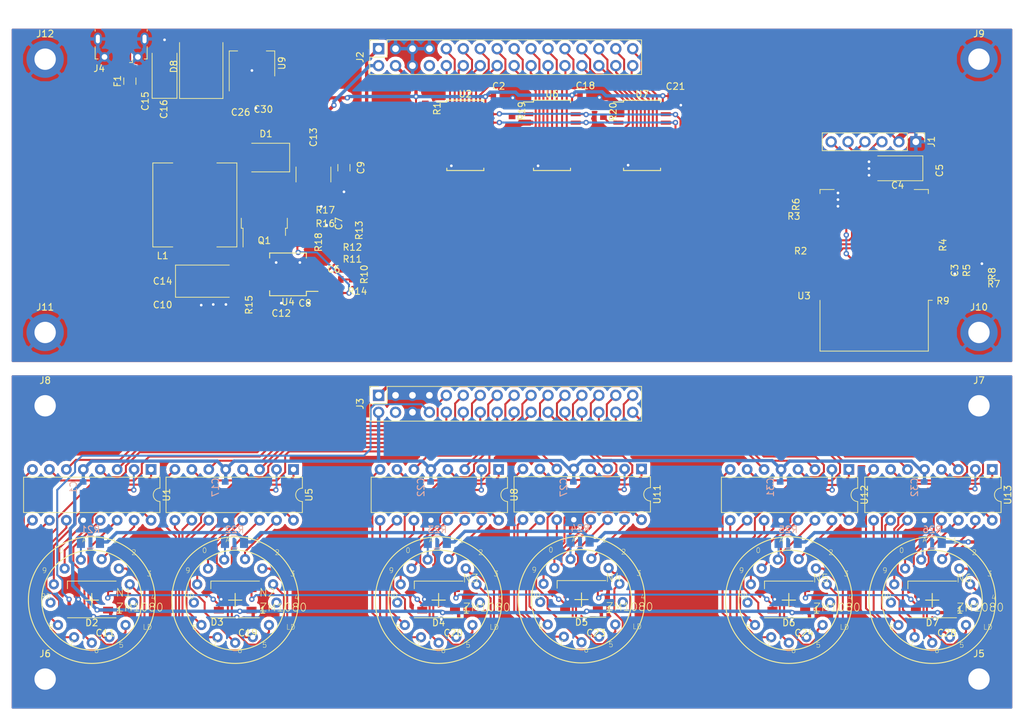
<source format=kicad_pcb>
(kicad_pcb (version 20171130) (host pcbnew "(5.0.0-rc2-63-gd4393b281)")
  (layers (0 F.Cu signal) (31 B.Cu signal) (34 B.Paste user) (35 F.Paste user) (36 B.SilkS user) (37 F.SilkS user) (38 B.Mask user) (39 F.Mask user) (44 Edge.Cuts user))
  (net 0 "")
  (net 1 GND)
  (net 2 +5V)
  (net 3 +3V3)
  (net 4 /RST)
  (net 5 "Net-(R1-Pad2)")
  (net 6 /GPIO0)
  (net 7 /GPIO2)
  (net 8 /EN)
  (net 9 /GPIO15)
  (net 10 /ADC)
  (net 11 "Net-(R9-Pad2)")
  (net 12 /A3)
  (net 13 /A2)
  (net 14 /A4)
  (net 15 /A1)
  (net 16 /B1)
  (net 17 /B2)
  (net 18 /B3)
  (net 19 /B4)
  (net 20 "Net-(U2-Pad13)")
  (net 21 /SCL)
  (net 22 /SDA)
  (net 23 "Net-(U3-Pad5)")
  (net 24 "Net-(U3-Pad6)")
  (net 25 "Net-(C6-Pad1)")
  (net 26 "Net-(C6-Pad2)")
  (net 27 "Net-(C7-Pad2)")
  (net 28 "Net-(C8-Pad2)")
  (net 29 /Uanode)
  (net 30 "Net-(N1-Pad6)")
  (net 31 "Net-(N1-Pad5)")
  (net 32 "Net-(N1-Pad7)")
  (net 33 "Net-(N1-Pad12)")
  (net 34 "Net-(N1-Pad9)")
  (net 35 "Net-(N1-Pad10)")
  (net 36 "Net-(N1-Pad3)")
  (net 37 "Net-(N1-Pad2)")
  (net 38 "Net-(N1-Pad1)")
  (net 39 "Net-(N1-Pad11)")
  (net 40 "Net-(N1-Pad8)")
  (net 41 "Net-(N1-Pad4)")
  (net 42 "Net-(R15-Pad1)")
  (net 43 "Net-(D1-Pad2)")
  (net 44 "Net-(Q1-Pad1)")
  (net 45 "Net-(Q1-Pad3)")
  (net 46 /RX)
  (net 47 /TX)
  (net 48 "Net-(N2-Pad5)")
  (net 49 "Net-(N2-Pad9)")
  (net 50 "Net-(N2-Pad12)")
  (net 51 "Net-(N2-Pad2)")
  (net 52 "Net-(N2-Pad3)")
  (net 53 "Net-(N2-Pad4)")
  (net 54 "Net-(N2-Pad11)")
  (net 55 "Net-(N2-Pad10)")
  (net 56 "Net-(N2-Pad8)")
  (net 57 "Net-(N2-Pad6)")
  (net 58 "Net-(N2-Pad1)")
  (net 59 "Net-(N2-Pad7)")
  (net 60 /NeoPix)
  (net 61 "Net-(D2-Pad2)")
  (net 62 "Net-(D3-Pad2)")
  (net 63 "Net-(D4-Pad2)")
  (net 64 "Net-(D5-Pad2)")
  (net 65 "Net-(D6-Pad2)")
  (net 66 "Net-(D7-Pad2)")
  (net 67 "Net-(N2-Pad13)")
  (net 68 "Net-(N3-Pad5)")
  (net 69 "Net-(N3-Pad9)")
  (net 70 "Net-(N3-Pad12)")
  (net 71 "Net-(N3-Pad2)")
  (net 72 "Net-(N3-Pad3)")
  (net 73 "Net-(N3-Pad4)")
  (net 74 "Net-(N3-Pad11)")
  (net 75 "Net-(N3-Pad10)")
  (net 76 "Net-(N3-Pad13)")
  (net 77 "Net-(N3-Pad8)")
  (net 78 "Net-(N3-Pad6)")
  (net 79 "Net-(N3-Pad1)")
  (net 80 "Net-(N3-Pad7)")
  (net 81 "Net-(N4-Pad7)")
  (net 82 "Net-(N4-Pad1)")
  (net 83 "Net-(N4-Pad6)")
  (net 84 "Net-(N4-Pad8)")
  (net 85 "Net-(N4-Pad13)")
  (net 86 "Net-(N4-Pad10)")
  (net 87 "Net-(N4-Pad11)")
  (net 88 "Net-(N4-Pad4)")
  (net 89 "Net-(N4-Pad3)")
  (net 90 "Net-(N4-Pad2)")
  (net 91 "Net-(N4-Pad12)")
  (net 92 "Net-(N4-Pad9)")
  (net 93 "Net-(N4-Pad5)")
  (net 94 "Net-(N5-Pad5)")
  (net 95 "Net-(N5-Pad9)")
  (net 96 "Net-(N5-Pad12)")
  (net 97 "Net-(N5-Pad2)")
  (net 98 "Net-(N5-Pad3)")
  (net 99 "Net-(N5-Pad4)")
  (net 100 "Net-(N5-Pad11)")
  (net 101 "Net-(N5-Pad10)")
  (net 102 "Net-(N5-Pad13)")
  (net 103 "Net-(N5-Pad8)")
  (net 104 "Net-(N5-Pad6)")
  (net 105 "Net-(N5-Pad1)")
  (net 106 "Net-(N5-Pad7)")
  (net 107 "Net-(N6-Pad7)")
  (net 108 "Net-(N6-Pad1)")
  (net 109 "Net-(N6-Pad6)")
  (net 110 "Net-(N6-Pad8)")
  (net 111 "Net-(N6-Pad13)")
  (net 112 "Net-(N6-Pad10)")
  (net 113 "Net-(N6-Pad11)")
  (net 114 "Net-(N6-Pad4)")
  (net 115 "Net-(N6-Pad3)")
  (net 116 "Net-(N6-Pad2)")
  (net 117 "Net-(N6-Pad12)")
  (net 118 "Net-(N6-Pad9)")
  (net 119 "Net-(N6-Pad5)")
  (net 120 "Net-(R19-Pad2)")
  (net 121 "Net-(R20-Pad2)")
  (net 122 "Net-(U6-Pad13)")
  (net 123 /D4)
  (net 124 /D3)
  (net 125 /D2)
  (net 126 /D1)
  (net 127 /C4)
  (net 128 /C3)
  (net 129 /C2)
  (net 130 /C1)
  (net 131 /E1)
  (net 132 /E2)
  (net 133 /E3)
  (net 134 /E4)
  (net 135 /F1)
  (net 136 /F2)
  (net 137 /F3)
  (net 138 /F4)
  (net 139 "Net-(U7-Pad13)")
  (net 140 "Net-(U3-Pad9)")
  (net 141 "Net-(U3-Pad10)")
  (net 142 "Net-(U3-Pad11)")
  (net 143 "Net-(U3-Pad12)")
  (net 144 "Net-(U3-Pad14)")
  (net 145 "Net-(N1-Pad13)")
  (net 146 "Net-(U3-Pad7)")
  (net 147 "Net-(F1-Pad2)")
  (net 148 "Net-(J4-Pad2)")
  (net 149 "Net-(J4-Pad4)")
  (net 150 "Net-(J4-Pad3)")
  (module riske-lib:ZM1080 (layer F.Cu) (at 124.490734 142.151499 180)
    (fp_text reference N2 (at -3.5306 0.4064) (layer F.SilkS) (effects (font (size 1.2065 1.2065) (thickness 0.1016)) (justify left bottom)))
    (fp_text value ZM1080 (at -3.5814 -1.8034) (layer F.SilkS) (effects (font (size 1.2065 1.2065) (thickness 0.1016)) (justify left bottom)))
    (fp_text user 1 (at -3 8.5) (layer F.SilkS) (effects (font (size 0.77216 0.77216) (thickness 0.065024)) (justify left bottom)))
    (fp_text user 2 (at -5.9 6.7) (layer F.SilkS) (effects (font (size 0.77216 0.77216) (thickness 0.065024)) (justify left bottom)))
    (fp_text user 3 (at -8.2 3.5) (layer F.SilkS) (effects (font (size 0.77216 0.77216) (thickness 0.065024)) (justify left bottom)))
    (fp_text user LD (at -7.6 -4.5) (layer F.SilkS) (effects (font (size 0.77216 0.77216) (thickness 0.065024)) (justify left bottom)))
    (fp_text user 4 (at -8.8 -0.1) (layer F.SilkS) (effects (font (size 0.77216 0.77216) (thickness 0.065024)) (justify left bottom)))
    (fp_text user 6 (at -0.3 -8) (layer F.SilkS) (effects (font (size 0.77216 0.77216) (thickness 0.065024)) (justify left bottom)))
    (fp_text user 7 (at 3.5 -7) (layer F.SilkS) (effects (font (size 0.77216 0.77216) (thickness 0.065024)) (justify left bottom)))
    (fp_text user 8 (at 6.5 -4.5) (layer F.SilkS) (effects (font (size 0.77216 0.77216) (thickness 0.065024)) (justify left bottom)))
    (fp_text user RD (at 7.7 0.1) (layer F.SilkS) (effects (font (size 0.77216 0.77216) (thickness 0.065024)) (justify left bottom)))
    (fp_text user 0 (at 5 7) (layer F.SilkS) (effects (font (size 0.77216 0.77216) (thickness 0.065024)) (justify left bottom)))
    (fp_text user A (at 1.5 8.6) (layer F.SilkS) (effects (font (size 0.77216 0.77216) (thickness 0.065024)) (justify left bottom)))
    (fp_text user 5 (at -4 -7.2) (layer F.SilkS) (effects (font (size 0.77216 0.77216) (thickness 0.065024)) (justify left bottom)))
    (fp_text user 9 (at 7.5 4) (layer F.SilkS) (effects (font (size 0.77216 0.77216) (thickness 0.065024)) (justify left bottom)))
    (pad 7 thru_hole circle (at 0 -6.4) (size 1.524 1.524) (drill 0.762) (layers *.Cu *.Mask) (net 59 "Net-(N2-Pad7)"))
    (pad 1 thru_hole circle (at -1.4798 6.138) (size 1.524 1.524) (drill 0.762) (layers *.Cu *.Mask) (net 58 "Net-(N2-Pad1)"))
    (pad 6 thru_hole circle (at -2.645 -5.568) (size 1.524 1.524) (drill 0.762) (layers *.Cu *.Mask) (net 57 "Net-(N2-Pad6)"))
    (pad 8 thru_hole circle (at 2.645 -5.568) (size 1.524 1.524) (drill 0.762) (layers *.Cu *.Mask) (net 56 "Net-(N2-Pad8)"))
    (pad 13 thru_hole circle (at 1.645 6.068) (size 1.524 1.524) (drill 0.762) (layers *.Cu *.Mask) (net 67 "Net-(N2-Pad13)"))
    (pad 10 thru_hole circle (at 6.189 -0.369) (size 1.524 1.524) (drill 0.762) (layers *.Cu *.Mask) (net 55 "Net-(N2-Pad10)"))
    (pad 11 thru_hole circle (at 5.689 2.369) (size 1.524 1.524) (drill 0.762) (layers *.Cu *.Mask) (net 54 "Net-(N2-Pad11)"))
    (pad 4 thru_hole circle (at -6.189 -0.369) (size 1.524 1.524) (drill 0.762) (layers *.Cu *.Mask) (net 53 "Net-(N2-Pad4)"))
    (pad 3 thru_hole circle (at -5.689 2.369) (size 1.524 1.524) (drill 0.762) (layers *.Cu *.Mask) (net 52 "Net-(N2-Pad3)"))
    (pad 2 thru_hole circle (at -4.067 4.737) (size 1.524 1.524) (drill 0.762) (layers *.Cu *.Mask) (net 51 "Net-(N2-Pad2)"))
    (pad 12 thru_hole circle (at 4.067 4.737) (size 1.524 1.524) (drill 0.762) (layers *.Cu *.Mask) (net 50 "Net-(N2-Pad12)"))
    (pad 9 thru_hole circle (at 5.067 -3.737) (size 1.524 1.524) (drill 0.762) (layers *.Cu *.Mask) (net 49 "Net-(N2-Pad9)"))
    (pad 5 thru_hole circle (at -5.067 -3.737 90) (size 1.524 1.524) (drill 0.762) (layers *.Cu *.Mask) (net 48 "Net-(N2-Pad5)"))
  )
  (module riske-lib:ZM1080 (layer F.Cu) (at 102.990734 142.151499 180)
    (fp_text reference N1 (at -3.5306 0.4064) (layer F.SilkS) (effects (font (size 1.2065 1.2065) (thickness 0.1016)) (justify left bottom)))
    (fp_text value ZM1080 (at -3.5814 -1.8034) (layer F.SilkS) (effects (font (size 1.2065 1.2065) (thickness 0.1016)) (justify left bottom)))
    (fp_text user 1 (at -3 8.5) (layer F.SilkS) (effects (font (size 0.77216 0.77216) (thickness 0.065024)) (justify left bottom)))
    (fp_text user 2 (at -5.9 6.7) (layer F.SilkS) (effects (font (size 0.77216 0.77216) (thickness 0.065024)) (justify left bottom)))
    (fp_text user 3 (at -8.2 3.5) (layer F.SilkS) (effects (font (size 0.77216 0.77216) (thickness 0.065024)) (justify left bottom)))
    (fp_text user LD (at -7.6 -4.5) (layer F.SilkS) (effects (font (size 0.77216 0.77216) (thickness 0.065024)) (justify left bottom)))
    (fp_text user 4 (at -8.8 -0.1) (layer F.SilkS) (effects (font (size 0.77216 0.77216) (thickness 0.065024)) (justify left bottom)))
    (fp_text user 6 (at -0.3 -8) (layer F.SilkS) (effects (font (size 0.77216 0.77216) (thickness 0.065024)) (justify left bottom)))
    (fp_text user 7 (at 3.5 -7) (layer F.SilkS) (effects (font (size 0.77216 0.77216) (thickness 0.065024)) (justify left bottom)))
    (fp_text user 8 (at 6.5 -4.5) (layer F.SilkS) (effects (font (size 0.77216 0.77216) (thickness 0.065024)) (justify left bottom)))
    (fp_text user RD (at 7.7 0.1) (layer F.SilkS) (effects (font (size 0.77216 0.77216) (thickness 0.065024)) (justify left bottom)))
    (fp_text user 0 (at 5 7) (layer F.SilkS) (effects (font (size 0.77216 0.77216) (thickness 0.065024)) (justify left bottom)))
    (fp_text user A (at 1.5 8.6) (layer F.SilkS) (effects (font (size 0.77216 0.77216) (thickness 0.065024)) (justify left bottom)))
    (fp_text user 5 (at -4 -7.2) (layer F.SilkS) (effects (font (size 0.77216 0.77216) (thickness 0.065024)) (justify left bottom)))
    (fp_text user 9 (at 7.5 4) (layer F.SilkS) (effects (font (size 0.77216 0.77216) (thickness 0.065024)) (justify left bottom)))
    (pad 7 thru_hole circle (at 0 -6.4) (size 1.524 1.524) (drill 0.762) (layers *.Cu *.Mask) (net 32 "Net-(N1-Pad7)"))
    (pad 1 thru_hole circle (at -1.4798 6.138) (size 1.524 1.524) (drill 0.762) (layers *.Cu *.Mask) (net 38 "Net-(N1-Pad1)"))
    (pad 6 thru_hole circle (at -2.645 -5.568) (size 1.524 1.524) (drill 0.762) (layers *.Cu *.Mask) (net 30 "Net-(N1-Pad6)"))
    (pad 8 thru_hole circle (at 2.645 -5.568) (size 1.524 1.524) (drill 0.762) (layers *.Cu *.Mask) (net 40 "Net-(N1-Pad8)"))
    (pad 13 thru_hole circle (at 1.645 6.068) (size 1.524 1.524) (drill 0.762) (layers *.Cu *.Mask) (net 145 "Net-(N1-Pad13)"))
    (pad 10 thru_hole circle (at 6.189 -0.369) (size 1.524 1.524) (drill 0.762) (layers *.Cu *.Mask) (net 35 "Net-(N1-Pad10)"))
    (pad 11 thru_hole circle (at 5.689 2.369) (size 1.524 1.524) (drill 0.762) (layers *.Cu *.Mask) (net 39 "Net-(N1-Pad11)"))
    (pad 4 thru_hole circle (at -6.189 -0.369) (size 1.524 1.524) (drill 0.762) (layers *.Cu *.Mask) (net 41 "Net-(N1-Pad4)"))
    (pad 3 thru_hole circle (at -5.689 2.369) (size 1.524 1.524) (drill 0.762) (layers *.Cu *.Mask) (net 36 "Net-(N1-Pad3)"))
    (pad 2 thru_hole circle (at -4.067 4.737) (size 1.524 1.524) (drill 0.762) (layers *.Cu *.Mask) (net 37 "Net-(N1-Pad2)"))
    (pad 12 thru_hole circle (at 4.067 4.737) (size 1.524 1.524) (drill 0.762) (layers *.Cu *.Mask) (net 33 "Net-(N1-Pad12)"))
    (pad 9 thru_hole circle (at 5.067 -3.737) (size 1.524 1.524) (drill 0.762) (layers *.Cu *.Mask) (net 34 "Net-(N1-Pad9)"))
    (pad 5 thru_hole circle (at -5.067 -3.737 90) (size 1.524 1.524) (drill 0.762) (layers *.Cu *.Mask) (net 31 "Net-(N1-Pad5)"))
  )
  (module riske-lib:ZM1080 (layer F.Cu) (at 154.990734 142.151499 180)
    (fp_text reference N3 (at -3.5306 2.54) (layer F.SilkS) (effects (font (size 1.2065 1.2065) (thickness 0.1016)) (justify left bottom)))
    (fp_text value ZM1080 (at -3.5814 -1.8034) (layer F.SilkS) (effects (font (size 1.2065 1.2065) (thickness 0.1016)) (justify left bottom)))
    (fp_text user 1 (at -3 8.5) (layer F.SilkS) (effects (font (size 0.77216 0.77216) (thickness 0.065024)) (justify left bottom)))
    (fp_text user 2 (at -5.9 6.7) (layer F.SilkS) (effects (font (size 0.77216 0.77216) (thickness 0.065024)) (justify left bottom)))
    (fp_text user 3 (at -8.2 3.5) (layer F.SilkS) (effects (font (size 0.77216 0.77216) (thickness 0.065024)) (justify left bottom)))
    (fp_text user LD (at -7.6 -4.5) (layer F.SilkS) (effects (font (size 0.77216 0.77216) (thickness 0.065024)) (justify left bottom)))
    (fp_text user 4 (at -8.8 -0.1) (layer F.SilkS) (effects (font (size 0.77216 0.77216) (thickness 0.065024)) (justify left bottom)))
    (fp_text user 6 (at -0.3 -8) (layer F.SilkS) (effects (font (size 0.77216 0.77216) (thickness 0.065024)) (justify left bottom)))
    (fp_text user 7 (at 3.5 -7) (layer F.SilkS) (effects (font (size 0.77216 0.77216) (thickness 0.065024)) (justify left bottom)))
    (fp_text user 8 (at 6.5 -4.5) (layer F.SilkS) (effects (font (size 0.77216 0.77216) (thickness 0.065024)) (justify left bottom)))
    (fp_text user RD (at 7.7 0.1) (layer F.SilkS) (effects (font (size 0.77216 0.77216) (thickness 0.065024)) (justify left bottom)))
    (fp_text user 0 (at 5 7) (layer F.SilkS) (effects (font (size 0.77216 0.77216) (thickness 0.065024)) (justify left bottom)))
    (fp_text user A (at 1.5 8.6) (layer F.SilkS) (effects (font (size 0.77216 0.77216) (thickness 0.065024)) (justify left bottom)))
    (fp_text user 5 (at -4 -7.2) (layer F.SilkS) (effects (font (size 0.77216 0.77216) (thickness 0.065024)) (justify left bottom)))
    (fp_text user 9 (at 7.5 4) (layer F.SilkS) (effects (font (size 0.77216 0.77216) (thickness 0.065024)) (justify left bottom)))
    (pad 7 thru_hole circle (at 0 -6.4) (size 1.524 1.524) (drill 0.762) (layers *.Cu *.Mask) (net 80 "Net-(N3-Pad7)"))
    (pad 1 thru_hole circle (at -1.4798 6.138) (size 1.524 1.524) (drill 0.762) (layers *.Cu *.Mask) (net 79 "Net-(N3-Pad1)"))
    (pad 6 thru_hole circle (at -2.645 -5.568) (size 1.524 1.524) (drill 0.762) (layers *.Cu *.Mask) (net 78 "Net-(N3-Pad6)"))
    (pad 8 thru_hole circle (at 2.645 -5.568) (size 1.524 1.524) (drill 0.762) (layers *.Cu *.Mask) (net 77 "Net-(N3-Pad8)"))
    (pad 13 thru_hole circle (at 1.645 6.068) (size 1.524 1.524) (drill 0.762) (layers *.Cu *.Mask) (net 76 "Net-(N3-Pad13)"))
    (pad 10 thru_hole circle (at 6.189 -0.369) (size 1.524 1.524) (drill 0.762) (layers *.Cu *.Mask) (net 75 "Net-(N3-Pad10)"))
    (pad 11 thru_hole circle (at 5.689 2.369) (size 1.524 1.524) (drill 0.762) (layers *.Cu *.Mask) (net 74 "Net-(N3-Pad11)"))
    (pad 4 thru_hole circle (at -6.189 -0.369) (size 1.524 1.524) (drill 0.762) (layers *.Cu *.Mask) (net 73 "Net-(N3-Pad4)"))
    (pad 3 thru_hole circle (at -5.689 2.369) (size 1.524 1.524) (drill 0.762) (layers *.Cu *.Mask) (net 72 "Net-(N3-Pad3)"))
    (pad 2 thru_hole circle (at -4.067 4.737) (size 1.524 1.524) (drill 0.762) (layers *.Cu *.Mask) (net 71 "Net-(N3-Pad2)"))
    (pad 12 thru_hole circle (at 4.067 4.737) (size 1.524 1.524) (drill 0.762) (layers *.Cu *.Mask) (net 70 "Net-(N3-Pad12)"))
    (pad 9 thru_hole circle (at 5.067 -3.737) (size 1.524 1.524) (drill 0.762) (layers *.Cu *.Mask) (net 69 "Net-(N3-Pad9)"))
    (pad 5 thru_hole circle (at -5.067 -3.737 90) (size 1.524 1.524) (drill 0.762) (layers *.Cu *.Mask) (net 68 "Net-(N3-Pad5)"))
  )
  (module riske-lib:ZM1080 (layer F.Cu) (at 176.41109 142.0737 180)
    (fp_text reference N4 (at -3.5306 2.54) (layer F.SilkS) (effects (font (size 1.2065 1.2065) (thickness 0.1016)) (justify left bottom)))
    (fp_text value ZM1080 (at -3.5814 -1.8034) (layer F.SilkS) (effects (font (size 1.2065 1.2065) (thickness 0.1016)) (justify left bottom)))
    (fp_text user 1 (at -3 8.5) (layer F.SilkS) (effects (font (size 0.77216 0.77216) (thickness 0.065024)) (justify left bottom)))
    (fp_text user 2 (at -5.9 6.7) (layer F.SilkS) (effects (font (size 0.77216 0.77216) (thickness 0.065024)) (justify left bottom)))
    (fp_text user 3 (at -8.2 3.5) (layer F.SilkS) (effects (font (size 0.77216 0.77216) (thickness 0.065024)) (justify left bottom)))
    (fp_text user LD (at -7.6 -4.5) (layer F.SilkS) (effects (font (size 0.77216 0.77216) (thickness 0.065024)) (justify left bottom)))
    (fp_text user 4 (at -8.8 -0.1) (layer F.SilkS) (effects (font (size 0.77216 0.77216) (thickness 0.065024)) (justify left bottom)))
    (fp_text user 6 (at -0.3 -8) (layer F.SilkS) (effects (font (size 0.77216 0.77216) (thickness 0.065024)) (justify left bottom)))
    (fp_text user 7 (at 3.5 -7) (layer F.SilkS) (effects (font (size 0.77216 0.77216) (thickness 0.065024)) (justify left bottom)))
    (fp_text user 8 (at 6.5 -4.5) (layer F.SilkS) (effects (font (size 0.77216 0.77216) (thickness 0.065024)) (justify left bottom)))
    (fp_text user RD (at 7.7 0.1) (layer F.SilkS) (effects (font (size 0.77216 0.77216) (thickness 0.065024)) (justify left bottom)))
    (fp_text user 0 (at 5 7) (layer F.SilkS) (effects (font (size 0.77216 0.77216) (thickness 0.065024)) (justify left bottom)))
    (fp_text user A (at 1.5 8.6) (layer F.SilkS) (effects (font (size 0.77216 0.77216) (thickness 0.065024)) (justify left bottom)))
    (fp_text user 5 (at -4 -7.2) (layer F.SilkS) (effects (font (size 0.77216 0.77216) (thickness 0.065024)) (justify left bottom)))
    (fp_text user 9 (at 7.5 4) (layer F.SilkS) (effects (font (size 0.77216 0.77216) (thickness 0.065024)) (justify left bottom)))
    (pad 7 thru_hole circle (at 0 -6.4) (size 1.524 1.524) (drill 0.762) (layers *.Cu *.Mask) (net 81 "Net-(N4-Pad7)"))
    (pad 1 thru_hole circle (at -1.4798 6.138) (size 1.524 1.524) (drill 0.762) (layers *.Cu *.Mask) (net 82 "Net-(N4-Pad1)"))
    (pad 6 thru_hole circle (at -2.645 -5.568) (size 1.524 1.524) (drill 0.762) (layers *.Cu *.Mask) (net 83 "Net-(N4-Pad6)"))
    (pad 8 thru_hole circle (at 2.645 -5.568) (size 1.524 1.524) (drill 0.762) (layers *.Cu *.Mask) (net 84 "Net-(N4-Pad8)"))
    (pad 13 thru_hole circle (at 1.645 6.068) (size 1.524 1.524) (drill 0.762) (layers *.Cu *.Mask) (net 85 "Net-(N4-Pad13)"))
    (pad 10 thru_hole circle (at 6.189 -0.369) (size 1.524 1.524) (drill 0.762) (layers *.Cu *.Mask) (net 86 "Net-(N4-Pad10)"))
    (pad 11 thru_hole circle (at 5.689 2.369) (size 1.524 1.524) (drill 0.762) (layers *.Cu *.Mask) (net 87 "Net-(N4-Pad11)"))
    (pad 4 thru_hole circle (at -6.189 -0.369) (size 1.524 1.524) (drill 0.762) (layers *.Cu *.Mask) (net 88 "Net-(N4-Pad4)"))
    (pad 3 thru_hole circle (at -5.689 2.369) (size 1.524 1.524) (drill 0.762) (layers *.Cu *.Mask) (net 89 "Net-(N4-Pad3)"))
    (pad 2 thru_hole circle (at -4.067 4.737) (size 1.524 1.524) (drill 0.762) (layers *.Cu *.Mask) (net 90 "Net-(N4-Pad2)"))
    (pad 12 thru_hole circle (at 4.067 4.737) (size 1.524 1.524) (drill 0.762) (layers *.Cu *.Mask) (net 91 "Net-(N4-Pad12)"))
    (pad 9 thru_hole circle (at 5.067 -3.737) (size 1.524 1.524) (drill 0.762) (layers *.Cu *.Mask) (net 92 "Net-(N4-Pad9)"))
    (pad 5 thru_hole circle (at -5.067 -3.737 90) (size 1.524 1.524) (drill 0.762) (layers *.Cu *.Mask) (net 93 "Net-(N4-Pad5)"))
  )
  (module riske-lib:ZM1080 (layer F.Cu) (at 207.490734 142.151499 180)
    (fp_text reference N5 (at -3.5306 2.54) (layer F.SilkS) (effects (font (size 1.2065 1.2065) (thickness 0.1016)) (justify left bottom)))
    (fp_text value ZM1080 (at -3.5814 -1.8034) (layer F.SilkS) (effects (font (size 1.2065 1.2065) (thickness 0.1016)) (justify left bottom)))
    (fp_text user 1 (at -3 8.5) (layer F.SilkS) (effects (font (size 0.77216 0.77216) (thickness 0.065024)) (justify left bottom)))
    (fp_text user 2 (at -5.9 6.7) (layer F.SilkS) (effects (font (size 0.77216 0.77216) (thickness 0.065024)) (justify left bottom)))
    (fp_text user 3 (at -8.2 3.5) (layer F.SilkS) (effects (font (size 0.77216 0.77216) (thickness 0.065024)) (justify left bottom)))
    (fp_text user LD (at -7.6 -4.5) (layer F.SilkS) (effects (font (size 0.77216 0.77216) (thickness 0.065024)) (justify left bottom)))
    (fp_text user 4 (at -8.8 -0.1) (layer F.SilkS) (effects (font (size 0.77216 0.77216) (thickness 0.065024)) (justify left bottom)))
    (fp_text user 6 (at -0.3 -8) (layer F.SilkS) (effects (font (size 0.77216 0.77216) (thickness 0.065024)) (justify left bottom)))
    (fp_text user 7 (at 3.5 -7) (layer F.SilkS) (effects (font (size 0.77216 0.77216) (thickness 0.065024)) (justify left bottom)))
    (fp_text user 8 (at 6.5 -4.5) (layer F.SilkS) (effects (font (size 0.77216 0.77216) (thickness 0.065024)) (justify left bottom)))
    (fp_text user RD (at 7.7 0.1) (layer F.SilkS) (effects (font (size 0.77216 0.77216) (thickness 0.065024)) (justify left bottom)))
    (fp_text user 0 (at 5 7) (layer F.SilkS) (effects (font (size 0.77216 0.77216) (thickness 0.065024)) (justify left bottom)))
    (fp_text user A (at 1.5 8.6) (layer F.SilkS) (effects (font (size 0.77216 0.77216) (thickness 0.065024)) (justify left bottom)))
    (fp_text user 5 (at -4 -7.2) (layer F.SilkS) (effects (font (size 0.77216 0.77216) (thickness 0.065024)) (justify left bottom)))
    (fp_text user 9 (at 7.5 4) (layer F.SilkS) (effects (font (size 0.77216 0.77216) (thickness 0.065024)) (justify left bottom)))
    (pad 7 thru_hole circle (at 0 -6.4) (size 1.524 1.524) (drill 0.762) (layers *.Cu *.Mask) (net 106 "Net-(N5-Pad7)"))
    (pad 1 thru_hole circle (at -1.4798 6.138) (size 1.524 1.524) (drill 0.762) (layers *.Cu *.Mask) (net 105 "Net-(N5-Pad1)"))
    (pad 6 thru_hole circle (at -2.645 -5.568) (size 1.524 1.524) (drill 0.762) (layers *.Cu *.Mask) (net 104 "Net-(N5-Pad6)"))
    (pad 8 thru_hole circle (at 2.645 -5.568) (size 1.524 1.524) (drill 0.762) (layers *.Cu *.Mask) (net 103 "Net-(N5-Pad8)"))
    (pad 13 thru_hole circle (at 1.645 6.068) (size 1.524 1.524) (drill 0.762) (layers *.Cu *.Mask) (net 102 "Net-(N5-Pad13)"))
    (pad 10 thru_hole circle (at 6.189 -0.369) (size 1.524 1.524) (drill 0.762) (layers *.Cu *.Mask) (net 101 "Net-(N5-Pad10)"))
    (pad 11 thru_hole circle (at 5.689 2.369) (size 1.524 1.524) (drill 0.762) (layers *.Cu *.Mask) (net 100 "Net-(N5-Pad11)"))
    (pad 4 thru_hole circle (at -6.189 -0.369) (size 1.524 1.524) (drill 0.762) (layers *.Cu *.Mask) (net 99 "Net-(N5-Pad4)"))
    (pad 3 thru_hole circle (at -5.689 2.369) (size 1.524 1.524) (drill 0.762) (layers *.Cu *.Mask) (net 98 "Net-(N5-Pad3)"))
    (pad 2 thru_hole circle (at -4.067 4.737) (size 1.524 1.524) (drill 0.762) (layers *.Cu *.Mask) (net 97 "Net-(N5-Pad2)"))
    (pad 12 thru_hole circle (at 4.067 4.737) (size 1.524 1.524) (drill 0.762) (layers *.Cu *.Mask) (net 96 "Net-(N5-Pad12)"))
    (pad 9 thru_hole circle (at 5.067 -3.737) (size 1.524 1.524) (drill 0.762) (layers *.Cu *.Mask) (net 95 "Net-(N5-Pad9)"))
    (pad 5 thru_hole circle (at -5.067 -3.737 90) (size 1.524 1.524) (drill 0.762) (layers *.Cu *.Mask) (net 94 "Net-(N5-Pad5)"))
  )
  (module riske-lib:ZM1080 (layer F.Cu) (at 228.990734 142.151499 180)
    (fp_text reference N6 (at -3.5306 2.54) (layer F.SilkS) (effects (font (size 1.2065 1.2065) (thickness 0.1016)) (justify left bottom)))
    (fp_text value ZM1080 (at -3.5814 -1.8034) (layer F.SilkS) (effects (font (size 1.2065 1.2065) (thickness 0.1016)) (justify left bottom)))
    (fp_text user 1 (at -3 8.5) (layer F.SilkS) (effects (font (size 0.77216 0.77216) (thickness 0.065024)) (justify left bottom)))
    (fp_text user 2 (at -5.9 6.7) (layer F.SilkS) (effects (font (size 0.77216 0.77216) (thickness 0.065024)) (justify left bottom)))
    (fp_text user 3 (at -8.2 3.5) (layer F.SilkS) (effects (font (size 0.77216 0.77216) (thickness 0.065024)) (justify left bottom)))
    (fp_text user LD (at -7.6 -4.5) (layer F.SilkS) (effects (font (size 0.77216 0.77216) (thickness 0.065024)) (justify left bottom)))
    (fp_text user 4 (at -8.8 -0.1) (layer F.SilkS) (effects (font (size 0.77216 0.77216) (thickness 0.065024)) (justify left bottom)))
    (fp_text user 6 (at -0.3 -8) (layer F.SilkS) (effects (font (size 0.77216 0.77216) (thickness 0.065024)) (justify left bottom)))
    (fp_text user 7 (at 3.5 -7) (layer F.SilkS) (effects (font (size 0.77216 0.77216) (thickness 0.065024)) (justify left bottom)))
    (fp_text user 8 (at 6.5 -4.5) (layer F.SilkS) (effects (font (size 0.77216 0.77216) (thickness 0.065024)) (justify left bottom)))
    (fp_text user RD (at 7.7 0.1) (layer F.SilkS) (effects (font (size 0.77216 0.77216) (thickness 0.065024)) (justify left bottom)))
    (fp_text user 0 (at 5 7) (layer F.SilkS) (effects (font (size 0.77216 0.77216) (thickness 0.065024)) (justify left bottom)))
    (fp_text user A (at 1.5 8.6) (layer F.SilkS) (effects (font (size 0.77216 0.77216) (thickness 0.065024)) (justify left bottom)))
    (fp_text user 5 (at -4 -7.2) (layer F.SilkS) (effects (font (size 0.77216 0.77216) (thickness 0.065024)) (justify left bottom)))
    (fp_text user 9 (at 7.5 4) (layer F.SilkS) (effects (font (size 0.77216 0.77216) (thickness 0.065024)) (justify left bottom)))
    (pad 7 thru_hole circle (at 0 -6.4) (size 1.524 1.524) (drill 0.762) (layers *.Cu *.Mask) (net 107 "Net-(N6-Pad7)"))
    (pad 1 thru_hole circle (at -1.4798 6.138) (size 1.524 1.524) (drill 0.762) (layers *.Cu *.Mask) (net 108 "Net-(N6-Pad1)"))
    (pad 6 thru_hole circle (at -2.645 -5.568) (size 1.524 1.524) (drill 0.762) (layers *.Cu *.Mask) (net 109 "Net-(N6-Pad6)"))
    (pad 8 thru_hole circle (at 2.645 -5.568) (size 1.524 1.524) (drill 0.762) (layers *.Cu *.Mask) (net 110 "Net-(N6-Pad8)"))
    (pad 13 thru_hole circle (at 1.645 6.068) (size 1.524 1.524) (drill 0.762) (layers *.Cu *.Mask) (net 111 "Net-(N6-Pad13)"))
    (pad 10 thru_hole circle (at 6.189 -0.369) (size 1.524 1.524) (drill 0.762) (layers *.Cu *.Mask) (net 112 "Net-(N6-Pad10)"))
    (pad 11 thru_hole circle (at 5.689 2.369) (size 1.524 1.524) (drill 0.762) (layers *.Cu *.Mask) (net 113 "Net-(N6-Pad11)"))
    (pad 4 thru_hole circle (at -6.189 -0.369) (size 1.524 1.524) (drill 0.762) (layers *.Cu *.Mask) (net 114 "Net-(N6-Pad4)"))
    (pad 3 thru_hole circle (at -5.689 2.369) (size 1.524 1.524) (drill 0.762) (layers *.Cu *.Mask) (net 115 "Net-(N6-Pad3)"))
    (pad 2 thru_hole circle (at -4.067 4.737) (size 1.524 1.524) (drill 0.762) (layers *.Cu *.Mask) (net 116 "Net-(N6-Pad2)"))
    (pad 12 thru_hole circle (at 4.067 4.737) (size 1.524 1.524) (drill 0.762) (layers *.Cu *.Mask) (net 117 "Net-(N6-Pad12)"))
    (pad 9 thru_hole circle (at 5.067 -3.737) (size 1.524 1.524) (drill 0.762) (layers *.Cu *.Mask) (net 118 "Net-(N6-Pad9)"))
    (pad 5 thru_hole circle (at -5.067 -3.737 90) (size 1.524 1.524) (drill 0.762) (layers *.Cu *.Mask) (net 119 "Net-(N6-Pad5)"))
  )
  (module Package_DIP:DIP-16_W7.62mm (layer F.Cu) (at 133.230734 122.551499 270)
    (fp_text reference U5 (at 3.81 -2.33 270) (layer F.SilkS))
    (fp_text value 74141)
    (pad 1 thru_hole rect (at 0 0 270) (size 1.6 1.6) (drill 0.8) (layers *.Cu *.Mask) (net 49 "Net-(N2-Pad9)"))
    (pad 9 thru_hole oval (at 7.62 17.78 270) (size 1.6 1.6) (drill 0.8) (layers *.Cu *.Mask) (net 52 "Net-(N2-Pad3)"))
    (pad 2 thru_hole oval (at 0 2.54 270) (size 1.6 1.6) (drill 0.8) (layers *.Cu *.Mask) (net 54 "Net-(N2-Pad11)"))
    (pad 10 thru_hole oval (at 7.62 15.24 270) (size 1.6 1.6) (drill 0.8) (layers *.Cu *.Mask) (net 56 "Net-(N2-Pad8)"))
    (pad 3 thru_hole oval (at 0 5.08 270) (size 1.6 1.6) (drill 0.8) (layers *.Cu *.Mask) (net 16 /B1))
    (pad 11 thru_hole oval (at 7.62 12.7 270) (size 1.6 1.6) (drill 0.8) (layers *.Cu *.Mask) (net 59 "Net-(N2-Pad7)"))
    (pad 4 thru_hole oval (at 0 7.62 270) (size 1.6 1.6) (drill 0.8) (layers *.Cu *.Mask) (net 19 /B4))
    (pad 12 thru_hole oval (at 7.62 10.16 270) (size 1.6 1.6) (drill 0.8) (layers *.Cu *.Mask) (net 1 GND))
    (pad 5 thru_hole oval (at 0 10.16 270) (size 1.6 1.6) (drill 0.8) (layers *.Cu *.Mask) (net 2 +5V))
    (pad 13 thru_hole oval (at 7.62 7.62 270) (size 1.6 1.6) (drill 0.8) (layers *.Cu *.Mask) (net 48 "Net-(N2-Pad5)"))
    (pad 6 thru_hole oval (at 0 12.7 270) (size 1.6 1.6) (drill 0.8) (layers *.Cu *.Mask) (net 17 /B2))
    (pad 14 thru_hole oval (at 7.62 5.08 270) (size 1.6 1.6) (drill 0.8) (layers *.Cu *.Mask) (net 57 "Net-(N2-Pad6)"))
    (pad 7 thru_hole oval (at 0 15.24 270) (size 1.6 1.6) (drill 0.8) (layers *.Cu *.Mask) (net 18 /B3))
    (pad 15 thru_hole oval (at 7.62 2.54 270) (size 1.6 1.6) (drill 0.8) (layers *.Cu *.Mask) (net 58 "Net-(N2-Pad1)"))
    (pad 8 thru_hole oval (at 0 17.78 270) (size 1.6 1.6) (drill 0.8) (layers *.Cu *.Mask) (net 51 "Net-(N2-Pad2)"))
    (pad 16 thru_hole oval (at 7.62 0 270) (size 1.6 1.6) (drill 0.8) (layers *.Cu *.Mask) (net 50 "Net-(N2-Pad12)"))
  )
  (module Connector_PinSocket_2.54mm:PinSocket_2x16_P2.54mm_Vertical (layer F.Cu) (at 145.990379 111.429297 90)
    (fp_text reference J3 (at -1.27 -2.77 90) (layer F.SilkS))
    (fp_text value Conn_02x16_Odd_Even)
    (pad 1 thru_hole rect (at 0 0 90) (size 1.7 1.7) (drill 1) (layers *.Cu *.Mask) (net 29 /Uanode))
    (pad 2 thru_hole oval (at -2.54 0 90) (size 1.7 1.7) (drill 1) (layers *.Cu *.Mask) (net 2 +5V))
    (pad 3 thru_hole oval (at 0 2.54 90) (size 1.7 1.7) (drill 1) (layers *.Cu *.Mask) (net 1 GND))
    (pad 4 thru_hole oval (at -2.54 2.54 90) (size 1.7 1.7) (drill 1) (layers *.Cu *.Mask) (net 3 +3V3))
    (pad 5 thru_hole oval (at 0 5.08 90) (size 1.7 1.7) (drill 1) (layers *.Cu *.Mask) (net 1 GND))
    (pad 6 thru_hole oval (at -2.54 5.08 90) (size 1.7 1.7) (drill 1) (layers *.Cu *.Mask) (net 1 GND))
    (pad 7 thru_hole oval (at 0 7.62 90) (size 1.7 1.7) (drill 1) (layers *.Cu *.Mask) (net 1 GND))
    (pad 8 thru_hole oval (at -2.54 7.62 90) (size 1.7 1.7) (drill 1) (layers *.Cu *.Mask) (net 60 /NeoPix))
    (pad 9 thru_hole oval (at 0 10.16 90) (size 1.7 1.7) (drill 1) (layers *.Cu *.Mask) (net 13 /A2))
    (pad 10 thru_hole oval (at -2.54 10.16 90) (size 1.7 1.7) (drill 1) (layers *.Cu *.Mask) (net 15 /A1))
    (pad 11 thru_hole oval (at 0 12.7 90) (size 1.7 1.7) (drill 1) (layers *.Cu *.Mask) (net 14 /A4))
    (pad 12 thru_hole oval (at -2.54 12.7 90) (size 1.7 1.7) (drill 1) (layers *.Cu *.Mask) (net 12 /A3))
    (pad 13 thru_hole oval (at 0 15.24 90) (size 1.7 1.7) (drill 1) (layers *.Cu *.Mask) (net 17 /B2))
    (pad 14 thru_hole oval (at -2.54 15.24 90) (size 1.7 1.7) (drill 1) (layers *.Cu *.Mask) (net 16 /B1))
    (pad 15 thru_hole oval (at 0 17.78 90) (size 1.7 1.7) (drill 1) (layers *.Cu *.Mask) (net 19 /B4))
    (pad 16 thru_hole oval (at -2.54 17.78 90) (size 1.7 1.7) (drill 1) (layers *.Cu *.Mask) (net 18 /B3))
    (pad 17 thru_hole oval (at 0 20.32 90) (size 1.7 1.7) (drill 1) (layers *.Cu *.Mask) (net 129 /C2))
    (pad 18 thru_hole oval (at -2.54 20.32 90) (size 1.7 1.7) (drill 1) (layers *.Cu *.Mask) (net 130 /C1))
    (pad 19 thru_hole oval (at 0 22.86 90) (size 1.7 1.7) (drill 1) (layers *.Cu *.Mask) (net 127 /C4))
    (pad 20 thru_hole oval (at -2.54 22.86 90) (size 1.7 1.7) (drill 1) (layers *.Cu *.Mask) (net 128 /C3))
    (pad 21 thru_hole oval (at 0 25.4 90) (size 1.7 1.7) (drill 1) (layers *.Cu *.Mask) (net 125 /D2))
    (pad 22 thru_hole oval (at -2.54 25.4 90) (size 1.7 1.7) (drill 1) (layers *.Cu *.Mask) (net 126 /D1))
    (pad 23 thru_hole oval (at 0 27.94 90) (size 1.7 1.7) (drill 1) (layers *.Cu *.Mask) (net 123 /D4))
    (pad 24 thru_hole oval (at -2.54 27.94 90) (size 1.7 1.7) (drill 1) (layers *.Cu *.Mask) (net 124 /D3))
    (pad 25 thru_hole oval (at 0 30.48 90) (size 1.7 1.7) (drill 1) (layers *.Cu *.Mask) (net 132 /E2))
    (pad 26 thru_hole oval (at -2.54 30.48 90) (size 1.7 1.7) (drill 1) (layers *.Cu *.Mask) (net 131 /E1))
    (pad 27 thru_hole oval (at 0 33.02 90) (size 1.7 1.7) (drill 1) (layers *.Cu *.Mask) (net 134 /E4))
    (pad 28 thru_hole oval (at -2.54 33.02 90) (size 1.7 1.7) (drill 1) (layers *.Cu *.Mask) (net 133 /E3))
    (pad 29 thru_hole oval (at 0 35.56 90) (size 1.7 1.7) (drill 1) (layers *.Cu *.Mask) (net 136 /F2))
    (pad 30 thru_hole oval (at -2.54 35.56 90) (size 1.7 1.7) (drill 1) (layers *.Cu *.Mask) (net 135 /F1))
    (pad 31 thru_hole oval (at 0 38.1 90) (size 1.7 1.7) (drill 1) (layers *.Cu *.Mask) (net 138 /F4))
    (pad 32 thru_hole oval (at -2.54 38.1 90) (size 1.7 1.7) (drill 1) (layers *.Cu *.Mask) (net 137 /F3))
  )
  (module Package_SO:SOIC-16W_5.3x10.2mm_P1.27mm (layer F.Cu) (at 158.990379 72.429297)
    (fp_text reference U2 (at 0 -6.2) (layer F.SilkS))
    (fp_text value PCF8574)
    (pad 1 smd rect (at -3.55 -4.445) (size 1.5 0.6) (layers F.Cu F.Paste F.Mask) (net 5 "Net-(R1-Pad2)"))
    (pad 2 smd rect (at -3.55 -3.175) (size 1.5 0.6) (layers F.Cu F.Paste F.Mask) (net 1 GND))
    (pad 3 smd rect (at -3.55 -1.905) (size 1.5 0.6) (layers F.Cu F.Paste F.Mask) (net 1 GND))
    (pad 4 smd rect (at -3.55 -0.635) (size 1.5 0.6) (layers F.Cu F.Paste F.Mask) (net 15 /A1))
    (pad 5 smd rect (at -3.55 0.635) (size 1.5 0.6) (layers F.Cu F.Paste F.Mask) (net 13 /A2))
    (pad 6 smd rect (at -3.55 1.905) (size 1.5 0.6) (layers F.Cu F.Paste F.Mask) (net 12 /A3))
    (pad 7 smd rect (at -3.55 3.175) (size 1.5 0.6) (layers F.Cu F.Paste F.Mask) (net 14 /A4))
    (pad 8 smd rect (at -3.55 4.445) (size 1.5 0.6) (layers F.Cu F.Paste F.Mask) (net 1 GND))
    (pad 9 smd rect (at 3.55 4.445) (size 1.5 0.6) (layers F.Cu F.Paste F.Mask) (net 16 /B1))
    (pad 10 smd rect (at 3.55 3.175) (size 1.5 0.6) (layers F.Cu F.Paste F.Mask) (net 17 /B2))
    (pad 11 smd rect (at 3.55 1.905) (size 1.5 0.6) (layers F.Cu F.Paste F.Mask) (net 18 /B3))
    (pad 12 smd rect (at 3.55 0.635) (size 1.5 0.6) (layers F.Cu F.Paste F.Mask) (net 19 /B4))
    (pad 13 smd rect (at 3.55 -0.635) (size 1.5 0.6) (layers F.Cu F.Paste F.Mask) (net 20 "Net-(U2-Pad13)"))
    (pad 14 smd rect (at 3.55 -1.905) (size 1.5 0.6) (layers F.Cu F.Paste F.Mask) (net 21 /SCL))
    (pad 15 smd rect (at 3.55 -3.175) (size 1.5 0.6) (layers F.Cu F.Paste F.Mask) (net 22 /SDA))
    (pad 16 smd rect (at 3.55 -4.445) (size 1.5 0.6) (layers F.Cu F.Paste F.Mask) (net 3 +3V3))
  )
  (module Resistor_SMD:R_0603_1608Metric (layer F.Cu) (at 126.568379 94.809297 270)
    (fp_text reference R15 (at 3.048 0 270) (layer F.SilkS))
    (fp_text value 40k)
    (pad 2 smd rect (at 0.8 0 270) (size 0.82 1) (layers F.Cu F.Paste F.Mask) (net 1 GND))
    (pad 1 smd rect (at -0.8 0 270) (size 0.82 1) (layers F.Cu F.Paste F.Mask) (net 42 "Net-(R15-Pad1)"))
  )
  (module Capacitor_SMD:C_0603_1608Metric (layer B.Cu) (at 101.690379 125.229297 270)
    (fp_text reference C1 (at 0 1.45 270) (layer B.SilkS) (effects (justify mirror)))
    (fp_text value 100n)
    (pad 2 smd rect (at 0.8 0 270) (size 0.82 1) (layers B.Cu B.Paste B.Mask) (net 1 GND))
    (pad 1 smd rect (at -0.8 0 270) (size 0.82 1) (layers B.Cu B.Paste B.Mask) (net 2 +5V))
  )
  (module Capacitor_SMD:C_0603_1608Metric (layer F.Cu) (at 164 66.5)
    (fp_text reference C2 (at 0 -1.45) (layer F.SilkS))
    (fp_text value 100n)
    (pad 2 smd rect (at 0.8 0) (size 0.82 1) (layers F.Cu F.Paste F.Mask) (net 1 GND))
    (pad 1 smd rect (at -0.8 0) (size 0.82 1) (layers F.Cu F.Paste F.Mask) (net 3 +3V3))
  )
  (module Capacitor_SMD:C_0603_1608Metric (layer F.Cu) (at 232.375621 95.236703 90)
    (fp_text reference C3 (at 2.54 0 90) (layer F.SilkS))
    (fp_text value 100n)
    (pad 1 smd rect (at -0.8 0 90) (size 0.82 1) (layers F.Cu F.Paste F.Mask) (net 4 /RST))
    (pad 2 smd rect (at 0.8 0 90) (size 0.82 1) (layers F.Cu F.Paste F.Mask) (net 1 GND))
  )
  (module Capacitor_SMD:C_0603_1608Metric (layer F.Cu) (at 228.616421 77.609103 90)
    (fp_text reference C5 (at -0.1016 1.4732 90) (layer F.SilkS))
    (fp_text value 100n)
    (pad 1 smd rect (at -0.8 0 90) (size 0.82 1) (layers F.Cu F.Paste F.Mask) (net 3 +3V3))
    (pad 2 smd rect (at 0.8 0 90) (size 0.82 1) (layers F.Cu F.Paste F.Mask) (net 1 GND))
  )
  (module Resistor_SMD:R_0603_1608Metric (layer F.Cu) (at 152.990379 68.429297 90)
    (fp_text reference R1 (at 0 1.778 90) (layer F.SilkS))
    (fp_text value R)
    (pad 1 smd rect (at -0.8 0 90) (size 0.82 1) (layers F.Cu F.Paste F.Mask) (net 3 +3V3))
    (pad 2 smd rect (at 0.8 0 90) (size 0.82 1) (layers F.Cu F.Paste F.Mask) (net 5 "Net-(R1-Pad2)"))
  )
  (module Resistor_SMD:R_0603_1608Metric (layer F.Cu) (at 209.261621 88.251703 180)
    (fp_text reference R2 (at 0 -1.524 180) (layer F.SilkS))
    (fp_text value 12k)
    (pad 1 smd rect (at -0.8 0 180) (size 0.82 1) (layers F.Cu F.Paste F.Mask) (net 6 /GPIO0))
    (pad 2 smd rect (at 0.8 0 180) (size 0.82 1) (layers F.Cu F.Paste F.Mask) (net 3 +3V3))
  )
  (module Resistor_SMD:R_0603_1608Metric (layer F.Cu) (at 209.261621 86.092703 180)
    (fp_text reference R3 (at 1.016 1.524 180) (layer F.SilkS))
    (fp_text value 12k)
    (pad 2 smd rect (at 0.8 0 180) (size 0.82 1) (layers F.Cu F.Paste F.Mask) (net 3 +3V3))
    (pad 1 smd rect (at -0.8 0 180) (size 0.82 1) (layers F.Cu F.Paste F.Mask) (net 7 /GPIO2))
  )
  (module Resistor_SMD:R_0603_1608Metric (layer F.Cu) (at 230.597621 91.426703 90)
    (fp_text reference R4 (at 2.54 0 90) (layer F.SilkS))
    (fp_text value 12k)
    (pad 1 smd rect (at -0.8 0 90) (size 0.82 1) (layers F.Cu F.Paste F.Mask) (net 8 /EN))
    (pad 2 smd rect (at 0.8 0 90) (size 0.82 1) (layers F.Cu F.Paste F.Mask) (net 3 +3V3))
  )
  (module Resistor_SMD:R_0603_1608Metric (layer F.Cu) (at 234.153621 95.236703 90)
    (fp_text reference R5 (at 2.54 0 90) (layer F.SilkS))
    (fp_text value 12k)
    (pad 2 smd rect (at 0.8 0 90) (size 0.82 1) (layers F.Cu F.Paste F.Mask) (net 3 +3V3))
    (pad 1 smd rect (at -0.8 0 90) (size 0.82 1) (layers F.Cu F.Paste F.Mask) (net 4 /RST))
  )
  (module Resistor_SMD:R_0603_1608Metric (layer F.Cu) (at 210.023621 83.298703 90)
    (fp_text reference R6 (at 0.508 -1.45 90) (layer F.SilkS))
    (fp_text value 12k)
    (pad 1 smd rect (at -0.8 0 90) (size 0.82 1) (layers F.Cu F.Paste F.Mask) (net 9 /GPIO15))
    (pad 2 smd rect (at 0.8 0 90) (size 0.82 1) (layers F.Cu F.Paste F.Mask) (net 1 GND))
  )
  (module Resistor_SMD:R_0603_1608Metric (layer F.Cu) (at 237.201621 96.252703 180)
    (fp_text reference R7 (at -1.016 1.524 180) (layer F.SilkS))
    (fp_text value 220k)
    (pad 2 smd rect (at 0.8 0 180) (size 0.82 1) (layers F.Cu F.Paste F.Mask) (net 10 /ADC))
    (pad 1 smd rect (at -0.8 0 180) (size 0.82 1) (layers F.Cu F.Paste F.Mask) (net 3 +3V3))
  )
  (module Resistor_SMD:R_0603_1608Metric (layer F.Cu) (at 236.439621 93.712703 90)
    (fp_text reference R8 (at 0.508 1.524 90) (layer F.SilkS))
    (fp_text value 100k)
    (pad 1 smd rect (at -0.8 0 90) (size 0.82 1) (layers F.Cu F.Paste F.Mask) (net 10 /ADC))
    (pad 2 smd rect (at 0.8 0 90) (size 0.82 1) (layers F.Cu F.Paste F.Mask) (net 1 GND))
  )
  (module Resistor_SMD:R_0603_1608Metric (layer F.Cu) (at 230.597621 95.236703 90)
    (fp_text reference R9 (at -2.032 0 -180) (layer F.SilkS))
    (fp_text value 470R)
    (pad 2 smd rect (at 0.8 0 90) (size 0.82 1) (layers F.Cu F.Paste F.Mask) (net 11 "Net-(R9-Pad2)"))
    (pad 1 smd rect (at -0.8 0 90) (size 0.82 1) (layers F.Cu F.Paste F.Mask) (net 4 /RST))
  )
  (module Package_DIP:DIP-16_W7.62mm (layer F.Cu) (at 111.880734 122.551499 270)
    (fp_text reference U1 (at 3.81 -2.33 270) (layer F.SilkS))
    (fp_text value 74141)
    (pad 16 thru_hole oval (at 7.62 0 270) (size 1.6 1.6) (drill 0.8) (layers *.Cu *.Mask) (net 33 "Net-(N1-Pad12)"))
    (pad 8 thru_hole oval (at 0 17.78 270) (size 1.6 1.6) (drill 0.8) (layers *.Cu *.Mask) (net 37 "Net-(N1-Pad2)"))
    (pad 15 thru_hole oval (at 7.62 2.54 270) (size 1.6 1.6) (drill 0.8) (layers *.Cu *.Mask) (net 38 "Net-(N1-Pad1)"))
    (pad 7 thru_hole oval (at 0 15.24 270) (size 1.6 1.6) (drill 0.8) (layers *.Cu *.Mask) (net 12 /A3))
    (pad 14 thru_hole oval (at 7.62 5.08 270) (size 1.6 1.6) (drill 0.8) (layers *.Cu *.Mask) (net 30 "Net-(N1-Pad6)"))
    (pad 6 thru_hole oval (at 0 12.7 270) (size 1.6 1.6) (drill 0.8) (layers *.Cu *.Mask) (net 13 /A2))
    (pad 13 thru_hole oval (at 7.62 7.62 270) (size 1.6 1.6) (drill 0.8) (layers *.Cu *.Mask) (net 31 "Net-(N1-Pad5)"))
    (pad 5 thru_hole oval (at 0 10.16 270) (size 1.6 1.6) (drill 0.8) (layers *.Cu *.Mask) (net 2 +5V))
    (pad 12 thru_hole oval (at 7.62 10.16 270) (size 1.6 1.6) (drill 0.8) (layers *.Cu *.Mask) (net 1 GND))
    (pad 4 thru_hole oval (at 0 7.62 270) (size 1.6 1.6) (drill 0.8) (layers *.Cu *.Mask) (net 14 /A4))
    (pad 11 thru_hole oval (at 7.62 12.7 270) (size 1.6 1.6) (drill 0.8) (layers *.Cu *.Mask) (net 32 "Net-(N1-Pad7)"))
    (pad 3 thru_hole oval (at 0 5.08 270) (size 1.6 1.6) (drill 0.8) (layers *.Cu *.Mask) (net 15 /A1))
    (pad 10 thru_hole oval (at 7.62 15.24 270) (size 1.6 1.6) (drill 0.8) (layers *.Cu *.Mask) (net 40 "Net-(N1-Pad8)"))
    (pad 2 thru_hole oval (at 0 2.54 270) (size 1.6 1.6) (drill 0.8) (layers *.Cu *.Mask) (net 39 "Net-(N1-Pad11)"))
    (pad 9 thru_hole oval (at 7.62 17.78 270) (size 1.6 1.6) (drill 0.8) (layers *.Cu *.Mask) (net 36 "Net-(N1-Pad3)"))
    (pad 1 thru_hole rect (at 0 0 270) (size 1.6 1.6) (drill 0.8) (layers *.Cu *.Mask) (net 34 "Net-(N1-Pad9)"))
  )
  (module Capacitor_SMD:C_0603_1608Metric (layer F.Cu) (at 139.522379 94.047297)
    (fp_text reference C6 (at -0.254 -1.524) (layer F.SilkS))
    (fp_text value 22n)
    (pad 1 smd rect (at -0.8 0) (size 0.82 1) (layers F.Cu F.Paste F.Mask) (net 25 "Net-(C6-Pad1)"))
    (pad 2 smd rect (at 0.8 0) (size 0.82 1) (layers F.Cu F.Paste F.Mask) (net 26 "Net-(C6-Pad2)"))
  )
  (module Capacitor_SMD:C_0603_1608Metric (layer F.Cu) (at 139.014379 87.443297)
    (fp_text reference C7 (at 1.016 -1.778 -270) (layer F.SilkS))
    (fp_text value 22n)
    (pad 1 smd rect (at -0.8 0) (size 0.82 1) (layers F.Cu F.Paste F.Mask) (net 1 GND))
    (pad 2 smd rect (at 0.8 0) (size 0.82 1) (layers F.Cu F.Paste F.Mask) (net 27 "Net-(C7-Pad2)"))
  )
  (module Capacitor_SMD:C_0603_1608Metric (layer F.Cu) (at 137.744379 97.603297)
    (fp_text reference C8 (at -2.794 0) (layer F.SilkS))
    (fp_text value C)
    (pad 2 smd rect (at 0.8 0) (size 0.82 1) (layers F.Cu F.Paste F.Mask) (net 28 "Net-(C8-Pad2)"))
    (pad 1 smd rect (at -0.8 0) (size 0.82 1) (layers F.Cu F.Paste F.Mask) (net 1 GND))
  )
  (module Capacitor_SMD:C_0805_2012Metric (layer F.Cu) (at 117.170379 97.857297)
    (fp_text reference C10 (at -3.556 0) (layer F.SilkS))
    (fp_text value 10u)
    (pad 1 smd rect (at -0.88 0) (size 1.12 1.4) (layers F.Cu F.Paste F.Mask) (net 2 +5V))
    (pad 2 smd rect (at 0.88 0) (size 1.12 1.4) (layers F.Cu F.Paste F.Mask) (net 1 GND))
  )
  (module Resistor_SMD:R_0603_1608Metric (layer F.Cu) (at 142.062379 93.285297 270)
    (fp_text reference R10 (at 0 -1.778 270) (layer F.SilkS))
    (fp_text value 4k7)
    (pad 2 smd rect (at 0.8 0 270) (size 0.82 1) (layers F.Cu F.Paste F.Mask) (net 26 "Net-(C6-Pad2)"))
    (pad 1 smd rect (at -0.8 0 270) (size 0.82 1) (layers F.Cu F.Paste F.Mask) (net 1 GND))
  )
  (module Resistor_SMD:R_0603_1608Metric (layer F.Cu) (at 139.014379 91.253297)
    (fp_text reference R11 (at 3.048 -0.254) (layer F.SilkS))
    (fp_text value R)
    (pad 2 smd rect (at 0.8 0) (size 0.82 1) (layers F.Cu F.Paste F.Mask) (net 27 "Net-(C7-Pad2)"))
    (pad 1 smd rect (at -0.8 0) (size 0.82 1) (layers F.Cu F.Paste F.Mask) (net 1 GND))
  )
  (module Resistor_SMD:R_0603_1608Metric (layer F.Cu) (at 139.014379 89.221297)
    (fp_text reference R12 (at 3.048 0) (layer F.SilkS))
    (fp_text value R)
    (pad 1 smd rect (at -0.8 0) (size 0.82 1) (layers F.Cu F.Paste F.Mask) (net 1 GND))
    (pad 2 smd rect (at 0.8 0) (size 0.82 1) (layers F.Cu F.Paste F.Mask) (net 27 "Net-(C7-Pad2)"))
  )
  (module Resistor_SMD:R_0603_1608Metric (layer F.Cu) (at 141.554379 86.681297 270)
    (fp_text reference R13 (at 0 -1.524 270) (layer F.SilkS))
    (fp_text value R)
    (pad 1 smd rect (at -0.8 0 270) (size 0.82 1) (layers F.Cu F.Paste F.Mask) (net 29 /Uanode))
    (pad 2 smd rect (at 0.8 0 270) (size 0.82 1) (layers F.Cu F.Paste F.Mask) (net 27 "Net-(C7-Pad2)"))
  )
  (module Resistor_SMD:R_0603_1608Metric (layer F.Cu) (at 139.492998 95.947797 180)
    (fp_text reference R14 (at -3.331381 0.1225 180) (layer F.SilkS))
    (fp_text value R)
    (pad 1 smd rect (at -0.8 0 180) (size 0.82 1) (layers F.Cu F.Paste F.Mask) (net 45 "Net-(Q1-Pad3)"))
    (pad 2 smd rect (at 0.8 0 180) (size 0.82 1) (layers F.Cu F.Paste F.Mask) (net 28 "Net-(C8-Pad2)"))
  )
  (module Resistor_SMD:R_0805_2012Metric (layer F.Cu) (at 134.696379 86.173297)
    (fp_text reference R16 (at 3.302 -0.508) (layer F.SilkS))
    (fp_text value R)
    (pad 1 smd rect (at -0.88 0) (size 1.12 1.4) (layers F.Cu F.Paste F.Mask) (net 45 "Net-(Q1-Pad3)"))
    (pad 2 smd rect (at 0.88 0) (size 1.12 1.4) (layers F.Cu F.Paste F.Mask) (net 1 GND))
  )
  (module Resistor_SMD:R_0805_2012Metric (layer F.Cu) (at 134.696379 83.887297)
    (fp_text reference R17 (at 3.302 -0.254) (layer F.SilkS))
    (fp_text value R)
    (pad 2 smd rect (at 0.88 0) (size 1.12 1.4) (layers F.Cu F.Paste F.Mask) (net 1 GND))
    (pad 1 smd rect (at -0.88 0) (size 1.12 1.4) (layers F.Cu F.Paste F.Mask) (net 45 "Net-(Q1-Pad3)"))
  )
  (module Resistor_SMD:R_0805_2012Metric (layer F.Cu) (at 134.696379 88.459297)
    (fp_text reference R18 (at 2.286 0 -270) (layer F.SilkS))
    (fp_text value R)
    (pad 1 smd rect (at -0.88 0) (size 1.12 1.4) (layers F.Cu F.Paste F.Mask) (net 45 "Net-(Q1-Pad3)"))
    (pad 2 smd rect (at 0.88 0) (size 1.12 1.4) (layers F.Cu F.Paste F.Mask) (net 1 GND))
  )
  (module Capacitor_SMD:C_0603_1608Metric (layer F.Cu) (at 105.022734 145.629297 180)
    (fp_text reference C11 (at 0 -1.45 180) (layer F.SilkS))
    (fp_text value 100n)
    (pad 1 smd rect (at -0.8 0 180) (size 0.82 1) (layers F.Cu F.Paste F.Mask) (net 2 +5V))
    (pad 2 smd rect (at 0.8 0 180) (size 0.82 1) (layers F.Cu F.Paste F.Mask) (net 1 GND))
  )
  (module LED_SMD:LED_WS2812B_PLCC4_5.0x5.0mm_P3.2mm (layer F.Cu) (at 102.990734 142.051499 180)
    (fp_text reference D2 (at 0 -3.5 180) (layer F.SilkS))
    (fp_text value WS2812B)
    (fp_text user 1 (at -4.15 -1.6 180) (layer F.SilkS))
    (pad 3 smd rect (at 2.45 1.6 180) (size 1.5 1) (layers F.Cu F.Paste F.Mask) (net 1 GND))
    (pad 4 smd rect (at 2.45 -1.6 180) (size 1.5 1) (layers F.Cu F.Paste F.Mask) (net 60 /NeoPix))
    (pad 2 smd rect (at -2.45 1.6 180) (size 1.5 1) (layers F.Cu F.Paste F.Mask) (net 61 "Net-(D2-Pad2)"))
    (pad 1 smd rect (at -2.45 -1.6 180) (size 1.5 1) (layers F.Cu F.Paste F.Mask) (net 2 +5V))
  )
  (module Inductor_SMD:L_Wuerth_WE-PD-Typ-LS_Handsoldering (layer F.Cu) (at 118.440379 82.871297 90)
    (fp_text reference L1 (at -7.62 -4.826 -180) (layer F.SilkS))
    (fp_text value L_Core_Ferrite)
    (pad 1 smd rect (at -5.9 0 90) (size 4.9 5.4) (layers F.Cu F.Paste F.Mask) (net 2 +5V))
    (pad 2 smd rect (at 5.9 0 90) (size 4.9 5.4) (layers F.Cu F.Paste F.Mask) (net 43 "Net-(D1-Pad2)"))
  )
  (module Package_TO_SOT_SMD:TO-252-2 (layer F.Cu) (at 128.854379 83.887297 90)
    (fp_text reference Q1 (at -4.318 0) (layer F.SilkS))
    (fp_text value Q_NMOS_GDS)
    (pad 1 smd rect (at -4.2 -2.28 90) (size 2.2 1.2) (layers F.Cu F.Paste F.Mask) (net 44 "Net-(Q1-Pad1)"))
    (pad 3 smd rect (at -4.2 2.28 90) (size 2.2 1.2) (layers F.Cu F.Paste F.Mask) (net 45 "Net-(Q1-Pad3)"))
    (pad 2 smd rect (at 2.1 0 90) (size 6.4 5.8) (layers F.Cu F.Mask) (net 43 "Net-(D1-Pad2)"))
  )
  (module Package_SO:SO-8_5.3x6.2mm_P1.27mm (layer F.Cu) (at 132.410379 93.285297 180)
    (fp_text reference U4 (at 0 -4.13 180) (layer F.SilkS))
    (fp_text value LM3478)
    (pad 1 smd rect (at -3.7 -1.905 180) (size 1.75 0.55) (layers F.Cu F.Paste F.Mask) (net 28 "Net-(C8-Pad2)"))
    (pad 2 smd rect (at -3.7 -0.635 180) (size 1.75 0.55) (layers F.Cu F.Paste F.Mask) (net 25 "Net-(C6-Pad1)"))
    (pad 3 smd rect (at -3.7 0.635 180) (size 1.75 0.55) (layers F.Cu F.Paste F.Mask) (net 27 "Net-(C7-Pad2)"))
    (pad 4 smd rect (at -3.7 1.905 180) (size 1.75 0.55) (layers F.Cu F.Paste F.Mask) (net 1 GND))
    (pad 5 smd rect (at 3.7 1.905 180) (size 1.75 0.55) (layers F.Cu F.Paste F.Mask) (net 1 GND))
    (pad 6 smd rect (at 3.7 0.635 180) (size 1.75 0.55) (layers F.Cu F.Paste F.Mask) (net 44 "Net-(Q1-Pad1)"))
    (pad 7 smd rect (at 3.7 -0.635 180) (size 1.75 0.55) (layers F.Cu F.Paste F.Mask) (net 42 "Net-(R15-Pad1)"))
    (pad 8 smd rect (at 3.7 -1.905 180) (size 1.75 0.55) (layers F.Cu F.Paste F.Mask) (net 2 +5V))
  )
  (module Capacitor_SMD:C_0603_1608Metric (layer F.Cu) (at 129.362379 97.603297)
    (fp_text reference C12 (at 2.032 1.524) (layer F.SilkS))
    (fp_text value 100n)
    (pad 1 smd rect (at -0.8 0) (size 0.82 1) (layers F.Cu F.Paste F.Mask) (net 2 +5V))
    (pad 2 smd rect (at 0.8 0) (size 0.82 1) (layers F.Cu F.Paste F.Mask) (net 1 GND))
  )
  (module Capacitor_SMD:C_2220_5650Metric (layer F.Cu) (at 136.220379 78.299297 270)
    (fp_text reference C13 (at -5.588 0 270) (layer F.SilkS))
    (fp_text value 1u/200V)
    (pad 1 smd rect (at -2.45 0 270) (size 2 5.4) (layers F.Cu F.Paste F.Mask) (net 29 /Uanode))
    (pad 2 smd rect (at 2.45 0 270) (size 2 5.4) (layers F.Cu F.Paste F.Mask) (net 1 GND))
  )
  (module Capacitor_Tantalum_SMD:CP_EIA-7343-31_Kemet-D (layer F.Cu) (at 119.964379 94.301297)
    (fp_text reference C14 (at -6.35 0) (layer F.SilkS))
    (fp_text value 100u)
    (pad 1 smd rect (at -3.13 0) (size 2.06 2.6) (layers F.Cu F.Paste F.Mask) (net 2 +5V))
    (pad 2 smd rect (at 3.13 0) (size 2.06 2.6) (layers F.Cu F.Paste F.Mask) (net 1 GND))
  )
  (module Capacitor_SMD:C_1206_3216Metric (layer F.Cu) (at 140.792379 77.283297 270)
    (fp_text reference C9 (at 0 -2.54 270) (layer F.SilkS))
    (fp_text value 100n/200V)
    (pad 1 smd rect (at -1.43 0 270) (size 1.22 1.8) (layers F.Cu F.Paste F.Mask) (net 29 /Uanode))
    (pad 2 smd rect (at 1.43 0 270) (size 1.22 1.8) (layers F.Cu F.Paste F.Mask) (net 1 GND))
  )
  (module Diode_SMD:D_SMB (layer F.Cu) (at 129.108379 75.759297 180)
    (fp_text reference D1 (at 0 3.556 180) (layer F.SilkS))
    (fp_text value D_Schottky)
    (pad 1 smd rect (at -2.15 0 180) (size 2.5 2.3) (layers F.Cu F.Paste F.Mask) (net 29 /Uanode))
    (pad 2 smd rect (at 2.15 0 180) (size 2.5 2.3) (layers F.Cu F.Paste F.Mask) (net 43 "Net-(D1-Pad2)"))
  )
  (module Connector_PinHeader_2.54mm:PinHeader_1x06_P2.54mm_Vertical (layer F.Cu) (at 226.533621 73.392703 270)
    (fp_text reference J1 (at 0 -2.33 270) (layer F.SilkS))
    (fp_text value Conn_01x06_Male)
    (pad 1 thru_hole rect (at 0 0 270) (size 1.7 1.7) (drill 1) (layers *.Cu *.Mask) (net 1 GND))
    (pad 2 thru_hole oval (at 0 2.54 270) (size 1.7 1.7) (drill 1) (layers *.Cu *.Mask) (net 3 +3V3))
    (pad 3 thru_hole oval (at 0 5.08 270) (size 1.7 1.7) (drill 1) (layers *.Cu *.Mask) (net 47 /TX))
    (pad 4 thru_hole oval (at 0 7.62 270) (size 1.7 1.7) (drill 1) (layers *.Cu *.Mask) (net 46 /RX))
    (pad 5 thru_hole oval (at 0 10.16 270) (size 1.7 1.7) (drill 1) (layers *.Cu *.Mask) (net 6 /GPIO0))
    (pad 6 thru_hole oval (at 0 12.7 270) (size 1.7 1.7) (drill 1) (layers *.Cu *.Mask) (net 4 /RST))
  )
  (module Capacitor_SMD:C_0603_1608Metric (layer B.Cu) (at 122.990379 125.229297 270)
    (fp_text reference C17 (at 0 1.45 270) (layer B.SilkS) (effects (justify mirror)))
    (fp_text value 100n)
    (pad 1 smd rect (at -0.8 0 270) (size 0.82 1) (layers B.Cu B.Paste B.Mask) (net 2 +5V))
    (pad 2 smd rect (at 0.8 0 270) (size 0.82 1) (layers B.Cu B.Paste B.Mask) (net 1 GND))
  )
  (module Capacitor_SMD:C_0603_1608Metric (layer F.Cu) (at 176.990379 66.429297)
    (fp_text reference C18 (at 0 -1.45) (layer F.SilkS))
    (fp_text value 100n)
    (pad 2 smd rect (at 0.8 0) (size 0.82 1) (layers F.Cu F.Paste F.Mask) (net 1 GND))
    (pad 1 smd rect (at -0.8 0) (size 0.82 1) (layers F.Cu F.Paste F.Mask) (net 3 +3V3))
  )
  (module LED_SMD:LED_WS2812B_PLCC4_5.0x5.0mm_P3.2mm (layer F.Cu) (at 124.490734 142.051499 180)
    (fp_text reference D3 (at 2.711998 -3.407482 180) (layer F.SilkS))
    (fp_text value WS2812B)
    (fp_text user 1 (at -4.15 -1.6 180) (layer F.SilkS))
    (pad 3 smd rect (at 2.45 1.6 180) (size 1.5 1) (layers F.Cu F.Paste F.Mask) (net 1 GND))
    (pad 4 smd rect (at 2.45 -1.6 180) (size 1.5 1) (layers F.Cu F.Paste F.Mask) (net 61 "Net-(D2-Pad2)"))
    (pad 2 smd rect (at -2.45 1.6 180) (size 1.5 1) (layers F.Cu F.Paste F.Mask) (net 62 "Net-(D3-Pad2)"))
    (pad 1 smd rect (at -2.45 -1.6 180) (size 1.5 1) (layers F.Cu F.Paste F.Mask) (net 2 +5V))
  )
  (module Capacitor_SMD:C_0603_1608Metric (layer F.Cu) (at 126.390379 145.629297 180)
    (fp_text reference C19 (at 0 -1.45 180) (layer F.SilkS))
    (fp_text value 100n)
    (pad 2 smd rect (at 0.8 0 180) (size 0.82 1) (layers F.Cu F.Paste F.Mask) (net 1 GND))
    (pad 1 smd rect (at -0.8 0 180) (size 0.82 1) (layers F.Cu F.Paste F.Mask) (net 2 +5V))
  )
  (module Capacitor_SMD:C_0603_1608Metric (layer F.Cu) (at 157.190379 145.629297 180)
    (fp_text reference C20 (at 0 -1.45 180) (layer F.SilkS))
    (fp_text value 100n)
    (pad 2 smd rect (at 0.8 0 180) (size 0.82 1) (layers F.Cu F.Paste F.Mask) (net 1 GND))
    (pad 1 smd rect (at -0.8 0 180) (size 0.82 1) (layers F.Cu F.Paste F.Mask) (net 2 +5V))
  )
  (module Capacitor_SMD:C_0603_1608Metric (layer F.Cu) (at 190.5 66.529297)
    (fp_text reference C21 (at 0 -1.45) (layer F.SilkS))
    (fp_text value 100n)
    (pad 1 smd rect (at -0.8 0) (size 0.82 1) (layers F.Cu F.Paste F.Mask) (net 3 +3V3))
    (pad 2 smd rect (at 0.8 0) (size 0.82 1) (layers F.Cu F.Paste F.Mask) (net 1 GND))
  )
  (module Capacitor_SMD:C_0603_1608Metric (layer B.Cu) (at 153.790379 125.229297 270)
    (fp_text reference C22 (at 0 1.45 270) (layer B.SilkS) (effects (justify mirror)))
    (fp_text value 100n)
    (pad 2 smd rect (at 0.8 0 270) (size 0.82 1) (layers B.Cu B.Paste B.Mask) (net 1 GND))
    (pad 1 smd rect (at -0.8 0 270) (size 0.82 1) (layers B.Cu B.Paste B.Mask) (net 2 +5V))
  )
  (module Capacitor_SMD:C_0603_1608Metric (layer F.Cu) (at 178.590379 145.629297 180)
    (fp_text reference C23 (at 0 -1.45 180) (layer F.SilkS))
    (fp_text value 100n)
    (pad 1 smd rect (at -0.8 0 180) (size 0.82 1) (layers F.Cu F.Paste F.Mask) (net 2 +5V))
    (pad 2 smd rect (at 0.8 0 180) (size 0.82 1) (layers F.Cu F.Paste F.Mask) (net 1 GND))
  )
  (module Capacitor_SMD:C_0603_1608Metric (layer F.Cu) (at 209.790379 145.629297 180)
    (fp_text reference C24 (at 0 -1.45 180) (layer F.SilkS))
    (fp_text value 100n)
    (pad 2 smd rect (at 0.8 0 180) (size 0.82 1) (layers F.Cu F.Paste F.Mask) (net 1 GND))
    (pad 1 smd rect (at -0.8 0 180) (size 0.82 1) (layers F.Cu F.Paste F.Mask) (net 2 +5V))
  )
  (module Capacitor_SMD:C_0805_2012Metric (layer F.Cu) (at 125.309621 67.270703)
    (fp_text reference C26 (at 0 1.7) (layer F.SilkS))
    (fp_text value 10u)
    (pad 1 smd rect (at -0.88 0) (size 1.12 1.4) (layers F.Cu F.Paste F.Mask) (net 2 +5V))
    (pad 2 smd rect (at 0.88 0) (size 1.12 1.4) (layers F.Cu F.Paste F.Mask) (net 1 GND))
  )
  (module Capacitor_SMD:C_0603_1608Metric (layer B.Cu) (at 175.190379 125.229297 270)
    (fp_text reference C27 (at 0 1.45 270) (layer B.SilkS) (effects (justify mirror)))
    (fp_text value 100n)
    (pad 1 smd rect (at -0.8 0 270) (size 0.82 1) (layers B.Cu B.Paste B.Mask) (net 2 +5V))
    (pad 2 smd rect (at 0.8 0 270) (size 0.82 1) (layers B.Cu B.Paste B.Mask) (net 1 GND))
  )
  (module Capacitor_SMD:C_0603_1608Metric (layer F.Cu) (at 231.190379 145.629297 180)
    (fp_text reference C28 (at 0 -1.45 180) (layer F.SilkS))
    (fp_text value 100n)
    (pad 1 smd rect (at -0.8 0 180) (size 0.82 1) (layers F.Cu F.Paste F.Mask) (net 2 +5V))
    (pad 2 smd rect (at 0.8 0 180) (size 0.82 1) (layers F.Cu F.Paste F.Mask) (net 1 GND))
  )
  (module Capacitor_SMD:C_0603_1608Metric (layer F.Cu) (at 128.709621 67.070703 180)
    (fp_text reference C30 (at 0 -1.45 180) (layer F.SilkS))
    (fp_text value 1u)
    (pad 1 smd rect (at -0.8 0 180) (size 0.82 1) (layers F.Cu F.Paste F.Mask) (net 3 +3V3))
    (pad 2 smd rect (at 0.8 0 180) (size 0.82 1) (layers F.Cu F.Paste F.Mask) (net 1 GND))
  )
  (module Capacitor_SMD:C_0603_1608Metric (layer B.Cu) (at 206.190379 125.229297 270)
    (fp_text reference C31 (at 0 1.45 270) (layer B.SilkS) (effects (justify mirror)))
    (fp_text value 100n)
    (pad 2 smd rect (at 0.8 0 270) (size 0.82 1) (layers B.Cu B.Paste B.Mask) (net 1 GND))
    (pad 1 smd rect (at -0.8 0 270) (size 0.82 1) (layers B.Cu B.Paste B.Mask) (net 2 +5V))
  )
  (module Capacitor_SMD:C_0603_1608Metric (layer B.Cu) (at 227.790379 125.229297 270)
    (fp_text reference C32 (at 0 1.45 270) (layer B.SilkS) (effects (justify mirror)))
    (fp_text value 100n)
    (pad 1 smd rect (at -0.8 0 270) (size 0.82 1) (layers B.Cu B.Paste B.Mask) (net 2 +5V))
    (pad 2 smd rect (at 0.8 0 270) (size 0.82 1) (layers B.Cu B.Paste B.Mask) (net 1 GND))
  )
  (module LED_SMD:LED_WS2812B_PLCC4_5.0x5.0mm_P3.2mm (layer F.Cu) (at 154.990734 142.051499 180)
    (fp_text reference D4 (at 0 -3.5 180) (layer F.SilkS))
    (fp_text value WS2812B)
    (fp_text user 1 (at -4.15 -1.6 180) (layer F.SilkS))
    (pad 3 smd rect (at 2.45 1.6 180) (size 1.5 1) (layers F.Cu F.Paste F.Mask) (net 1 GND))
    (pad 4 smd rect (at 2.45 -1.6 180) (size 1.5 1) (layers F.Cu F.Paste F.Mask) (net 62 "Net-(D3-Pad2)"))
    (pad 2 smd rect (at -2.45 1.6 180) (size 1.5 1) (layers F.Cu F.Paste F.Mask) (net 63 "Net-(D4-Pad2)"))
    (pad 1 smd rect (at -2.45 -1.6 180) (size 1.5 1) (layers F.Cu F.Paste F.Mask) (net 2 +5V))
  )
  (module LED_SMD:LED_WS2812B_PLCC4_5.0x5.0mm_P3.2mm (layer F.Cu) (at 176.41109 141.9737 180)
    (fp_text reference D5 (at 0 -3.5 180) (layer F.SilkS))
    (fp_text value WS2812B)
    (fp_text user 1 (at -4.15 -1.6 180) (layer F.SilkS))
    (pad 1 smd rect (at -2.45 -1.6 180) (size 1.5 1) (layers F.Cu F.Paste F.Mask) (net 2 +5V))
    (pad 2 smd rect (at -2.45 1.6 180) (size 1.5 1) (layers F.Cu F.Paste F.Mask) (net 64 "Net-(D5-Pad2)"))
    (pad 4 smd rect (at 2.45 -1.6 180) (size 1.5 1) (layers F.Cu F.Paste F.Mask) (net 63 "Net-(D4-Pad2)"))
    (pad 3 smd rect (at 2.45 1.6 180) (size 1.5 1) (layers F.Cu F.Paste F.Mask) (net 1 GND))
  )
  (module LED_SMD:LED_WS2812B_PLCC4_5.0x5.0mm_P3.2mm (layer F.Cu) (at 207.490734 142.051499 180)
    (fp_text reference D6 (at 0 -3.5 180) (layer F.SilkS))
    (fp_text value WS2812B)
    (fp_text user 1 (at -4.15 -1.6 180) (layer F.SilkS))
    (pad 3 smd rect (at 2.45 1.6 180) (size 1.5 1) (layers F.Cu F.Paste F.Mask) (net 1 GND))
    (pad 4 smd rect (at 2.45 -1.6 180) (size 1.5 1) (layers F.Cu F.Paste F.Mask) (net 64 "Net-(D5-Pad2)"))
    (pad 2 smd rect (at -2.45 1.6 180) (size 1.5 1) (layers F.Cu F.Paste F.Mask) (net 65 "Net-(D6-Pad2)"))
    (pad 1 smd rect (at -2.45 -1.6 180) (size 1.5 1) (layers F.Cu F.Paste F.Mask) (net 2 +5V))
  )
  (module LED_SMD:LED_WS2812B_PLCC4_5.0x5.0mm_P3.2mm (layer F.Cu) (at 228.990734 142.051499 180)
    (fp_text reference D7 (at 0 -3.5 180) (layer F.SilkS))
    (fp_text value WS2812B)
    (fp_text user 1 (at -4.15 -1.6 180) (layer F.SilkS))
    (pad 1 smd rect (at -2.45 -1.6 180) (size 1.5 1) (layers F.Cu F.Paste F.Mask) (net 2 +5V))
    (pad 2 smd rect (at -2.45 1.6 180) (size 1.5 1) (layers F.Cu F.Paste F.Mask) (net 66 "Net-(D7-Pad2)"))
    (pad 4 smd rect (at 2.45 -1.6 180) (size 1.5 1) (layers F.Cu F.Paste F.Mask) (net 65 "Net-(D6-Pad2)"))
    (pad 3 smd rect (at 2.45 1.6 180) (size 1.5 1) (layers F.Cu F.Paste F.Mask) (net 1 GND))
  )
  (module Resistor_SMD:R_0603_1608Metric (layer F.Cu) (at 166 68.8 270)
    (fp_text reference R19 (at 0 -1.45 270) (layer F.SilkS))
    (fp_text value R)
    (pad 2 smd rect (at 0.8 0 270) (size 0.82 1) (layers F.Cu F.Paste F.Mask) (net 120 "Net-(R19-Pad2)"))
    (pad 1 smd rect (at -0.8 0 270) (size 0.82 1) (layers F.Cu F.Paste F.Mask) (net 3 +3V3))
  )
  (module Resistor_SMD:R_0603_1608Metric (layer F.Cu) (at 179.7 68.9 270)
    (fp_text reference R20 (at 0 -1.45 270) (layer F.SilkS))
    (fp_text value R)
    (pad 1 smd rect (at -0.8 0 270) (size 0.82 1) (layers F.Cu F.Paste F.Mask) (net 3 +3V3))
    (pad 2 smd rect (at 0.8 0 270) (size 0.82 1) (layers F.Cu F.Paste F.Mask) (net 121 "Net-(R20-Pad2)"))
  )
  (module Package_SO:SOIC-16W_5.3x10.2mm_P1.27mm (layer F.Cu) (at 171.990379 72.429297)
    (fp_text reference U6 (at 0 -6.2) (layer F.SilkS))
    (fp_text value PCF8574)
    (pad 16 smd rect (at 3.55 -4.445) (size 1.5 0.6) (layers F.Cu F.Paste F.Mask) (net 3 +3V3))
    (pad 15 smd rect (at 3.55 -3.175) (size 1.5 0.6) (layers F.Cu F.Paste F.Mask) (net 22 /SDA))
    (pad 14 smd rect (at 3.55 -1.905) (size 1.5 0.6) (layers F.Cu F.Paste F.Mask) (net 21 /SCL))
    (pad 13 smd rect (at 3.55 -0.635) (size 1.5 0.6) (layers F.Cu F.Paste F.Mask) (net 122 "Net-(U6-Pad13)"))
    (pad 12 smd rect (at 3.55 0.635) (size 1.5 0.6) (layers F.Cu F.Paste F.Mask) (net 123 /D4))
    (pad 11 smd rect (at 3.55 1.905) (size 1.5 0.6) (layers F.Cu F.Paste F.Mask) (net 124 /D3))
    (pad 10 smd rect (at 3.55 3.175) (size 1.5 0.6) (layers F.Cu F.Paste F.Mask) (net 125 /D2))
    (pad 9 smd rect (at 3.55 4.445) (size 1.5 0.6) (layers F.Cu F.Paste F.Mask) (net 126 /D1))
    (pad 8 smd rect (at -3.55 4.445) (size 1.5 0.6) (layers F.Cu F.Paste F.Mask) (net 1 GND))
    (pad 7 smd rect (at -3.55 3.175) (size 1.5 0.6) (layers F.Cu F.Paste F.Mask) (net 127 /C4))
    (pad 6 smd rect (at -3.55 1.905) (size 1.5 0.6) (layers F.Cu F.Paste F.Mask) (net 128 /C3))
    (pad 5 smd rect (at -3.55 0.635) (size 1.5 0.6) (layers F.Cu F.Paste F.Mask) (net 129 /C2))
    (pad 4 smd rect (at -3.55 -0.635) (size 1.5 0.6) (layers F.Cu F.Paste F.Mask) (net 130 /C1))
    (pad 3 smd rect (at -3.55 -1.905) (size 1.5 0.6) (layers F.Cu F.Paste F.Mask) (net 1 GND))
    (pad 2 smd rect (at -3.55 -3.175) (size 1.5 0.6) (layers F.Cu F.Paste F.Mask) (net 120 "Net-(R19-Pad2)"))
    (pad 1 smd rect (at -3.55 -4.445) (size 1.5 0.6) (layers F.Cu F.Paste F.Mask) (net 1 GND))
  )
  (module Package_SO:SOIC-16W_5.3x10.2mm_P1.27mm (layer F.Cu) (at 185.490379 72.429297)
    (fp_text reference U7 (at 0 -6.2) (layer F.SilkS))
    (fp_text value PCF8574)
    (pad 1 smd rect (at -3.55 -4.445) (size 1.5 0.6) (layers F.Cu F.Paste F.Mask) (net 1 GND))
    (pad 2 smd rect (at -3.55 -3.175) (size 1.5 0.6) (layers F.Cu F.Paste F.Mask) (net 1 GND))
    (pad 3 smd rect (at -3.55 -1.905) (size 1.5 0.6) (layers F.Cu F.Paste F.Mask) (net 121 "Net-(R20-Pad2)"))
    (pad 4 smd rect (at -3.55 -0.635) (size 1.5 0.6) (layers F.Cu F.Paste F.Mask) (net 131 /E1))
    (pad 5 smd rect (at -3.55 0.635) (size 1.5 0.6) (layers F.Cu F.Paste F.Mask) (net 132 /E2))
    (pad 6 smd rect (at -3.55 1.905) (size 1.5 0.6) (layers F.Cu F.Paste F.Mask) (net 133 /E3))
    (pad 7 smd rect (at -3.55 3.175) (size 1.5 0.6) (layers F.Cu F.Paste F.Mask) (net 134 /E4))
    (pad 8 smd rect (at -3.55 4.445) (size 1.5 0.6) (layers F.Cu F.Paste F.Mask) (net 1 GND))
    (pad 9 smd rect (at 3.55 4.445) (size 1.5 0.6) (layers F.Cu F.Paste F.Mask) (net 135 /F1))
    (pad 10 smd rect (at 3.55 3.175) (size 1.5 0.6) (layers F.Cu F.Paste F.Mask) (net 136 /F2))
    (pad 11 smd rect (at 3.55 1.905) (size 1.5 0.6) (layers F.Cu F.Paste F.Mask) (net 137 /F3))
    (pad 12 smd rect (at 3.55 0.635) (size 1.5 0.6) (layers F.Cu F.Paste F.Mask) (net 138 /F4))
    (pad 13 smd rect (at 3.55 -0.635) (size 1.5 0.6) (layers F.Cu F.Paste F.Mask) (net 139 "Net-(U7-Pad13)"))
    (pad 14 smd rect (at 3.55 -1.905) (size 1.5 0.6) (layers F.Cu F.Paste F.Mask) (net 21 /SCL))
    (pad 15 smd rect (at 3.55 -3.175) (size 1.5 0.6) (layers F.Cu F.Paste F.Mask) (net 22 /SDA))
    (pad 16 smd rect (at 3.55 -4.445) (size 1.5 0.6) (layers F.Cu F.Paste F.Mask) (net 3 +3V3))
  )
  (module Package_DIP:DIP-16_W7.62mm (layer F.Cu) (at 163.990734 122.551499 270)
    (fp_text reference U8 (at 3.81 -2.33 270) (layer F.SilkS))
    (fp_text value 74141)
    (pad 16 thru_hole oval (at 7.62 0 270) (size 1.6 1.6) (drill 0.8) (layers *.Cu *.Mask) (net 70 "Net-(N3-Pad12)"))
    (pad 8 thru_hole oval (at 0 17.78 270) (size 1.6 1.6) (drill 0.8) (layers *.Cu *.Mask) (net 71 "Net-(N3-Pad2)"))
    (pad 15 thru_hole oval (at 7.62 2.54 270) (size 1.6 1.6) (drill 0.8) (layers *.Cu *.Mask) (net 79 "Net-(N3-Pad1)"))
    (pad 7 thru_hole oval (at 0 15.24 270) (size 1.6 1.6) (drill 0.8) (layers *.Cu *.Mask) (net 128 /C3))
    (pad 14 thru_hole oval (at 7.62 5.08 270) (size 1.6 1.6) (drill 0.8) (layers *.Cu *.Mask) (net 78 "Net-(N3-Pad6)"))
    (pad 6 thru_hole oval (at 0 12.7 270) (size 1.6 1.6) (drill 0.8) (layers *.Cu *.Mask) (net 129 /C2))
    (pad 13 thru_hole oval (at 7.62 7.62 270) (size 1.6 1.6) (drill 0.8) (layers *.Cu *.Mask) (net 68 "Net-(N3-Pad5)"))
    (pad 5 thru_hole oval (at 0 10.16 270) (size 1.6 1.6) (drill 0.8) (layers *.Cu *.Mask) (net 2 +5V))
    (pad 12 thru_hole oval (at 7.62 10.16 270) (size 1.6 1.6) (drill 0.8) (layers *.Cu *.Mask) (net 1 GND))
    (pad 4 thru_hole oval (at 0 7.62 270) (size 1.6 1.6) (drill 0.8) (layers *.Cu *.Mask) (net 127 /C4))
    (pad 11 thru_hole oval (at 7.62 12.7 270) (size 1.6 1.6) (drill 0.8) (layers *.Cu *.Mask) (net 80 "Net-(N3-Pad7)"))
    (pad 3 thru_hole oval (at 0 5.08 270) (size 1.6 1.6) (drill 0.8) (layers *.Cu *.Mask) (net 130 /C1))
    (pad 10 thru_hole oval (at 7.62 15.24 270) (size 1.6 1.6) (drill 0.8) (layers *.Cu *.Mask) (net 77 "Net-(N3-Pad8)"))
    (pad 2 thru_hole oval (at 0 2.54 270) (size 1.6 1.6) (drill 0.8) (layers *.Cu *.Mask) (net 74 "Net-(N3-Pad11)"))
    (pad 9 thru_hole oval (at 7.62 17.78 270) (size 1.6 1.6) (drill 0.8) (layers *.Cu *.Mask) (net 72 "Net-(N3-Pad3)"))
    (pad 1 thru_hole rect (at 0 0 270) (size 1.6 1.6) (drill 0.8) (layers *.Cu *.Mask) (net 69 "Net-(N3-Pad9)"))
  )
  (module Package_DIP:DIP-16_W7.62mm (layer F.Cu) (at 185.41109 122.4737 270)
    (fp_text reference U11 (at 3.81 -2.33 270) (layer F.SilkS))
    (fp_text value 74141)
    (pad 1 thru_hole rect (at 0 0 270) (size 1.6 1.6) (drill 0.8) (layers *.Cu *.Mask) (net 92 "Net-(N4-Pad9)"))
    (pad 9 thru_hole oval (at 7.62 17.78 270) (size 1.6 1.6) (drill 0.8) (layers *.Cu *.Mask) (net 89 "Net-(N4-Pad3)"))
    (pad 2 thru_hole oval (at 0 2.54 270) (size 1.6 1.6) (drill 0.8) (layers *.Cu *.Mask) (net 87 "Net-(N4-Pad11)"))
    (pad 10 thru_hole oval (at 7.62 15.24 270) (size 1.6 1.6) (drill 0.8) (layers *.Cu *.Mask) (net 84 "Net-(N4-Pad8)"))
    (pad 3 thru_hole oval (at 0 5.08 270) (size 1.6 1.6) (drill 0.8) (layers *.Cu *.Mask) (net 126 /D1))
    (pad 11 thru_hole oval (at 7.62 12.7 270) (size 1.6 1.6) (drill 0.8) (layers *.Cu *.Mask) (net 81 "Net-(N4-Pad7)"))
    (pad 4 thru_hole oval (at 0 7.62 270) (size 1.6 1.6) (drill 0.8) (layers *.Cu *.Mask) (net 123 /D4))
    (pad 12 thru_hole oval (at 7.62 10.16 270) (size 1.6 1.6) (drill 0.8) (layers *.Cu *.Mask) (net 1 GND))
    (pad 5 thru_hole oval (at 0 10.16 270) (size 1.6 1.6) (drill 0.8) (layers *.Cu *.Mask) (net 2 +5V))
    (pad 13 thru_hole oval (at 7.62 7.62 270) (size 1.6 1.6) (drill 0.8) (layers *.Cu *.Mask) (net 93 "Net-(N4-Pad5)"))
    (pad 6 thru_hole oval (at 0 12.7 270) (size 1.6 1.6) (drill 0.8) (layers *.Cu *.Mask) (net 125 /D2))
    (pad 14 thru_hole oval (at 7.62 5.08 270) (size 1.6 1.6) (drill 0.8) (layers *.Cu *.Mask) (net 83 "Net-(N4-Pad6)"))
    (pad 7 thru_hole oval (at 0 15.24 270) (size 1.6 1.6) (drill 0.8) (layers *.Cu *.Mask) (net 124 /D3))
    (pad 15 thru_hole oval (at 7.62 2.54 270) (size 1.6 1.6) (drill 0.8) (layers *.Cu *.Mask) (net 82 "Net-(N4-Pad1)"))
    (pad 8 thru_hole oval (at 0 17.78 270) (size 1.6 1.6) (drill 0.8) (layers *.Cu *.Mask) (net 90 "Net-(N4-Pad2)"))
    (pad 16 thru_hole oval (at 7.62 0 270) (size 1.6 1.6) (drill 0.8) (layers *.Cu *.Mask) (net 91 "Net-(N4-Pad12)"))
  )
  (module Package_DIP:DIP-16_W7.62mm (layer F.Cu) (at 216.490734 122.551499 270)
    (fp_text reference U12 (at 3.81 -2.33 270) (layer F.SilkS))
    (fp_text value 74141)
    (pad 1 thru_hole rect (at 0 0 270) (size 1.6 1.6) (drill 0.8) (layers *.Cu *.Mask) (net 95 "Net-(N5-Pad9)"))
    (pad 9 thru_hole oval (at 7.62 17.78 270) (size 1.6 1.6) (drill 0.8) (layers *.Cu *.Mask) (net 98 "Net-(N5-Pad3)"))
    (pad 2 thru_hole oval (at 0 2.54 270) (size 1.6 1.6) (drill 0.8) (layers *.Cu *.Mask) (net 100 "Net-(N5-Pad11)"))
    (pad 10 thru_hole oval (at 7.62 15.24 270) (size 1.6 1.6) (drill 0.8) (layers *.Cu *.Mask) (net 103 "Net-(N5-Pad8)"))
    (pad 3 thru_hole oval (at 0 5.08 270) (size 1.6 1.6) (drill 0.8) (layers *.Cu *.Mask) (net 131 /E1))
    (pad 11 thru_hole oval (at 7.62 12.7 270) (size 1.6 1.6) (drill 0.8) (layers *.Cu *.Mask) (net 106 "Net-(N5-Pad7)"))
    (pad 4 thru_hole oval (at 0 7.62 270) (size 1.6 1.6) (drill 0.8) (layers *.Cu *.Mask) (net 134 /E4))
    (pad 12 thru_hole oval (at 7.62 10.16 270) (size 1.6 1.6) (drill 0.8) (layers *.Cu *.Mask) (net 1 GND))
    (pad 5 thru_hole oval (at 0 10.16 270) (size 1.6 1.6) (drill 0.8) (layers *.Cu *.Mask) (net 2 +5V))
    (pad 13 thru_hole oval (at 7.62 7.62 270) (size 1.6 1.6) (drill 0.8) (layers *.Cu *.Mask) (net 94 "Net-(N5-Pad5)"))
    (pad 6 thru_hole oval (at 0 12.7 270) (size 1.6 1.6) (drill 0.8) (layers *.Cu *.Mask) (net 132 /E2))
    (pad 14 thru_hole oval (at 7.62 5.08 270) (size 1.6 1.6) (drill 0.8) (layers *.Cu *.Mask) (net 104 "Net-(N5-Pad6)"))
    (pad 7 thru_hole oval (at 0 15.24 270) (size 1.6 1.6) (drill 0.8) (layers *.Cu *.Mask) (net 133 /E3))
    (pad 15 thru_hole oval (at 7.62 2.54 270) (size 1.6 1.6) (drill 0.8) (layers *.Cu *.Mask) (net 105 "Net-(N5-Pad1)"))
    (pad 8 thru_hole oval (at 0 17.78 270) (size 1.6 1.6) (drill 0.8) (layers *.Cu *.Mask) (net 97 "Net-(N5-Pad2)"))
    (pad 16 thru_hole oval (at 7.62 0 270) (size 1.6 1.6) (drill 0.8) (layers *.Cu *.Mask) (net 96 "Net-(N5-Pad12)"))
  )
  (module Package_DIP:DIP-16_W7.62mm (layer F.Cu) (at 237.990734 122.551499 270)
    (fp_text reference U13 (at 3.81 -2.33 270) (layer F.SilkS))
    (fp_text value 74141)
    (pad 16 thru_hole oval (at 7.62 0 270) (size 1.6 1.6) (drill 0.8) (layers *.Cu *.Mask) (net 117 "Net-(N6-Pad12)"))
    (pad 8 thru_hole oval (at 0 17.78 270) (size 1.6 1.6) (drill 0.8) (layers *.Cu *.Mask) (net 116 "Net-(N6-Pad2)"))
    (pad 15 thru_hole oval (at 7.62 2.54 270) (size 1.6 1.6) (drill 0.8) (layers *.Cu *.Mask) (net 108 "Net-(N6-Pad1)"))
    (pad 7 thru_hole oval (at 0 15.24 270) (size 1.6 1.6) (drill 0.8) (layers *.Cu *.Mask) (net 137 /F3))
    (pad 14 thru_hole oval (at 7.62 5.08 270) (size 1.6 1.6) (drill 0.8) (layers *.Cu *.Mask) (net 109 "Net-(N6-Pad6)"))
    (pad 6 thru_hole oval (at 0 12.7 270) (size 1.6 1.6) (drill 0.8) (layers *.Cu *.Mask) (net 136 /F2))
    (pad 13 thru_hole oval (at 7.62 7.62 270) (size 1.6 1.6) (drill 0.8) (layers *.Cu *.Mask) (net 119 "Net-(N6-Pad5)"))
    (pad 5 thru_hole oval (at 0 10.16 270) (size 1.6 1.6) (drill 0.8) (layers *.Cu *.Mask) (net 2 +5V))
    (pad 12 thru_hole oval (at 7.62 10.16 270) (size 1.6 1.6) (drill 0.8) (layers *.Cu *.Mask) (net 1 GND))
    (pad 4 thru_hole oval (at 0 7.62 270) (size 1.6 1.6) (drill 0.8) (layers *.Cu *.Mask) (net 138 /F4))
    (pad 11 thru_hole oval (at 7.62 12.7 270) (size 1.6 1.6) (drill 0.8) (layers *.Cu *.Mask) (net 107 "Net-(N6-Pad7)"))
    (pad 3 thru_hole oval (at 0 5.08 270) (size 1.6 1.6) (drill 0.8) (layers *.Cu *.Mask) (net 135 /F1))
    (pad 10 thru_hole oval (at 7.62 15.24 270) (size 1.6 1.6) (drill 0.8) (layers *.Cu *.Mask) (net 110 "Net-(N6-Pad8)"))
    (pad 2 thru_hole oval (at 0 2.54 270) (size 1.6 1.6) (drill 0.8) (layers *.Cu *.Mask) (net 113 "Net-(N6-Pad11)"))
    (pad 9 thru_hole oval (at 7.62 17.78 270) (size 1.6 1.6) (drill 0.8) (layers *.Cu *.Mask) (net 115 "Net-(N6-Pad3)"))
    (pad 1 thru_hole rect (at 0 0 270) (size 1.6 1.6) (drill 0.8) (layers *.Cu *.Mask) (net 118 "Net-(N6-Pad9)"))
  )
  (module Connector_PinSocket_2.54mm:PinSocket_2x16_P2.54mm_Vertical (layer F.Cu) (at 145.990379 59.429297 90)
    (fp_text reference J2 (at -1.27 -2.77 90) (layer F.SilkS))
    (fp_text value Conn_02x16_Odd_Even)
    (pad 1 thru_hole rect (at 0 0 90) (size 1.7 1.7) (drill 1) (layers *.Cu *.Mask) (net 29 /Uanode))
    (pad 2 thru_hole oval (at -2.54 0 90) (size 1.7 1.7) (drill 1) (layers *.Cu *.Mask) (net 2 +5V))
    (pad 3 thru_hole oval (at 0 2.54 90) (size 1.7 1.7) (drill 1) (layers *.Cu *.Mask) (net 1 GND))
    (pad 4 thru_hole oval (at -2.54 2.54 90) (size 1.7 1.7) (drill 1) (layers *.Cu *.Mask) (net 3 +3V3))
    (pad 5 thru_hole oval (at 0 5.08 90) (size 1.7 1.7) (drill 1) (layers *.Cu *.Mask) (net 1 GND))
    (pad 6 thru_hole oval (at -2.54 5.08 90) (size 1.7 1.7) (drill 1) (layers *.Cu *.Mask) (net 1 GND))
    (pad 7 thru_hole oval (at 0 7.62 90) (size 1.7 1.7) (drill 1) (layers *.Cu *.Mask) (net 1 GND))
    (pad 8 thru_hole oval (at -2.54 7.62 90) (size 1.7 1.7) (drill 1) (layers *.Cu *.Mask) (net 60 /NeoPix))
    (pad 9 thru_hole oval (at 0 10.16 90) (size 1.7 1.7) (drill 1) (layers *.Cu *.Mask) (net 13 /A2))
    (pad 10 thru_hole oval (at -2.54 10.16 90) (size 1.7 1.7) (drill 1) (layers *.Cu *.Mask) (net 15 /A1))
    (pad 11 thru_hole oval (at 0 12.7 90) (size 1.7 1.7) (drill 1) (layers *.Cu *.Mask) (net 14 /A4))
    (pad 12 thru_hole oval (at -2.54 12.7 90) (size 1.7 1.7) (drill 1) (layers *.Cu *.Mask) (net 12 /A3))
    (pad 13 thru_hole oval (at 0 15.24 90) (size 1.7 1.7) (drill 1) (layers *.Cu *.Mask) (net 17 /B2))
    (pad 14 thru_hole oval (at -2.54 15.24 90) (size 1.7 1.7) (drill 1) (layers *.Cu *.Mask) (net 16 /B1))
    (pad 15 thru_hole oval (at 0 17.78 90) (size 1.7 1.7) (drill 1) (layers *.Cu *.Mask) (net 19 /B4))
    (pad 16 thru_hole oval (at -2.54 17.78 90) (size 1.7 1.7) (drill 1) (layers *.Cu *.Mask) (net 18 /B3))
    (pad 17 thru_hole oval (at 0 20.32 90) (size 1.7 1.7) (drill 1) (layers *.Cu *.Mask) (net 129 /C2))
    (pad 18 thru_hole oval (at -2.54 20.32 90) (size 1.7 1.7) (drill 1) (layers *.Cu *.Mask) (net 130 /C1))
    (pad 19 thru_hole oval (at 0 22.86 90) (size 1.7 1.7) (drill 1) (layers *.Cu *.Mask) (net 127 /C4))
    (pad 20 thru_hole oval (at -2.54 22.86 90) (size 1.7 1.7) (drill 1) (layers *.Cu *.Mask) (net 128 /C3))
    (pad 21 thru_hole oval (at 0 25.4 90) (size 1.7 1.7) (drill 1) (layers *.Cu *.Mask) (net 125 /D2))
    (pad 22 thru_hole oval (at -2.54 25.4 90) (size 1.7 1.7) (drill 1) (layers *.Cu *.Mask) (net 126 /D1))
    (pad 23 thru_hole oval (at 0 27.94 90) (size 1.7 1.7) (drill 1) (layers *.Cu *.Mask) (net 123 /D4))
    (pad 24 thru_hole oval (at -2.54 27.94 90) (size 1.7 1.7) (drill 1) (layers *.Cu *.Mask) (net 124 /D3))
    (pad 25 thru_hole oval (at 0 30.48 90) (size 1.7 1.7) (drill 1) (layers *.Cu *.Mask) (net 132 /E2))
    (pad 26 thru_hole oval (at -2.54 30.48 90) (size 1.7 1.7) (drill 1) (layers *.Cu *.Mask) (net 131 /E1))
    (pad 27 thru_hole oval (at 0 33.02 90) (size 1.7 1.7) (drill 1) (layers *.Cu *.Mask) (net 134 /E4))
    (pad 28 thru_hole oval (at -2.54 33.02 90) (size 1.7 1.7) (drill 1) (layers *.Cu *.Mask) (net 133 /E3))
    (pad 29 thru_hole oval (at 0 35.56 90) (size 1.7 1.7) (drill 1) (layers *.Cu *.Mask) (net 136 /F2))
    (pad 30 thru_hole oval (at -2.54 35.56 90) (size 1.7 1.7) (drill 1) (layers *.Cu *.Mask) (net 135 /F1))
    (pad 31 thru_hole oval (at 0 38.1 90) (size 1.7 1.7) (drill 1) (layers *.Cu *.Mask) (net 138 /F4))
    (pad 32 thru_hole oval (at -2.54 38.1 90) (size 1.7 1.7) (drill 1) (layers *.Cu *.Mask) (net 137 /F3))
  )
  (module Resistor_SMD:R_1206_3216Metric (layer B.Cu) (at 102.790379 133.429297 180)
    (fp_text reference R21 (at 0 1.85 180) (layer B.SilkS) (effects (justify mirror)))
    (fp_text value 27k)
    (pad 2 smd rect (at 1.43 0 180) (size 1.22 1.8) (layers B.Cu B.Paste B.Mask) (net 145 "Net-(N1-Pad13)"))
    (pad 1 smd rect (at -1.43 0 180) (size 1.22 1.8) (layers B.Cu B.Paste B.Mask) (net 29 /Uanode))
  )
  (module Resistor_SMD:R_1206_3216Metric (layer B.Cu) (at 124.390379 133.429297 180)
    (fp_text reference R22 (at 0 1.85 180) (layer B.SilkS) (effects (justify mirror)))
    (fp_text value 27k)
    (pad 1 smd rect (at -1.43 0 180) (size 1.22 1.8) (layers B.Cu B.Paste B.Mask) (net 29 /Uanode))
    (pad 2 smd rect (at 1.43 0 180) (size 1.22 1.8) (layers B.Cu B.Paste B.Mask) (net 67 "Net-(N2-Pad13)"))
  )
  (module Resistor_SMD:R_1206_3216Metric (layer B.Cu) (at 154.790379 133.429297 180)
    (fp_text reference R23 (at 0 1.85 180) (layer B.SilkS) (effects (justify mirror)))
    (fp_text value 27k)
    (pad 1 smd rect (at -1.43 0 180) (size 1.22 1.8) (layers B.Cu B.Paste B.Mask) (net 29 /Uanode))
    (pad 2 smd rect (at 1.43 0 180) (size 1.22 1.8) (layers B.Cu B.Paste B.Mask) (net 76 "Net-(N3-Pad13)"))
  )
  (module Resistor_SMD:R_1206_3216Metric (layer B.Cu) (at 176.190379 133.229297 180)
    (fp_text reference R24 (at 0 1.85 180) (layer B.SilkS) (effects (justify mirror)))
    (fp_text value 27k)
    (pad 2 smd rect (at 1.43 0 180) (size 1.22 1.8) (layers B.Cu B.Paste B.Mask) (net 85 "Net-(N4-Pad13)"))
    (pad 1 smd rect (at -1.43 0 180) (size 1.22 1.8) (layers B.Cu B.Paste B.Mask) (net 29 /Uanode))
  )
  (module Resistor_SMD:R_1206_3216Metric (layer B.Cu) (at 207.390379 133.429297 180)
    (fp_text reference R25 (at 0 1.85 180) (layer B.SilkS) (effects (justify mirror)))
    (fp_text value 27k)
    (pad 2 smd rect (at 1.43 0 180) (size 1.22 1.8) (layers B.Cu B.Paste B.Mask) (net 102 "Net-(N5-Pad13)"))
    (pad 1 smd rect (at -1.43 0 180) (size 1.22 1.8) (layers B.Cu B.Paste B.Mask) (net 29 /Uanode))
  )
  (module Resistor_SMD:R_1206_3216Metric (layer B.Cu) (at 228.990379 133.429297 180)
    (fp_text reference R26 (at 0 1.85 180) (layer B.SilkS) (effects (justify mirror)))
    (fp_text value 27k)
    (pad 1 smd rect (at -1.43 0 180) (size 1.22 1.8) (layers B.Cu B.Paste B.Mask) (net 29 /Uanode))
    (pad 2 smd rect (at 1.43 0 180) (size 1.22 1.8) (layers B.Cu B.Paste B.Mask) (net 111 "Net-(N6-Pad13)"))
  )
  (module Capacitor_Tantalum_SMD:CP_EIA-6032-28_Kemet-C (layer F.Cu) (at 223.809621 77.370703 180)
    (fp_text reference C4 (at 0 -2.55 180) (layer F.SilkS))
    (fp_text value TPSC107K010R0075)
    (pad 1 smd rect (at -2.48 0 180) (size 2.06 2.4) (layers F.Cu F.Paste F.Mask) (net 3 +3V3))
    (pad 2 smd rect (at 2.48 0 180) (size 2.06 2.4) (layers F.Cu F.Paste F.Mask) (net 1 GND))
  )
  (module RF_Module:ESP-12E (layer F.Cu) (at 220.286621 92.675203 180)
    (fp_text reference U3 (at 10.517 -3.8315 180) (layer F.SilkS))
    (fp_text value ESP-12E)
    (pad 1 smd rect (at -7.6 -3.5 180) (size 2.5 1) (layers F.Cu F.Paste F.Mask) (net 4 /RST))
    (pad 2 smd rect (at -7.6 -1.5 180) (size 2.5 1) (layers F.Cu F.Paste F.Mask) (net 10 /ADC))
    (pad 3 smd rect (at -7.6 0.5 180) (size 2.5 1) (layers F.Cu F.Paste F.Mask) (net 8 /EN))
    (pad 4 smd rect (at -7.6 2.5 180) (size 2.5 1) (layers F.Cu F.Paste F.Mask) (net 11 "Net-(R9-Pad2)"))
    (pad 5 smd rect (at -7.6 4.5 180) (size 2.5 1) (layers F.Cu F.Paste F.Mask) (net 23 "Net-(U3-Pad5)"))
    (pad 6 smd rect (at -7.6 6.5 180) (size 2.5 1) (layers F.Cu F.Paste F.Mask) (net 24 "Net-(U3-Pad6)"))
    (pad 7 smd rect (at -7.6 8.5 180) (size 2.5 1) (layers F.Cu F.Paste F.Mask) (net 146 "Net-(U3-Pad7)"))
    (pad 8 smd rect (at -7.6 10.5 180) (size 2.5 1) (layers F.Cu F.Paste F.Mask) (net 3 +3V3))
    (pad 9 smd rect (at -5 12 180) (size 1 1.8) (layers F.Cu F.Paste F.Mask) (net 140 "Net-(U3-Pad9)"))
    (pad 10 smd rect (at -3 12 180) (size 1 1.8) (layers F.Cu F.Paste F.Mask) (net 141 "Net-(U3-Pad10)"))
    (pad 11 smd rect (at -1 12 180) (size 1 1.8) (layers F.Cu F.Paste F.Mask) (net 142 "Net-(U3-Pad11)"))
    (pad 12 smd rect (at 1 12 180) (size 1 1.8) (layers F.Cu F.Paste F.Mask) (net 143 "Net-(U3-Pad12)"))
    (pad 13 smd rect (at 3 12 180) (size 1 1.8) (layers F.Cu F.Paste F.Mask) (net 60 /NeoPix))
    (pad 14 smd rect (at 5 12 180) (size 1 1.8) (layers F.Cu F.Paste F.Mask) (net 144 "Net-(U3-Pad14)"))
    (pad 15 smd rect (at 7.6 10.5 180) (size 2.5 1) (layers F.Cu F.Paste F.Mask) (net 1 GND))
    (pad 16 smd rect (at 7.6 8.5 180) (size 2.5 1) (layers F.Cu F.Paste F.Mask) (net 9 /GPIO15))
    (pad 17 smd rect (at 7.6 6.5 180) (size 2.5 1) (layers F.Cu F.Paste F.Mask) (net 7 /GPIO2))
    (pad 18 smd rect (at 7.6 4.5 180) (size 2.5 1) (layers F.Cu F.Paste F.Mask) (net 6 /GPIO0))
    (pad 19 smd rect (at 7.6 2.5 180) (size 2.5 1) (layers F.Cu F.Paste F.Mask) (net 22 /SDA))
    (pad 20 smd rect (at 7.6 0.5 180) (size 2.5 1) (layers F.Cu F.Paste F.Mask) (net 21 /SCL))
    (pad 21 smd rect (at 7.6 -1.5 180) (size 2.5 1) (layers F.Cu F.Paste F.Mask) (net 46 /RX))
    (pad 22 smd rect (at 7.6 -3.5 180) (size 2.5 1) (layers F.Cu F.Paste F.Mask) (net 47 /TX))
  )
  (module Package_TO_SOT_SMD:SOT-223 (layer F.Cu) (at 127.009621 61.670703 90)
    (fp_text reference U9 (at 0.070703 4.490379 90) (layer F.SilkS))
    (fp_text value TC1262-33)
    (pad 4 smd rect (at 3.15 0 90) (size 2 3.8) (layers F.Cu F.Paste F.Mask))
    (pad 2 smd rect (at -3.15 0 90) (size 2 1.5) (layers F.Cu F.Paste F.Mask) (net 1 GND))
    (pad 3 smd rect (at -3.15 2.3 90) (size 2 1.5) (layers F.Cu F.Paste F.Mask) (net 3 +3V3))
    (pad 1 smd rect (at -3.15 -2.3 90) (size 2 1.5) (layers F.Cu F.Paste F.Mask) (net 2 +5V))
  )
  (module Capacitor_SMD:C_0603_1608Metric (layer F.Cu) (at 111 63.9 90)
    (fp_text reference C15 (at -3.4 0 90) (layer F.SilkS))
    (fp_text value 100n)
    (pad 1 smd rect (at -0.8 0 90) (size 0.82 1) (layers F.Cu F.Paste F.Mask) (net 2 +5V))
    (pad 2 smd rect (at 0.8 0 90) (size 0.82 1) (layers F.Cu F.Paste F.Mask) (net 1 GND))
  )
  (module Capacitor_Tantalum_SMD:CP_EIA-6032-28_Kemet-C (layer F.Cu) (at 113.9 63.1 90)
    (fp_text reference C16 (at -5.4 -0.1 90) (layer F.SilkS))
    (fp_text value TPSC107K010R0075)
    (pad 1 smd rect (at -2.48 0 90) (size 2.06 2.4) (layers F.Cu F.Paste F.Mask) (net 2 +5V))
    (pad 2 smd rect (at 2.48 0 90) (size 2.06 2.4) (layers F.Cu F.Paste F.Mask) (net 1 GND))
  )
  (module Diode_SMD:D_SMC (layer F.Cu) (at 119.4 62.1 90)
    (fp_text reference D8 (at 0 -4.1 90) (layer F.SilkS))
    (fp_text value D_TVS)
    (pad 1 smd rect (at -3.4 0 180) (size 3.3 2.5) (layers F.Cu F.Paste F.Mask) (net 2 +5V))
    (pad 2 smd rect (at 3.4 0 180) (size 3.3 2.5) (layers F.Cu F.Paste F.Mask) (net 1 GND))
  )
  (module Fuse:Fuse_1206_3216Metric (layer F.Cu) (at 108.7 64.3 90)
    (fp_text reference F1 (at 0 -1.85 90) (layer F.SilkS))
    (fp_text value Fuse)
    (pad 1 smd rect (at -1.43 0 90) (size 1.22 1.8) (layers F.Cu F.Paste F.Mask) (net 2 +5V))
    (pad 2 smd rect (at 1.43 0 90) (size 1.22 1.8) (layers F.Cu F.Paste F.Mask) (net 147 "Net-(F1-Pad2)"))
  )
  (module Connector_USB:USB_Micro-B_Molex-105017-0001 (layer F.Cu) (at 107.4 59.2 180)
    (fp_text reference J4 (at 3.3 -3.2 180) (layer F.SilkS))
    (fp_text value USB_B_Micro)
    (pad 6 smd rect (at 1 1.2375 180) (size 1.5 1.9) (layers F.Cu F.Paste F.Mask) (net 1 GND))
    (pad 6 thru_hole circle (at -2.5 -1.4625 180) (size 1.45 1.45) (drill 0.85) (layers *.Cu *.Mask) (net 1 GND))
    (pad 2 smd rect (at -0.65 -1.4625 180) (size 0.4 1.35) (layers F.Cu F.Paste F.Mask) (net 148 "Net-(J4-Pad2)"))
    (pad 1 smd rect (at -1.3 -1.4625 180) (size 0.4 1.35) (layers F.Cu F.Paste F.Mask) (net 147 "Net-(F1-Pad2)"))
    (pad 5 smd rect (at 1.3 -1.4625 180) (size 0.4 1.35) (layers F.Cu F.Paste F.Mask) (net 1 GND))
    (pad 4 smd rect (at 0.65 -1.4625 180) (size 0.4 1.35) (layers F.Cu F.Paste F.Mask) (net 149 "Net-(J4-Pad4)"))
    (pad 3 smd rect (at 0 -1.4625 180) (size 0.4 1.35) (layers F.Cu F.Paste F.Mask) (net 150 "Net-(J4-Pad3)"))
    (pad 6 thru_hole circle (at 2.5 -1.4625 180) (size 1.45 1.45) (drill 0.85) (layers *.Cu *.Mask) (net 1 GND))
    (pad 6 smd rect (at -1 1.2375 180) (size 1.5 1.9) (layers F.Cu F.Paste F.Mask) (net 1 GND))
    (pad 6 thru_hole oval (at -3.5 1.2375) (size 1.2 1.9) (drill oval 0.6 1.3) (layers *.Cu *.Mask) (net 1 GND))
    (pad 6 thru_hole oval (at 3.5 1.2375 180) (size 1.2 1.9) (drill oval 0.6 1.3) (layers *.Cu *.Mask) (net 1 GND))
    (pad 6 smd rect (at 2.9 1.2375 180) (size 1.2 1.9) (layers F.Cu F.Mask) (net 1 GND))
    (pad 6 smd rect (at -2.9 1.2375 180) (size 1.2 1.9) (layers F.Cu F.Mask) (net 1 GND))
  )
  (module MountingHole:MountingHole_3.2mm_M3_DIN965_Pad (layer F.Cu) (at 236 154)
    (fp_text reference J5 (at 0 -3.8) (layer F.SilkS))
    (fp_text value Conn_01x01_Male)
    (pad 1 thru_hole circle (at 0 0) (size 5.6 5.6) (drill 3.2) (layers *.Cu *.Mask) (net 1 GND))
  )
  (module MountingHole:MountingHole_3.2mm_M3_DIN965_Pad (layer F.Cu) (at 96 154)
    (fp_text reference J6 (at 0 -3.8) (layer F.SilkS))
    (fp_text value Conn_01x01_Male)
    (pad 1 thru_hole circle (at 0 0) (size 5.6 5.6) (drill 3.2) (layers *.Cu *.Mask) (net 1 GND))
  )
  (module MountingHole:MountingHole_3.2mm_M3_DIN965_Pad (layer F.Cu) (at 236 113)
    (fp_text reference J7 (at 0 -3.8) (layer F.SilkS))
    (fp_text value Conn_01x01_Male)
    (pad 1 thru_hole circle (at 0 0) (size 5.6 5.6) (drill 3.2) (layers *.Cu *.Mask) (net 1 GND))
  )
  (module MountingHole:MountingHole_3.2mm_M3_DIN965_Pad (layer F.Cu) (at 96 113)
    (fp_text reference J8 (at 0 -3.8) (layer F.SilkS))
    (fp_text value Conn_01x01_Male)
    (pad 1 thru_hole circle (at 0 0) (size 5.6 5.6) (drill 3.2) (layers *.Cu *.Mask) (net 1 GND))
  )
  (module MountingHole:MountingHole_3.2mm_M3_DIN965_Pad (layer F.Cu) (at 236 61)
    (fp_text reference J9 (at 0 -3.8) (layer F.SilkS))
    (fp_text value Conn_01x01_Male)
    (pad 1 thru_hole circle (at 0 0) (size 5.6 5.6) (drill 3.2) (layers *.Cu *.Mask) (net 1 GND))
  )
  (module MountingHole:MountingHole_3.2mm_M3_DIN965_Pad (layer F.Cu) (at 236 102)
    (fp_text reference J10 (at 0 -3.8) (layer F.SilkS))
    (fp_text value Conn_01x01_Male)
    (pad 1 thru_hole circle (at 0 0) (size 5.6 5.6) (drill 3.2) (layers *.Cu *.Mask) (net 1 GND))
  )
  (module MountingHole:MountingHole_3.2mm_M3_DIN965_Pad (layer F.Cu) (at 96 102)
    (fp_text reference J11 (at 0 -3.8) (layer F.SilkS))
    (fp_text value Conn_01x01_Male)
    (pad 1 thru_hole circle (at 0 0) (size 5.6 5.6) (drill 3.2) (layers *.Cu *.Mask) (net 1 GND))
  )
  (module MountingHole:MountingHole_3.2mm_M3_DIN965_Pad (layer F.Cu) (at 96 61)
    (fp_text reference J12 (at 0 -3.8) (layer F.SilkS))
    (fp_text value Conn_01x01_Male)
    (pad 1 thru_hole circle (at 0 0) (size 5.6 5.6) (drill 3.2) (layers *.Cu *.Mask) (net 1 GND))
  )
  (via (at 134.188379 91.507297) (size 0.8) (drill 0.4) (layers F.Cu B.Cu) (net 1))
  (segment (start 136.110379 91.380297) (end 134.315379 91.380297) (width 0.3) (layer F.Cu) (net 1))
  (segment (start 134.315379 91.380297) (end 134.188379 91.507297) (width 0.3) (layer F.Cu) (net 1))
  (via (at 130.632379 91.507297) (size 0.8) (drill 0.4) (layers F.Cu B.Cu) (net 1))
  (segment (start 128.710379 91.380297) (end 130.505379 91.380297) (width 0.3) (layer F.Cu) (net 1))
  (segment (start 130.505379 91.380297) (end 130.632379 91.507297) (width 0.3) (layer F.Cu) (net 1))
  (via (at 232.375621 93.204703) (size 0.8) (drill 0.4) (layers F.Cu B.Cu) (net 1))
  (segment (start 232.375621 94.436703) (end 232.375621 93.204703) (width 0.3) (layer F.Cu) (net 1))
  (via (at 219.512821 76.388103) (size 0.8) (drill 0.4) (layers F.Cu B.Cu) (net 1))
  (via (at 219.512821 77.404103) (size 0.8) (drill 0.4) (layers F.Cu B.Cu) (net 1))
  (segment (start 219.512821 76.388103) (end 219.512821 77.404103) (width 0.3) (layer B.Cu) (net 1))
  (via (at 219.512821 78.420103) (size 0.8) (drill 0.4) (layers F.Cu B.Cu) (net 1))
  (segment (start 219.512821 77.404103) (end 219.512821 78.420103) (width 0.3) (layer F.Cu) (net 1))
  (via (at 236.439621 91.680703) (size 0.8) (drill 0.4) (layers F.Cu B.Cu) (net 1))
  (segment (start 236.439621 92.912703) (end 236.439621 91.680703) (width 0.3) (layer F.Cu) (net 1))
  (via (at 214.859621 82.070703) (size 0.8) (drill 0.4) (layers F.Cu B.Cu) (net 1))
  (segment (start 212.686621 82.175203) (end 214.755121 82.175203) (width 0.3) (layer F.Cu) (net 1))
  (segment (start 214.755121 82.175203) (end 214.859621 82.070703) (width 0.3) (layer F.Cu) (net 1))
  (via (at 214.859621 83.070703) (size 0.8) (drill 0.4) (layers F.Cu B.Cu) (net 1))
  (segment (start 214.859621 82.070703) (end 214.859621 83.070703) (width 0.3) (layer B.Cu) (net 1))
  (via (at 214.859621 81.070703) (size 0.8) (drill 0.4) (layers F.Cu B.Cu) (net 1))
  (segment (start 214.859621 82.070703) (end 214.859621 81.070703) (width 0.3) (layer F.Cu) (net 1))
  (via (at 103.240379 144.629297) (size 0.8) (drill 0.4) (layers F.Cu B.Cu) (net 1))
  (segment (start 104.222734 145.629297) (end 104.222734 145.611652) (width 0.5) (layer F.Cu) (net 1))
  (segment (start 104.222734 145.611652) (end 103.240379 144.629297) (width 0.5) (layer F.Cu) (net 1))
  (via (at 124.740379 144.722326) (size 0.8) (drill 0.4) (layers F.Cu B.Cu) (net 1))
  (segment (start 125.590379 145.629297) (end 125.590379 145.572326) (width 0.5) (layer F.Cu) (net 1))
  (segment (start 125.590379 145.572326) (end 124.740379 144.722326) (width 0.5) (layer F.Cu) (net 1))
  (via (at 155.390379 145.029297) (size 0.8) (drill 0.4) (layers F.Cu B.Cu) (net 1))
  (segment (start 156.390379 145.629297) (end 155.990379 145.629297) (width 0.5) (layer F.Cu) (net 1))
  (segment (start 155.990379 145.629297) (end 155.390379 145.029297) (width 0.5) (layer F.Cu) (net 1))
  (via (at 176.790379 145.029297) (size 0.8) (drill 0.4) (layers F.Cu B.Cu) (net 1))
  (segment (start 177.790379 145.629297) (end 177.390379 145.629297) (width 0.5) (layer F.Cu) (net 1))
  (segment (start 177.390379 145.629297) (end 176.790379 145.029297) (width 0.5) (layer F.Cu) (net 1))
  (via (at 229.390379 145.029297) (size 0.8) (drill 0.4) (layers F.Cu B.Cu) (net 1))
  (segment (start 230.390379 145.629297) (end 229.990379 145.629297) (width 0.5) (layer F.Cu) (net 1))
  (segment (start 229.990379 145.629297) (end 229.390379 145.029297) (width 0.5) (layer F.Cu) (net 1))
  (via (at 207.92071 145.098966) (size 0.8) (drill 0.4) (layers F.Cu B.Cu) (net 1))
  (segment (start 208.990379 145.629297) (end 208.451041 145.629297) (width 0.5) (layer F.Cu) (net 1))
  (segment (start 208.451041 145.629297) (end 207.92071 145.098966) (width 0.5) (layer F.Cu) (net 1))
  (via (at 100.989338 142.030338) (size 0.8) (drill 0.4) (layers F.Cu B.Cu) (net 1))
  (segment (start 100.540734 140.451499) (end 100.540734 141.581734) (width 0.5) (layer F.Cu) (net 1))
  (segment (start 100.540734 141.581734) (end 100.989338 142.030338) (width 0.5) (layer F.Cu) (net 1))
  (via (at 122.390379 142.029297) (size 0.8) (drill 0.4) (layers F.Cu B.Cu) (net 1))
  (segment (start 122.040734 140.451499) (end 122.040734 141.679652) (width 0.5) (layer F.Cu) (net 1))
  (segment (start 122.040734 141.679652) (end 122.390379 142.029297) (width 0.5) (layer F.Cu) (net 1))
  (via (at 152.890735 142.029297) (size 0.8) (drill 0.4) (layers F.Cu B.Cu) (net 1))
  (segment (start 152.540734 140.451499) (end 152.890735 140.8015) (width 0.5) (layer F.Cu) (net 1))
  (segment (start 152.890735 140.8015) (end 152.890735 142.029297) (width 0.5) (layer F.Cu) (net 1))
  (via (at 174.340368 142.029297) (size 0.8) (drill 0.4) (layers F.Cu B.Cu) (net 1))
  (segment (start 173.96109 140.3737) (end 173.96109 141.650019) (width 0.5) (layer F.Cu) (net 1))
  (segment (start 173.96109 141.650019) (end 174.340368 142.029297) (width 0.5) (layer F.Cu) (net 1))
  (via (at 205.390379 142.029297) (size 0.8) (drill 0.4) (layers F.Cu B.Cu) (net 1))
  (segment (start 205.040734 140.451499) (end 205.040734 141.679652) (width 0.5) (layer F.Cu) (net 1))
  (segment (start 205.040734 141.679652) (end 205.390379 142.029297) (width 0.5) (layer F.Cu) (net 1))
  (via (at 226.940368 142.029297) (size 0.8) (drill 0.4) (layers F.Cu B.Cu) (net 1))
  (segment (start 226.540734 140.451499) (end 226.540734 141.629663) (width 0.5) (layer F.Cu) (net 1))
  (segment (start 226.540734 141.629663) (end 226.940368 142.029297) (width 0.5) (layer F.Cu) (net 1))
  (segment (start 221.296221 77.404103) (end 221.329621 77.370703) (width 0.3) (layer F.Cu) (net 1))
  (segment (start 219.512821 77.404103) (end 221.296221 77.404103) (width 0.3) (layer F.Cu) (net 1))
  (segment (start 226.533621 73.496703) (end 226.533621 73.392703) (width 0.3) (layer F.Cu) (net 1))
  (segment (start 221.329621 77.370703) (end 222.659621 77.370703) (width 0.3) (layer F.Cu) (net 1))
  (segment (start 222.659621 77.370703) (end 226.533621 73.496703) (width 0.3) (layer F.Cu) (net 1))
  (via (at 191.3 67.9) (size 0.8) (drill 0.4) (layers F.Cu B.Cu) (net 1))
  (segment (start 191.3 66.5) (end 191.3 67.9) (width 0.3) (layer F.Cu) (net 1))
  (via (at 183.4 76.9) (size 0.8) (drill 0.4) (layers F.Cu B.Cu) (net 1))
  (segment (start 181.940379 76.874297) (end 183.374297 76.874297) (width 0.3) (layer F.Cu) (net 1))
  (segment (start 183.374297 76.874297) (end 183.4 76.9) (width 0.3) (layer F.Cu) (net 1))
  (segment (start 181.940379 69.254297) (end 181.940379 67.984297) (width 0.3) (layer F.Cu) (net 1))
  (via (at 179.1 66.750001) (size 0.8) (drill 0.4) (layers F.Cu B.Cu) (net 1))
  (segment (start 177.790379 66.429297) (end 178.779296 66.429297) (width 0.3) (layer F.Cu) (net 1))
  (segment (start 178.779296 66.429297) (end 179.1 66.750001) (width 0.3) (layer F.Cu) (net 1))
  (via (at 166.1 66.8) (size 0.8) (drill 0.4) (layers F.Cu B.Cu) (net 1))
  (segment (start 164.8 66.5) (end 165.8 66.5) (width 0.3) (layer F.Cu) (net 1))
  (segment (start 165.8 66.5) (end 166.1 66.8) (width 0.3) (layer F.Cu) (net 1))
  (via (at 169.9 77) (size 0.8) (drill 0.4) (layers F.Cu B.Cu) (net 1))
  (segment (start 168.440379 76.874297) (end 169.774297 76.874297) (width 0.3) (layer F.Cu) (net 1))
  (segment (start 169.774297 76.874297) (end 169.9 77) (width 0.3) (layer F.Cu) (net 1))
  (via (at 156.9 77) (size 0.8) (drill 0.4) (layers F.Cu B.Cu) (net 1))
  (segment (start 155.440379 76.874297) (end 156.774297 76.874297) (width 0.3) (layer F.Cu) (net 1))
  (segment (start 156.774297 76.874297) (end 156.9 77) (width 0.3) (layer F.Cu) (net 1))
  (via (at 127 62.7) (size 0.8) (drill 0.4) (layers F.Cu B.Cu) (net 1))
  (segment (start 127.009621 64.820703) (end 127.009621 62.709621) (width 0.5) (layer F.Cu) (net 1))
  (segment (start 127.009621 62.709621) (end 127 62.7) (width 0.5) (layer F.Cu) (net 1))
  (via (at 127.6 68.35) (size 0.8) (drill 0.4) (layers F.Cu B.Cu) (net 1))
  (segment (start 127.909621 67.070703) (end 127.909621 68.040379) (width 0.5) (layer F.Cu) (net 1))
  (segment (start 127.909621 68.040379) (end 127.6 68.35) (width 0.5) (layer F.Cu) (net 1))
  (via (at 113.9 58.1) (size 0.8) (drill 0.4) (layers F.Cu B.Cu) (net 1))
  (segment (start 113.9 60.62) (end 113.9 58.1) (width 0.5) (layer F.Cu) (net 1))
  (via (at 137.4 83.1) (size 0.8) (drill 0.4) (layers F.Cu B.Cu) (net 1))
  (segment (start 135.576379 83.887297) (end 136.612703 83.887297) (width 0.5) (layer F.Cu) (net 1))
  (segment (start 136.612703 83.887297) (end 137.4 83.1) (width 0.5) (layer F.Cu) (net 1))
  (via (at 140.8 80.9) (size 0.8) (drill 0.4) (layers F.Cu B.Cu) (net 1))
  (segment (start 140.792379 78.713297) (end 140.792379 80.892379) (width 0.5) (layer F.Cu) (net 1))
  (segment (start 140.792379 80.892379) (end 140.8 80.9) (width 0.5) (layer F.Cu) (net 1))
  (via (at 138.2 85.9) (size 0.8) (drill 0.4) (layers F.Cu B.Cu) (net 1))
  (segment (start 138.214379 87.443297) (end 138.214379 85.914379) (width 0.5) (layer F.Cu) (net 1))
  (segment (start 138.214379 85.914379) (end 138.2 85.9) (width 0.5) (layer F.Cu) (net 1))
  (via (at 119.4 97.899992) (size 0.8) (drill 0.4) (layers F.Cu B.Cu) (net 1))
  (segment (start 119.357305 97.857297) (end 119.4 97.899992) (width 0.5) (layer F.Cu) (net 1))
  (segment (start 118.050379 97.857297) (end 119.357305 97.857297) (width 0.5) (layer F.Cu) (net 1))
  (via (at 123.1 97.800008) (size 0.8) (drill 0.4) (layers F.Cu B.Cu) (net 1))
  (segment (start 123.094379 97.794387) (end 123.1 97.800008) (width 0.5) (layer F.Cu) (net 1))
  (segment (start 123.094379 94.301297) (end 123.094379 97.794387) (width 0.5) (layer F.Cu) (net 1))
  (via (at 121.2 97.8) (size 0.8) (drill 0.4) (layers F.Cu B.Cu) (net 1))
  (segment (start 123.1 97.800008) (end 121.200008 97.800008) (width 0.5) (layer B.Cu) (net 1))
  (segment (start 121.200008 97.800008) (end 121.2 97.8) (width 0.5) (layer B.Cu) (net 1))
  (segment (start 119.499992 97.8) (end 119.4 97.899992) (width 0.5) (layer F.Cu) (net 1))
  (segment (start 121.2 97.8) (end 119.499992 97.8) (width 0.5) (layer F.Cu) (net 1))
  (via (at 131.4 97.6) (size 0.8) (drill 0.4) (layers F.Cu B.Cu) (net 1))
  (segment (start 130.162379 97.603297) (end 131.396703 97.603297) (width 0.5) (layer F.Cu) (net 1))
  (segment (start 131.396703 97.603297) (end 131.4 97.6) (width 0.5) (layer F.Cu) (net 1))
  (via (at 135.5 97.6) (size 0.8) (drill 0.4) (layers F.Cu B.Cu) (net 1))
  (segment (start 136.944379 97.603297) (end 135.503297 97.603297) (width 0.5) (layer F.Cu) (net 1))
  (segment (start 135.503297 97.603297) (end 135.5 97.6) (width 0.5) (layer F.Cu) (net 1))
  (segment (start 128.710379 97.455297) (end 128.562379 97.603297) (width 0.5) (layer F.Cu) (net 2))
  (segment (start 128.710379 95.190297) (end 128.710379 97.455297) (width 0.5) (layer F.Cu) (net 2))
  (segment (start 116.290379 97.997297) (end 116.290379 97.857297) (width 0.5) (layer F.Cu) (net 2))
  (segment (start 117.350379 99.057297) (end 116.290379 97.997297) (width 0.5) (layer F.Cu) (net 2))
  (segment (start 126.198379 99.057297) (end 117.350379 99.057297) (width 0.5) (layer F.Cu) (net 2))
  (segment (start 127.652379 97.603297) (end 126.198379 99.057297) (width 0.5) (layer F.Cu) (net 2))
  (segment (start 128.562379 97.603297) (end 127.652379 97.603297) (width 0.5) (layer F.Cu) (net 2))
  (segment (start 116.290379 94.845297) (end 116.834379 94.301297) (width 1) (layer F.Cu) (net 2))
  (segment (start 116.290379 97.857297) (end 116.290379 94.845297) (width 1) (layer F.Cu) (net 2))
  (segment (start 116.834379 90.377297) (end 118.440379 88.771297) (width 2) (layer F.Cu) (net 2))
  (segment (start 116.834379 94.301297) (end 116.834379 90.377297) (width 2) (layer F.Cu) (net 2))
  (segment (start 101.720734 124.398942) (end 101.690379 124.429297) (width 0.5) (layer B.Cu) (net 2))
  (segment (start 101.720734 122.551499) (end 101.720734 124.398942) (width 0.5) (layer B.Cu) (net 2))
  (segment (start 123.070734 124.348942) (end 122.990379 124.429297) (width 0.5) (layer B.Cu) (net 2))
  (segment (start 123.070734 122.551499) (end 123.070734 124.348942) (width 0.5) (layer B.Cu) (net 2))
  (segment (start 153.830734 124.388942) (end 153.790379 124.429297) (width 0.5) (layer B.Cu) (net 2))
  (segment (start 153.830734 122.551499) (end 153.830734 124.388942) (width 0.5) (layer B.Cu) (net 2))
  (segment (start 175.25109 124.368586) (end 175.190379 124.429297) (width 0.5) (layer B.Cu) (net 2))
  (segment (start 175.25109 122.4737) (end 175.25109 124.368586) (width 0.5) (layer B.Cu) (net 2))
  (segment (start 206.330734 124.288942) (end 206.190379 124.429297) (width 0.5) (layer B.Cu) (net 2))
  (segment (start 206.330734 122.551499) (end 206.330734 124.288942) (width 0.5) (layer B.Cu) (net 2))
  (segment (start 227.830734 124.388942) (end 227.790379 124.429297) (width 0.5) (layer B.Cu) (net 2))
  (segment (start 227.830734 122.551499) (end 227.830734 124.388942) (width 0.5) (layer B.Cu) (net 2))
  (segment (start 207.130733 121.7515) (end 206.330734 122.551499) (width 0.5) (layer B.Cu) (net 2))
  (segment (start 207.580735 121.301498) (end 207.130733 121.7515) (width 0.5) (layer B.Cu) (net 2))
  (segment (start 225.890735 121.301498) (end 207.580735 121.301498) (width 0.5) (layer B.Cu) (net 2))
  (segment (start 227.140736 122.551499) (end 225.890735 121.301498) (width 0.5) (layer B.Cu) (net 2))
  (segment (start 227.830734 122.551499) (end 227.140736 122.551499) (width 0.5) (layer B.Cu) (net 2))
  (segment (start 176.051089 121.673701) (end 175.25109 122.4737) (width 0.5) (layer B.Cu) (net 2))
  (segment (start 176.501091 121.223699) (end 176.051089 121.673701) (width 0.5) (layer B.Cu) (net 2))
  (segment (start 205.002934 121.223699) (end 176.501091 121.223699) (width 0.5) (layer B.Cu) (net 2))
  (segment (start 206.330734 122.551499) (end 205.002934 121.223699) (width 0.5) (layer B.Cu) (net 2))
  (segment (start 154.630733 121.7515) (end 153.830734 122.551499) (width 0.5) (layer B.Cu) (net 2))
  (segment (start 155.158534 121.223699) (end 154.630733 121.7515) (width 0.5) (layer B.Cu) (net 2))
  (segment (start 173.311091 121.223699) (end 155.158534 121.223699) (width 0.5) (layer B.Cu) (net 2))
  (segment (start 174.561092 122.4737) (end 173.311091 121.223699) (width 0.5) (layer B.Cu) (net 2))
  (segment (start 175.25109 122.4737) (end 174.561092 122.4737) (width 0.5) (layer B.Cu) (net 2))
  (segment (start 145.990379 114.711144) (end 145.990379 113.969297) (width 0.5) (layer B.Cu) (net 2))
  (segment (start 102.520733 121.7515) (end 101.720734 122.551499) (width 0.5) (layer B.Cu) (net 2))
  (segment (start 102.970735 121.301498) (end 102.520733 121.7515) (width 0.5) (layer B.Cu) (net 2))
  (segment (start 121.820733 121.301498) (end 102.970735 121.301498) (width 0.5) (layer B.Cu) (net 2))
  (segment (start 123.070734 122.551499) (end 121.820733 121.301498) (width 0.5) (layer B.Cu) (net 2))
  (segment (start 105.822734 144.033499) (end 105.440734 143.651499) (width 0.5) (layer F.Cu) (net 2))
  (segment (start 105.822734 145.629297) (end 105.822734 144.033499) (width 0.5) (layer F.Cu) (net 2))
  (via (at 103.790379 143.629297) (size 0.8) (drill 0.4) (layers F.Cu B.Cu) (net 2))
  (segment (start 105.440734 143.651499) (end 103.812581 143.651499) (width 0.5) (layer F.Cu) (net 2))
  (segment (start 103.812581 143.651499) (end 103.790379 143.629297) (width 0.5) (layer F.Cu) (net 2))
  (segment (start 101.600379 124.429297) (end 101.690379 124.429297) (width 0.5) (layer B.Cu) (net 2))
  (segment (start 100.430735 125.598941) (end 101.600379 124.429297) (width 0.5) (layer B.Cu) (net 2))
  (segment (start 100.430735 130.7715) (end 100.430735 125.598941) (width 0.5) (layer B.Cu) (net 2))
  (segment (start 99.780735 131.4215) (end 100.430735 130.7715) (width 0.5) (layer B.Cu) (net 2))
  (segment (start 99.780735 136.312262) (end 99.780735 131.4215) (width 0.5) (layer B.Cu) (net 2))
  (segment (start 100.135735 136.667262) (end 99.780735 136.312262) (width 0.5) (layer B.Cu) (net 2))
  (segment (start 100.135735 139.974653) (end 100.135735 136.667262) (width 0.5) (layer B.Cu) (net 2))
  (segment (start 103.790379 143.629297) (end 100.135735 139.974653) (width 0.5) (layer B.Cu) (net 2))
  (via (at 155.590379 144.029297) (size 0.8) (drill 0.4) (layers F.Cu B.Cu) (net 2))
  (segment (start 157.062936 144.029297) (end 157.440734 143.651499) (width 0.5) (layer F.Cu) (net 2))
  (segment (start 155.590379 144.029297) (end 157.062936 144.029297) (width 0.5) (layer F.Cu) (net 2))
  (via (at 177.190379 143.829297) (size 0.8) (drill 0.4) (layers F.Cu B.Cu) (net 2))
  (segment (start 155.590379 144.029297) (end 176.990379 144.029297) (width 0.5) (layer B.Cu) (net 2))
  (segment (start 176.990379 144.029297) (end 177.190379 143.829297) (width 0.5) (layer B.Cu) (net 2))
  (segment (start 178.605493 143.829297) (end 178.86109 143.5737) (width 0.5) (layer F.Cu) (net 2))
  (segment (start 177.190379 143.829297) (end 178.605493 143.829297) (width 0.5) (layer F.Cu) (net 2))
  (via (at 207.990379 144.029297) (size 0.8) (drill 0.4) (layers F.Cu B.Cu) (net 2))
  (segment (start 177.190379 143.829297) (end 207.790379 143.829297) (width 0.5) (layer B.Cu) (net 2))
  (segment (start 207.790379 143.829297) (end 207.990379 144.029297) (width 0.5) (layer B.Cu) (net 2))
  (segment (start 209.562936 144.029297) (end 209.940734 143.651499) (width 0.5) (layer F.Cu) (net 2))
  (segment (start 207.990379 144.029297) (end 209.562936 144.029297) (width 0.5) (layer F.Cu) (net 2))
  (via (at 229.790379 144.029297) (size 0.8) (drill 0.4) (layers F.Cu B.Cu) (net 2))
  (segment (start 207.990379 144.029297) (end 229.790379 144.029297) (width 0.5) (layer B.Cu) (net 2))
  (segment (start 231.062936 144.029297) (end 231.440734 143.651499) (width 0.5) (layer F.Cu) (net 2))
  (segment (start 229.790379 144.029297) (end 231.062936 144.029297) (width 0.5) (layer F.Cu) (net 2))
  (segment (start 231.990379 144.201144) (end 231.440734 143.651499) (width 0.5) (layer F.Cu) (net 2))
  (segment (start 231.990379 145.629297) (end 231.990379 144.201144) (width 0.5) (layer F.Cu) (net 2))
  (segment (start 210.590379 144.301144) (end 209.940734 143.651499) (width 0.5) (layer F.Cu) (net 2))
  (segment (start 210.590379 145.629297) (end 210.590379 144.301144) (width 0.5) (layer F.Cu) (net 2))
  (segment (start 179.390379 144.102989) (end 178.86109 143.5737) (width 0.5) (layer F.Cu) (net 2))
  (segment (start 179.390379 145.629297) (end 179.390379 144.102989) (width 0.5) (layer F.Cu) (net 2))
  (segment (start 157.990379 144.201144) (end 157.440734 143.651499) (width 0.5) (layer F.Cu) (net 2))
  (segment (start 157.990379 145.629297) (end 157.990379 144.201144) (width 0.5) (layer F.Cu) (net 2))
  (segment (start 127.190379 143.901144) (end 126.940734 143.651499) (width 0.5) (layer F.Cu) (net 2))
  (segment (start 127.190379 145.629297) (end 127.190379 143.901144) (width 0.5) (layer F.Cu) (net 2))
  (segment (start 153.030735 121.7515) (end 153.830734 122.551499) (width 0.5) (layer B.Cu) (net 2))
  (segment (start 152.580733 121.301498) (end 153.030735 121.7515) (width 0.5) (layer B.Cu) (net 2))
  (segment (start 123.070734 122.551499) (end 124.320735 121.301498) (width 0.5) (layer B.Cu) (net 2))
  (segment (start 145.990379 115.171378) (end 145.990379 121.301498) (width 0.5) (layer B.Cu) (net 2))
  (segment (start 145.990379 113.969297) (end 145.990379 115.171378) (width 0.5) (layer B.Cu) (net 2))
  (segment (start 124.320735 121.301498) (end 145.990379 121.301498) (width 0.5) (layer B.Cu) (net 2))
  (segment (start 145.990379 121.301498) (end 152.580733 121.301498) (width 0.5) (layer B.Cu) (net 2))
  (segment (start 125.190379 143.829297) (end 155.390379 143.829297) (width 0.5) (layer B.Cu) (net 2))
  (segment (start 155.390379 143.829297) (end 155.590379 144.029297) (width 0.5) (layer B.Cu) (net 2))
  (segment (start 125.190379 143.829297) (end 126.762936 143.829297) (width 0.5) (layer F.Cu) (net 2))
  (segment (start 126.762936 143.829297) (end 126.940734 143.651499) (width 0.5) (layer F.Cu) (net 2))
  (via (at 125.190379 143.829297) (size 0.8) (drill 0.4) (layers F.Cu B.Cu) (net 2))
  (segment (start 108.69477 143.829297) (end 125.190379 143.829297) (width 0.5) (layer B.Cu) (net 2))
  (segment (start 103.790379 143.629297) (end 108.49477 143.629297) (width 0.5) (layer B.Cu) (net 2))
  (segment (start 108.49477 143.629297) (end 108.69477 143.829297) (width 0.5) (layer B.Cu) (net 2))
  (segment (start 113.42 65.1) (end 113.9 65.58) (width 0.3) (layer F.Cu) (net 2))
  (segment (start 111 65.1) (end 113.42 65.1) (width 0.3) (layer F.Cu) (net 2))
  (segment (start 119.32 65.58) (end 119.4 65.5) (width 0.3) (layer F.Cu) (net 2))
  (segment (start 113.9 65.58) (end 119.32 65.58) (width 0.3) (layer F.Cu) (net 2))
  (segment (start 109.33 65.1) (end 108.7 65.73) (width 0.3) (layer F.Cu) (net 2))
  (segment (start 111 65.1) (end 109.33 65.1) (width 0.3) (layer F.Cu) (net 2))
  (segment (start 124.030324 65.5) (end 124.709621 64.820703) (width 0.3) (layer F.Cu) (net 2))
  (segment (start 119.4 65.5) (end 124.030324 65.5) (width 0.3) (layer F.Cu) (net 2))
  (segment (start 124.429621 65.100703) (end 124.709621 64.820703) (width 0.3) (layer F.Cu) (net 2))
  (segment (start 124.429621 67.270703) (end 124.429621 65.100703) (width 0.3) (layer F.Cu) (net 2))
  (segment (start 123.369621 67.270703) (end 124.429621 67.270703) (width 0.5) (layer F.Cu) (net 2))
  (segment (start 116.290379 97.857297) (end 115.230379 97.857297) (width 0.5) (layer F.Cu) (net 2))
  (segment (start 115.230379 97.857297) (end 110.9 93.526918) (width 0.5) (layer F.Cu) (net 2))
  (segment (start 110.9 93.526918) (end 110.9 70) (width 0.5) (layer F.Cu) (net 2))
  (segment (start 110.9 70) (end 113.1 67.8) (width 0.5) (layer F.Cu) (net 2))
  (segment (start 113.1 67.8) (end 122.840324 67.8) (width 0.5) (layer F.Cu) (net 2))
  (segment (start 122.840324 67.8) (end 123.369621 67.270703) (width 0.5) (layer F.Cu) (net 2))
  (via (at 139.299998 67.9) (size 0.8) (drill 0.4) (layers F.Cu B.Cu) (net 2))
  (segment (start 144.665016 61.969297) (end 139.299998 67.334315) (width 0.5) (layer B.Cu) (net 2))
  (segment (start 145.990379 61.969297) (end 144.665016 61.969297) (width 0.5) (layer B.Cu) (net 2))
  (segment (start 139.299998 67.334315) (end 139.299998 67.9) (width 0.5) (layer B.Cu) (net 2))
  (segment (start 138.899999 68.299999) (end 139.299998 67.9) (width 0.5) (layer F.Cu) (net 2))
  (segment (start 137.399998 69.8) (end 138.899999 68.299999) (width 0.5) (layer F.Cu) (net 2))
  (segment (start 125.7 69.8) (end 137.399998 69.8) (width 0.5) (layer F.Cu) (net 2))
  (segment (start 124.429621 67.270703) (end 124.429621 68.529621) (width 0.5) (layer F.Cu) (net 2))
  (segment (start 124.429621 68.529621) (end 125.7 69.8) (width 0.5) (layer F.Cu) (net 2))
  (segment (start 234.191621 94.398703) (end 234.153621 94.436703) (width 0.3) (layer F.Cu) (net 3))
  (segment (start 234.153621 93.726703) (end 234.153621 94.436703) (width 0.3) (layer F.Cu) (net 3))
  (segment (start 234.153621 93.382703) (end 234.153621 93.726703) (width 0.3) (layer F.Cu) (net 3))
  (segment (start 231.397621 90.626703) (end 234.153621 93.382703) (width 0.3) (layer F.Cu) (net 3))
  (segment (start 230.597621 90.626703) (end 231.397621 90.626703) (width 0.3) (layer F.Cu) (net 3))
  (segment (start 208.461621 87.235703) (end 208.461621 86.092703) (width 0.3) (layer F.Cu) (net 3))
  (segment (start 208.461621 88.251703) (end 208.461621 87.235703) (width 0.3) (layer F.Cu) (net 3))
  (segment (start 230.597621 89.916703) (end 229.872421 89.191503) (width 0.3) (layer F.Cu) (net 3))
  (segment (start 230.597621 90.626703) (end 230.597621 89.916703) (width 0.3) (layer F.Cu) (net 3))
  (segment (start 229.872421 89.191503) (end 226.330421 89.191503) (width 0.3) (layer F.Cu) (net 3))
  (segment (start 226.330421 89.191503) (end 226.025621 88.886703) (width 0.3) (layer F.Cu) (net 3))
  (segment (start 226.025621 88.886703) (end 226.025621 87.108703) (width 0.3) (layer F.Cu) (net 3))
  (segment (start 228.616421 81.445403) (end 227.886621 82.175203) (width 0.3) (layer F.Cu) (net 3))
  (segment (start 228.616421 78.409103) (end 228.616421 81.445403) (width 0.3) (layer F.Cu) (net 3))
  (segment (start 226.387121 82.175203) (end 227.886621 82.175203) (width 0.3) (layer F.Cu) (net 3))
  (segment (start 226.025621 87.108703) (end 226.025621 82.536703) (width 0.3) (layer F.Cu) (net 3))
  (segment (start 226.025621 82.536703) (end 226.387121 82.175203) (width 0.3) (layer F.Cu) (net 3))
  (segment (start 208.461621 85.292703) (end 208.461621 86.092703) (width 0.3) (layer F.Cu) (net 3))
  (segment (start 208.461621 76.840701) (end 208.461621 85.292703) (width 0.3) (layer F.Cu) (net 3))
  (segment (start 213.433619 71.868703) (end 208.461621 76.840701) (width 0.3) (layer F.Cu) (net 3))
  (segment (start 223.993621 73.392703) (end 222.469621 71.868703) (width 0.3) (layer F.Cu) (net 3))
  (segment (start 222.469621 71.868703) (end 213.433619 71.868703) (width 0.3) (layer F.Cu) (net 3))
  (segment (start 229.366423 78.409103) (end 228.616421 78.409103) (width 1) (layer F.Cu) (net 3))
  (segment (start 223.993621 72.884703) (end 225.263621 71.614703) (width 1) (layer F.Cu) (net 3))
  (segment (start 223.993621 73.392703) (end 223.993621 72.884703) (width 1) (layer F.Cu) (net 3))
  (segment (start 225.263621 71.614703) (end 227.895623 71.614703) (width 1) (layer F.Cu) (net 3))
  (segment (start 227.895623 71.614703) (end 230.343621 74.062701) (width 1) (layer F.Cu) (net 3))
  (segment (start 230.343621 74.062701) (end 230.343621 77.431905) (width 1) (layer F.Cu) (net 3))
  (segment (start 230.343621 77.431905) (end 229.366423 78.409103) (width 1) (layer F.Cu) (net 3))
  (segment (start 227.328021 78.409103) (end 226.289621 77.370703) (width 0.3) (layer F.Cu) (net 3))
  (segment (start 228.616421 78.409103) (end 227.328021 78.409103) (width 0.3) (layer F.Cu) (net 3))
  (via (at 175 66.4) (size 0.8) (drill 0.4) (layers F.Cu B.Cu) (net 3))
  (segment (start 176.190379 66.429297) (end 175.029297 66.429297) (width 0.3) (layer F.Cu) (net 3))
  (segment (start 175.029297 66.429297) (end 175 66.4) (width 0.3) (layer F.Cu) (net 3))
  (segment (start 175 67.8) (end 175 66.4) (width 0.3) (layer F.Cu) (net 3))
  (segment (start 175.540379 67.984297) (end 175.184297 67.984297) (width 0.3) (layer F.Cu) (net 3))
  (segment (start 175.184297 67.984297) (end 175 67.8) (width 0.3) (layer F.Cu) (net 3))
  (via (at 188.6 66.5) (size 0.8) (drill 0.4) (layers F.Cu B.Cu) (net 3))
  (segment (start 189.7 66.529297) (end 188.629297 66.529297) (width 0.3) (layer F.Cu) (net 3))
  (segment (start 188.629297 66.529297) (end 188.6 66.5) (width 0.3) (layer F.Cu) (net 3))
  (segment (start 189.024676 68) (end 189.040379 67.984297) (width 0.3) (layer F.Cu) (net 3))
  (segment (start 188.8 68) (end 189.024676 68) (width 0.3) (layer F.Cu) (net 3))
  (segment (start 188.6 66.5) (end 188.6 67.8) (width 0.3) (layer F.Cu) (net 3))
  (segment (start 188.6 67.8) (end 188.8 68) (width 0.3) (layer F.Cu) (net 3))
  (segment (start 175.656082 68.1) (end 175.540379 67.984297) (width 0.3) (layer F.Cu) (net 3))
  (segment (start 179.7 68.1) (end 175.656082 68.1) (width 0.3) (layer F.Cu) (net 3))
  (segment (start 165.984297 67.984297) (end 166 68) (width 0.3) (layer F.Cu) (net 3))
  (segment (start 162.540379 67.984297) (end 165.984297 67.984297) (width 0.3) (layer F.Cu) (net 3))
  (segment (start 163.2 66.5) (end 162.12634 66.5) (width 0.3) (layer F.Cu) (net 3))
  (segment (start 162.12634 66.5) (end 162.01317 66.61317) (width 0.3) (layer F.Cu) (net 3))
  (segment (start 162.456082 67.9) (end 162.540379 67.984297) (width 0.3) (layer F.Cu) (net 3))
  (segment (start 162.1 67.9) (end 162.456082 67.9) (width 0.3) (layer F.Cu) (net 3))
  (segment (start 162.01317 66.61317) (end 162.01317 67.81317) (width 0.3) (layer F.Cu) (net 3))
  (segment (start 162.01317 67.81317) (end 162.1 67.9) (width 0.3) (layer F.Cu) (net 3))
  (segment (start 151.6 67.165685) (end 151.6 66.6) (width 0.3) (layer F.Cu) (net 3))
  (segment (start 151.6 67.928918) (end 151.6 67.165685) (width 0.3) (layer F.Cu) (net 3))
  (segment (start 152.990379 69.229297) (end 152.900379 69.229297) (width 0.3) (layer F.Cu) (net 3))
  (segment (start 152.900379 69.229297) (end 151.6 67.928918) (width 0.3) (layer F.Cu) (net 3))
  (segment (start 129.509621 65.020703) (end 129.309621 64.820703) (width 0.5) (layer F.Cu) (net 3))
  (segment (start 129.509621 67.070703) (end 129.509621 65.020703) (width 0.5) (layer F.Cu) (net 3))
  (via (at 151.6 66.6) (size 0.8) (drill 0.4) (layers F.Cu B.Cu) (net 3))
  (via (at 162.01317 66.61317) (size 0.8) (drill 0.4) (layers F.Cu B.Cu) (net 3))
  (segment (start 175.399999 66.000001) (end 175 66.4) (width 0.5) (layer B.Cu) (net 3))
  (segment (start 175.5 65.9) (end 175.399999 66.000001) (width 0.5) (layer B.Cu) (net 3))
  (segment (start 179.508001 65.9) (end 175.5 65.9) (width 0.5) (layer B.Cu) (net 3))
  (segment (start 180.108001 66.5) (end 179.508001 65.9) (width 0.5) (layer B.Cu) (net 3))
  (segment (start 188.6 66.5) (end 180.108001 66.5) (width 0.5) (layer B.Cu) (net 3))
  (segment (start 162.413169 66.213171) (end 162.01317 66.61317) (width 0.5) (layer B.Cu) (net 3))
  (segment (start 162.676341 65.949999) (end 162.413169 66.213171) (width 0.5) (layer B.Cu) (net 3))
  (segment (start 166.508001 65.949999) (end 162.676341 65.949999) (width 0.5) (layer B.Cu) (net 3))
  (segment (start 166.958002 66.4) (end 166.508001 65.949999) (width 0.5) (layer B.Cu) (net 3))
  (segment (start 175 66.4) (end 166.958002 66.4) (width 0.5) (layer B.Cu) (net 3))
  (segment (start 151.61317 66.61317) (end 151.6 66.6) (width 0.5) (layer B.Cu) (net 3))
  (segment (start 162.01317 66.61317) (end 151.61317 66.61317) (width 0.5) (layer B.Cu) (net 3))
  (segment (start 151.6 65.038918) (end 148.530379 61.969297) (width 0.5) (layer F.Cu) (net 3))
  (segment (start 151.6 66.6) (end 151.6 65.038918) (width 0.5) (layer F.Cu) (net 3))
  (segment (start 141.5 66.6) (end 141.3 66.8) (width 0.5) (layer B.Cu) (net 3))
  (segment (start 151.6 66.6) (end 141.5 66.6) (width 0.5) (layer B.Cu) (net 3))
  (via (at 141.3 66.8) (size 0.8) (drill 0.4) (layers F.Cu B.Cu) (net 3))
  (segment (start 140.6 66.8) (end 141.3 66.8) (width 0.5) (layer F.Cu) (net 3))
  (segment (start 130.690324 66.8) (end 140.6 66.8) (width 0.5) (layer F.Cu) (net 3))
  (segment (start 129.509621 67.070703) (end 130.419621 67.070703) (width 0.5) (layer F.Cu) (net 3))
  (segment (start 130.419621 67.070703) (end 130.690324 66.8) (width 0.5) (layer F.Cu) (net 3))
  (segment (start 230.459121 96.175203) (end 230.597621 96.036703) (width 0.3) (layer F.Cu) (net 4))
  (segment (start 227.886621 96.175203) (end 230.459121 96.175203) (width 0.3) (layer F.Cu) (net 4))
  (segment (start 230.597621 96.036703) (end 232.375621 96.036703) (width 0.3) (layer F.Cu) (net 4))
  (segment (start 232.375621 96.036703) (end 234.153621 96.036703) (width 0.3) (layer F.Cu) (net 4))
  (via (at 216.109621 90.170707) (size 0.8) (drill 0.4) (layers F.Cu B.Cu) (net 4))
  (segment (start 227.886621 96.175203) (end 222.114117 96.175203) (width 0.3) (layer F.Cu) (net 4))
  (segment (start 222.114117 96.175203) (end 216.50962 90.570706) (width 0.3) (layer F.Cu) (net 4))
  (segment (start 216.50962 90.570706) (end 216.109621 90.170707) (width 0.3) (layer F.Cu) (net 4))
  (segment (start 216.109605 75.668687) (end 216.109605 86.805018) (width 0.3) (layer F.Cu) (net 4))
  (segment (start 216.109621 90.170707) (end 216.109621 87.370719) (width 0.3) (layer B.Cu) (net 4))
  (segment (start 213.833621 73.392703) (end 216.109605 75.668687) (width 0.3) (layer F.Cu) (net 4))
  (segment (start 216.109621 87.370719) (end 216.109605 87.370703) (width 0.3) (layer B.Cu) (net 4))
  (via (at 216.109605 87.370703) (size 0.8) (drill 0.4) (layers F.Cu B.Cu) (net 4))
  (segment (start 216.109605 86.805018) (end 216.109605 87.370703) (width 0.3) (layer F.Cu) (net 4))
  (segment (start 153.345379 67.984297) (end 152.990379 67.629297) (width 0.3) (layer F.Cu) (net 5))
  (segment (start 155.440379 67.984297) (end 153.345379 67.984297) (width 0.3) (layer F.Cu) (net 5))
  (segment (start 210.138121 88.175203) (end 210.061621 88.251703) (width 0.3) (layer F.Cu) (net 6))
  (segment (start 212.686621 88.175203) (end 210.138121 88.175203) (width 0.3) (layer F.Cu) (net 6))
  (segment (start 214.236621 88.175203) (end 212.686621 88.175203) (width 0.3) (layer F.Cu) (net 6))
  (segment (start 216.515123 88.175203) (end 214.236621 88.175203) (width 0.3) (layer F.Cu) (net 6))
  (segment (start 216.959622 87.730704) (end 216.515123 88.175203) (width 0.3) (layer F.Cu) (net 6))
  (segment (start 216.959622 74.620704) (end 216.959622 87.730704) (width 0.3) (layer F.Cu) (net 6))
  (segment (start 216.373621 73.392703) (end 216.373621 74.034703) (width 0.3) (layer F.Cu) (net 6))
  (segment (start 216.373621 74.034703) (end 216.959622 74.620704) (width 0.3) (layer F.Cu) (net 6))
  (segment (start 210.144121 86.175203) (end 210.061621 86.092703) (width 0.3) (layer F.Cu) (net 7))
  (segment (start 212.686621 86.175203) (end 210.144121 86.175203) (width 0.3) (layer F.Cu) (net 7))
  (segment (start 227.938121 92.226703) (end 227.886621 92.175203) (width 0.3) (layer F.Cu) (net 8))
  (segment (start 230.597621 92.226703) (end 227.938121 92.226703) (width 0.3) (layer F.Cu) (net 8))
  (segment (start 210.100121 84.175203) (end 210.023621 84.098703) (width 0.3) (layer F.Cu) (net 9))
  (segment (start 212.686621 84.175203) (end 210.100121 84.175203) (width 0.3) (layer F.Cu) (net 9))
  (segment (start 229.698121 95.236703) (end 236.401621 95.236703) (width 0.3) (layer F.Cu) (net 10))
  (segment (start 228.636621 94.175203) (end 229.698121 95.236703) (width 0.3) (layer F.Cu) (net 10))
  (segment (start 227.886621 94.175203) (end 228.636621 94.175203) (width 0.3) (layer F.Cu) (net 10))
  (segment (start 236.401621 96.252703) (end 236.401621 95.236703) (width 0.3) (layer F.Cu) (net 10))
  (segment (start 236.401621 95.236703) (end 236.401621 94.474703) (width 0.3) (layer F.Cu) (net 10))
  (segment (start 230.559621 94.436703) (end 230.597621 94.436703) (width 0.3) (layer F.Cu) (net 11))
  (segment (start 227.136621 90.175203) (end 226.025621 91.286203) (width 0.3) (layer F.Cu) (net 11))
  (segment (start 226.025621 91.286203) (end 226.025621 92.694205) (width 0.3) (layer F.Cu) (net 11))
  (segment (start 226.025621 92.694205) (end 226.536119 93.204703) (width 0.3) (layer F.Cu) (net 11))
  (segment (start 227.886621 90.175203) (end 227.136621 90.175203) (width 0.3) (layer F.Cu) (net 11))
  (segment (start 226.536119 93.204703) (end 229.327621 93.204703) (width 0.3) (layer F.Cu) (net 11))
  (segment (start 229.327621 93.204703) (end 230.559621 94.436703) (width 0.3) (layer F.Cu) (net 11))
  (segment (start 158.690379 116.889297) (end 158.690379 113.969297) (width 0.3) (layer F.Cu) (net 12))
  (segment (start 158.272379 117.307297) (end 158.690379 116.889297) (width 0.3) (layer F.Cu) (net 12))
  (segment (start 131.475379 117.307297) (end 158.272379 117.307297) (width 0.3) (layer F.Cu) (net 12))
  (segment (start 128.173379 120.609297) (end 131.475379 117.307297) (width 0.3) (layer F.Cu) (net 12))
  (segment (start 98.290745 124.20151) (end 109.392725 124.20151) (width 0.3) (layer F.Cu) (net 12))
  (segment (start 96.640734 122.551499) (end 98.290745 124.20151) (width 0.3) (layer F.Cu) (net 12))
  (segment (start 109.392725 124.20151) (end 110.490735 123.1035) (width 0.3) (layer F.Cu) (net 12))
  (segment (start 110.490735 123.1035) (end 110.490735 121.728941) (width 0.3) (layer F.Cu) (net 12))
  (segment (start 110.490735 121.728941) (end 111.610379 120.609297) (width 0.3) (layer F.Cu) (net 12))
  (segment (start 111.610379 120.609297) (end 128.173379 120.609297) (width 0.3) (layer F.Cu) (net 12))
  (segment (start 158 62.709676) (end 158.530379 62.179297) (width 0.3) (layer F.Cu) (net 12))
  (segment (start 158 72.224676) (end 158 62.709676) (width 0.3) (layer F.Cu) (net 12))
  (segment (start 155.440379 74.334297) (end 155.890379 74.334297) (width 0.3) (layer F.Cu) (net 12))
  (segment (start 155.890379 74.334297) (end 158 72.224676) (width 0.3) (layer F.Cu) (net 12))
  (segment (start 154.843379 114.894297) (end 154.843379 112.736297) (width 0.3) (layer F.Cu) (net 13))
  (segment (start 154.843379 112.736297) (end 156.150379 111.429297) (width 0.3) (layer F.Cu) (net 13))
  (segment (start 100.614936 121.117297) (end 107.218379 121.117297) (width 0.3) (layer F.Cu) (net 13))
  (segment (start 107.218379 121.117297) (end 109.631379 118.704297) (width 0.3) (layer F.Cu) (net 13))
  (segment (start 109.631379 118.704297) (end 127.030379 118.704297) (width 0.3) (layer F.Cu) (net 13))
  (segment (start 154.335379 115.402297) (end 154.843379 114.894297) (width 0.3) (layer F.Cu) (net 13))
  (segment (start 99.180734 122.551499) (end 100.614936 121.117297) (width 0.3) (layer F.Cu) (net 13))
  (segment (start 127.030379 118.704297) (end 130.332379 115.402297) (width 0.3) (layer F.Cu) (net 13))
  (segment (start 130.332379 115.402297) (end 154.335379 115.402297) (width 0.3) (layer F.Cu) (net 13))
  (segment (start 156.840378 60.489296) (end 155.990379 59.639297) (width 0.3) (layer F.Cu) (net 13))
  (segment (start 157.4 61.048918) (end 156.840378 60.489296) (width 0.3) (layer F.Cu) (net 13))
  (segment (start 157.4 71.554676) (end 157.4 61.048918) (width 0.3) (layer F.Cu) (net 13))
  (segment (start 155.440379 73.064297) (end 155.890379 73.064297) (width 0.3) (layer F.Cu) (net 13))
  (segment (start 155.890379 73.064297) (end 157.4 71.554676) (width 0.3) (layer F.Cu) (net 13))
  (segment (start 157.84038 112.279296) (end 158.690379 111.429297) (width 0.3) (layer F.Cu) (net 14))
  (segment (start 157.466381 116.208295) (end 157.466381 112.653295) (width 0.3) (layer F.Cu) (net 14))
  (segment (start 157.002379 116.672297) (end 157.466381 116.208295) (width 0.3) (layer F.Cu) (net 14))
  (segment (start 127.792379 119.974297) (end 131.094379 116.672297) (width 0.3) (layer F.Cu) (net 14))
  (segment (start 105.410735 123.7015) (end 107.352735 123.7015) (width 0.3) (layer F.Cu) (net 14))
  (segment (start 104.260734 122.551499) (end 105.410735 123.7015) (width 0.3) (layer F.Cu) (net 14))
  (segment (start 107.352735 123.7015) (end 108.107379 122.946856) (width 0.3) (layer F.Cu) (net 14))
  (segment (start 108.107379 122.946856) (end 108.107379 122.019419) (width 0.3) (layer F.Cu) (net 14))
  (segment (start 108.107379 122.019419) (end 110.152501 119.974297) (width 0.3) (layer F.Cu) (net 14))
  (segment (start 157.466381 112.653295) (end 157.84038 112.279296) (width 0.3) (layer F.Cu) (net 14))
  (segment (start 131.094379 116.672297) (end 157.002379 116.672297) (width 0.3) (layer F.Cu) (net 14))
  (segment (start 110.152501 119.974297) (end 127.792379 119.974297) (width 0.3) (layer F.Cu) (net 14))
  (segment (start 159.380378 60.489296) (end 158.530379 59.639297) (width 0.3) (layer F.Cu) (net 14))
  (segment (start 160 61.108918) (end 159.380378 60.489296) (width 0.3) (layer F.Cu) (net 14))
  (segment (start 160 62.485678) (end 160 61.108918) (width 0.3) (layer F.Cu) (net 14))
  (segment (start 155.440379 75.004297) (end 155.460378 74.984298) (width 0.3) (layer F.Cu) (net 14))
  (segment (start 155.460378 74.984298) (end 156.47038 74.984298) (width 0.3) (layer F.Cu) (net 14))
  (segment (start 156.47038 74.984298) (end 158.6 72.854678) (width 0.3) (layer F.Cu) (net 14))
  (segment (start 158.6 72.854678) (end 158.6 63.885678) (width 0.3) (layer F.Cu) (net 14))
  (segment (start 155.440379 75.604297) (end 155.440379 75.004297) (width 0.3) (layer F.Cu) (net 14))
  (segment (start 158.6 63.885678) (end 160 62.485678) (width 0.3) (layer F.Cu) (net 14))
  (segment (start 107.600733 121.7515) (end 106.800734 122.551499) (width 0.3) (layer F.Cu) (net 15))
  (segment (start 156.150379 115.492297) (end 155.605379 116.037297) (width 0.3) (layer F.Cu) (net 15))
  (segment (start 156.150379 113.969297) (end 156.150379 115.492297) (width 0.3) (layer F.Cu) (net 15))
  (segment (start 155.605379 116.037297) (end 130.713379 116.037297) (width 0.3) (layer F.Cu) (net 15))
  (segment (start 130.713379 116.037297) (end 127.411379 119.339297) (width 0.3) (layer F.Cu) (net 15))
  (segment (start 127.411379 119.339297) (end 110.012936 119.339297) (width 0.3) (layer F.Cu) (net 15))
  (segment (start 110.012936 119.339297) (end 107.600733 121.7515) (width 0.3) (layer F.Cu) (net 15))
  (segment (start 156.2 62.388918) (end 155.990379 62.179297) (width 0.3) (layer F.Cu) (net 15))
  (segment (start 156.2 63.538918) (end 156.2 62.388918) (width 0.3) (layer F.Cu) (net 15))
  (segment (start 156.7 64.038918) (end 156.2 63.538918) (width 0.3) (layer F.Cu) (net 15))
  (segment (start 156.7 70.984676) (end 156.7 64.038918) (width 0.3) (layer F.Cu) (net 15))
  (segment (start 155.440379 71.794297) (end 155.890379 71.794297) (width 0.3) (layer F.Cu) (net 15))
  (segment (start 155.890379 71.794297) (end 156.7 70.984676) (width 0.3) (layer F.Cu) (net 15))
  (segment (start 161.230379 115.171378) (end 161.230379 113.969297) (width 0.3) (layer F.Cu) (net 16))
  (segment (start 132.124936 118.577297) (end 158.852501 118.577297) (width 0.3) (layer F.Cu) (net 16))
  (segment (start 161.230379 116.199419) (end 161.230379 115.171378) (width 0.3) (layer F.Cu) (net 16))
  (segment (start 158.852501 118.577297) (end 161.230379 116.199419) (width 0.3) (layer F.Cu) (net 16))
  (segment (start 128.150734 122.551499) (end 132.124936 118.577297) (width 0.3) (layer F.Cu) (net 16))
  (segment (start 160.22038 63.029296) (end 161.070379 62.179297) (width 0.3) (layer F.Cu) (net 16))
  (segment (start 159.2 64.049676) (end 160.22038 63.029296) (width 0.3) (layer F.Cu) (net 16))
  (segment (start 159.2 73.983918) (end 159.2 64.049676) (width 0.3) (layer F.Cu) (net 16))
  (segment (start 162.540379 76.874297) (end 162.090379 76.874297) (width 0.3) (layer F.Cu) (net 16))
  (segment (start 162.090379 76.874297) (end 159.2 73.983918) (width 0.3) (layer F.Cu) (net 16))
  (segment (start 121.330733 121.7515) (end 120.530734 122.551499) (width 0.3) (layer F.Cu) (net 17))
  (segment (start 121.837936 121.244297) (end 121.330733 121.7515) (width 0.3) (layer F.Cu) (net 17))
  (segment (start 161.230379 111.429297) (end 159.990379 112.669297) (width 0.3) (layer F.Cu) (net 17))
  (segment (start 159.990379 116.605297) (end 158.653379 117.942297) (width 0.3) (layer F.Cu) (net 17))
  (segment (start 158.653379 117.942297) (end 131.856379 117.942297) (width 0.3) (layer F.Cu) (net 17))
  (segment (start 159.990379 112.669297) (end 159.990379 116.605297) (width 0.3) (layer F.Cu) (net 17))
  (segment (start 131.856379 117.942297) (end 128.554379 121.244297) (width 0.3) (layer F.Cu) (net 17))
  (segment (start 128.554379 121.244297) (end 121.837936 121.244297) (width 0.3) (layer F.Cu) (net 17))
  (segment (start 162.5 61.068918) (end 161.070379 59.639297) (width 0.3) (layer F.Cu) (net 17))
  (segment (start 162.5 62.475678) (end 162.5 61.068918) (width 0.3) (layer F.Cu) (net 17))
  (segment (start 159.9 65.075678) (end 162.5 62.475678) (width 0.3) (layer F.Cu) (net 17))
  (segment (start 159.9 73.413918) (end 159.9 65.075678) (width 0.3) (layer F.Cu) (net 17))
  (segment (start 162.540379 75.604297) (end 162.090379 75.604297) (width 0.3) (layer F.Cu) (net 17))
  (segment (start 162.090379 75.604297) (end 159.9 73.413918) (width 0.3) (layer F.Cu) (net 17))
  (segment (start 159.542379 119.847297) (end 163.770379 115.619297) (width 0.3) (layer F.Cu) (net 18))
  (segment (start 163.770379 115.619297) (end 163.770379 115.171378) (width 0.3) (layer F.Cu) (net 18))
  (segment (start 119.640745 124.20151) (end 130.742725 124.20151) (width 0.3) (layer F.Cu) (net 18))
  (segment (start 117.990734 122.551499) (end 119.640745 124.20151) (width 0.3) (layer F.Cu) (net 18))
  (segment (start 163.770379 115.171378) (end 163.770379 113.969297) (width 0.3) (layer F.Cu) (net 18))
  (segment (start 130.742725 124.20151) (end 131.983379 122.960856) (width 0.3) (layer F.Cu) (net 18))
  (segment (start 131.983379 122.960856) (end 131.983379 120.436297) (width 0.3) (layer F.Cu) (net 18))
  (segment (start 131.983379 120.436297) (end 132.572379 119.847297) (width 0.3) (layer F.Cu) (net 18))
  (segment (start 132.572379 119.847297) (end 159.542379 119.847297) (width 0.3) (layer F.Cu) (net 18))
  (segment (start 162.76038 63.029296) (end 163.610379 62.179297) (width 0.3) (layer F.Cu) (net 18))
  (segment (start 160.6 65.189676) (end 162.76038 63.029296) (width 0.3) (layer F.Cu) (net 18))
  (segment (start 160.6 72.843918) (end 160.6 65.189676) (width 0.3) (layer F.Cu) (net 18))
  (segment (start 162.540379 74.334297) (end 162.090379 74.334297) (width 0.3) (layer F.Cu) (net 18))
  (segment (start 162.090379 74.334297) (end 160.6 72.843918) (width 0.3) (layer F.Cu) (net 18))
  (segment (start 126.410733 123.351498) (end 125.610734 122.551499) (width 0.3) (layer F.Cu) (net 19))
  (segment (start 126.760735 123.7015) (end 126.410733 123.351498) (width 0.3) (layer F.Cu) (net 19))
  (segment (start 128.702735 123.7015) (end 126.760735 123.7015) (width 0.3) (layer F.Cu) (net 19))
  (segment (start 162.43038 112.769296) (end 162.43038 115.943296) (width 0.3) (layer F.Cu) (net 19))
  (segment (start 129.443379 122.960856) (end 128.702735 123.7015) (width 0.3) (layer F.Cu) (net 19))
  (segment (start 163.770379 111.429297) (end 162.43038 112.769296) (width 0.3) (layer F.Cu) (net 19))
  (segment (start 162.43038 115.943296) (end 159.161379 119.212297) (width 0.3) (layer F.Cu) (net 19))
  (segment (start 159.161379 119.212297) (end 132.314501 119.212297) (width 0.3) (layer F.Cu) (net 19))
  (segment (start 132.314501 119.212297) (end 129.443379 122.083419) (width 0.3) (layer F.Cu) (net 19))
  (segment (start 129.443379 122.083419) (end 129.443379 122.960856) (width 0.3) (layer F.Cu) (net 19))
  (segment (start 164.460378 60.489296) (end 163.610379 59.639297) (width 0.3) (layer F.Cu) (net 19))
  (segment (start 162.090379 73.064297) (end 161.2 72.173918) (width 0.3) (layer F.Cu) (net 19))
  (segment (start 162.540379 73.064297) (end 162.090379 73.064297) (width 0.3) (layer F.Cu) (net 19))
  (segment (start 161.2 72.173918) (end 161.2 66.365678) (width 0.3) (layer F.Cu) (net 19))
  (segment (start 161.2 66.365678) (end 165 62.565678) (width 0.3) (layer F.Cu) (net 19))
  (segment (start 165 62.565678) (end 165 61.028918) (width 0.3) (layer F.Cu) (net 19))
  (segment (start 165 61.028918) (end 164.460378 60.489296) (width 0.3) (layer F.Cu) (net 19))
  (via (at 164.1 70.5) (size 0.8) (drill 0.4) (layers F.Cu B.Cu) (net 21))
  (segment (start 162.540379 70.524297) (end 164.075703 70.524297) (width 0.3) (layer F.Cu) (net 21))
  (segment (start 164.075703 70.524297) (end 164.1 70.5) (width 0.3) (layer F.Cu) (net 21))
  (via (at 177.1 70.5) (size 0.8) (drill 0.4) (layers F.Cu B.Cu) (net 21))
  (segment (start 175.540379 70.524297) (end 177.075703 70.524297) (width 0.3) (layer F.Cu) (net 21))
  (segment (start 177.075703 70.524297) (end 177.1 70.5) (width 0.3) (layer F.Cu) (net 21))
  (via (at 190.5 70.5) (size 0.8) (drill 0.4) (layers F.Cu B.Cu) (net 21))
  (segment (start 189.040379 70.524297) (end 190.475703 70.524297) (width 0.3) (layer F.Cu) (net 21))
  (segment (start 190.475703 70.524297) (end 190.5 70.5) (width 0.3) (layer F.Cu) (net 21))
  (segment (start 164.665685 70.5) (end 177.1 70.5) (width 0.3) (layer B.Cu) (net 21))
  (segment (start 164.1 70.5) (end 164.665685 70.5) (width 0.3) (layer B.Cu) (net 21))
  (segment (start 177.1 70.5) (end 190.5 70.5) (width 0.3) (layer B.Cu) (net 21))
  (segment (start 212.175203 92.175203) (end 212.686621 92.175203) (width 0.3) (layer F.Cu) (net 21))
  (segment (start 210.8 90.8) (end 212.175203 92.175203) (width 0.3) (layer F.Cu) (net 21))
  (segment (start 208.5 90.8) (end 210.8 90.8) (width 0.3) (layer F.Cu) (net 21))
  (segment (start 190.5 70.5) (end 190.5 72.8) (width 0.3) (layer F.Cu) (net 21))
  (segment (start 190.5 72.8) (end 208.5 90.8) (width 0.3) (layer F.Cu) (net 21))
  (via (at 164.1 69.2) (size 0.8) (drill 0.4) (layers F.Cu B.Cu) (net 22))
  (segment (start 162.540379 69.254297) (end 164.045703 69.254297) (width 0.3) (layer F.Cu) (net 22))
  (segment (start 164.045703 69.254297) (end 164.1 69.2) (width 0.3) (layer F.Cu) (net 22))
  (via (at 177.1 69.3) (size 0.8) (drill 0.4) (layers F.Cu B.Cu) (net 22))
  (segment (start 175.540379 69.254297) (end 177.054297 69.254297) (width 0.3) (layer F.Cu) (net 22))
  (segment (start 177.054297 69.254297) (end 177.1 69.3) (width 0.3) (layer F.Cu) (net 22))
  (via (at 190.5 69.3) (size 0.8) (drill 0.4) (layers F.Cu B.Cu) (net 22))
  (segment (start 189.040379 69.254297) (end 190.454297 69.254297) (width 0.3) (layer F.Cu) (net 22))
  (segment (start 190.454297 69.254297) (end 190.5 69.3) (width 0.3) (layer F.Cu) (net 22))
  (segment (start 177 69.2) (end 177.1 69.3) (width 0.3) (layer B.Cu) (net 22))
  (segment (start 164.1 69.2) (end 177 69.2) (width 0.3) (layer B.Cu) (net 22))
  (segment (start 177.1 69.3) (end 190.5 69.3) (width 0.3) (layer B.Cu) (net 22))
  (segment (start 190.899999 69.699999) (end 190.5 69.3) (width 0.3) (layer F.Cu) (net 22))
  (segment (start 191.250001 70.050001) (end 190.899999 69.699999) (width 0.3) (layer F.Cu) (net 22))
  (segment (start 191.250001 72.580085) (end 191.250001 70.050001) (width 0.3) (layer F.Cu) (net 22))
  (segment (start 208.845119 90.175203) (end 191.250001 72.580085) (width 0.3) (layer F.Cu) (net 22))
  (segment (start 212.686621 90.175203) (end 208.845119 90.175203) (width 0.3) (layer F.Cu) (net 22))
  (segment (start 138.595379 93.920297) (end 138.722379 94.047297) (width 0.3) (layer F.Cu) (net 25))
  (segment (start 136.110379 93.920297) (end 138.595379 93.920297) (width 0.3) (layer F.Cu) (net 25))
  (segment (start 142.024379 94.047297) (end 142.062379 94.085297) (width 0.3) (layer F.Cu) (net 26))
  (segment (start 140.322379 94.047297) (end 142.024379 94.047297) (width 0.3) (layer F.Cu) (net 26))
  (segment (start 138.507379 92.650297) (end 138.252379 92.650297) (width 0.3) (layer F.Cu) (net 27))
  (segment (start 139.814379 91.343297) (end 138.507379 92.650297) (width 0.3) (layer F.Cu) (net 27))
  (segment (start 139.814379 91.253297) (end 139.814379 91.343297) (width 0.3) (layer F.Cu) (net 27))
  (segment (start 136.110379 92.650297) (end 138.252379 92.650297) (width 0.3) (layer F.Cu) (net 27))
  (segment (start 138.252379 92.650297) (end 138.341379 92.650297) (width 0.3) (layer F.Cu) (net 27))
  (segment (start 139.852379 87.481297) (end 139.814379 87.443297) (width 0.3) (layer F.Cu) (net 27))
  (segment (start 141.554379 87.481297) (end 139.852379 87.481297) (width 0.3) (layer F.Cu) (net 27))
  (segment (start 139.814379 87.443297) (end 139.814379 89.221297) (width 0.3) (layer F.Cu) (net 27))
  (segment (start 139.814379 89.221297) (end 139.814379 91.253297) (width 0.3) (layer F.Cu) (net 27))
  (segment (start 138.722379 95.977178) (end 138.692998 95.947797) (width 0.3) (layer F.Cu) (net 28))
  (segment (start 138.722379 97.857297) (end 138.722379 95.977178) (width 0.3) (layer F.Cu) (net 28))
  (segment (start 136.110379 95.190297) (end 138.125379 95.190297) (width 0.3) (layer F.Cu) (net 28))
  (segment (start 138.692998 95.757916) (end 138.692998 95.947797) (width 0.3) (layer F.Cu) (net 28))
  (segment (start 138.125379 95.190297) (end 138.692998 95.757916) (width 0.3) (layer F.Cu) (net 28))
  (segment (start 136.130379 75.759297) (end 136.220379 75.849297) (width 1) (layer F.Cu) (net 29))
  (segment (start 131.258379 75.759297) (end 136.130379 75.759297) (width 1) (layer F.Cu) (net 29))
  (segment (start 140.788379 75.849297) (end 140.792379 75.853297) (width 1) (layer F.Cu) (net 29))
  (segment (start 136.220379 75.849297) (end 140.788379 75.849297) (width 1) (layer F.Cu) (net 29))
  (segment (start 141.554379 85.171297) (end 141.554379 85.881297) (width 0.3) (layer F.Cu) (net 29))
  (segment (start 142.354379 84.371297) (end 141.554379 85.171297) (width 0.3) (layer F.Cu) (net 29))
  (segment (start 142.354379 76.215297) (end 142.354379 84.371297) (width 0.3) (layer F.Cu) (net 29))
  (segment (start 141.992379 75.853297) (end 142.354379 76.215297) (width 0.3) (layer F.Cu) (net 29))
  (segment (start 140.792379 75.853297) (end 141.992379 75.853297) (width 0.3) (layer F.Cu) (net 29))
  (segment (start 125.820379 133.139297) (end 125.820379 133.429297) (width 0.5) (layer B.Cu) (net 29))
  (segment (start 124.710379 132.029297) (end 125.820379 133.139297) (width 0.5) (layer B.Cu) (net 29))
  (segment (start 106.730379 132.029297) (end 124.710379 132.029297) (width 0.5) (layer B.Cu) (net 29))
  (segment (start 105.330379 133.429297) (end 106.730379 132.029297) (width 0.5) (layer B.Cu) (net 29))
  (segment (start 104.220379 133.429297) (end 105.330379 133.429297) (width 0.5) (layer B.Cu) (net 29))
  (segment (start 156.220379 133.139297) (end 156.220379 133.429297) (width 0.5) (layer B.Cu) (net 29))
  (segment (start 155.110379 132.029297) (end 156.220379 133.139297) (width 0.5) (layer B.Cu) (net 29))
  (segment (start 126.930379 133.429297) (end 128.330379 132.029297) (width 0.5) (layer B.Cu) (net 29))
  (segment (start 125.820379 133.429297) (end 126.930379 133.429297) (width 0.5) (layer B.Cu) (net 29))
  (segment (start 177.620379 132.939297) (end 177.620379 133.229297) (width 0.5) (layer B.Cu) (net 29))
  (segment (start 176.510379 131.829297) (end 177.620379 132.939297) (width 0.5) (layer B.Cu) (net 29))
  (segment (start 158.930379 131.829297) (end 176.510379 131.829297) (width 0.5) (layer B.Cu) (net 29))
  (segment (start 157.330379 133.429297) (end 158.930379 131.829297) (width 0.5) (layer B.Cu) (net 29))
  (segment (start 156.220379 133.429297) (end 157.330379 133.429297) (width 0.5) (layer B.Cu) (net 29))
  (segment (start 208.820379 133.139297) (end 208.820379 133.429297) (width 0.5) (layer B.Cu) (net 29))
  (segment (start 207.710379 132.029297) (end 208.820379 133.139297) (width 0.5) (layer B.Cu) (net 29))
  (segment (start 179.930379 132.029297) (end 207.710379 132.029297) (width 0.5) (layer B.Cu) (net 29))
  (segment (start 178.730379 133.229297) (end 179.930379 132.029297) (width 0.5) (layer B.Cu) (net 29))
  (segment (start 177.620379 133.229297) (end 178.730379 133.229297) (width 0.5) (layer B.Cu) (net 29))
  (segment (start 230.420379 133.139297) (end 230.420379 133.429297) (width 0.5) (layer B.Cu) (net 29))
  (segment (start 229.310379 132.029297) (end 230.420379 133.139297) (width 0.5) (layer B.Cu) (net 29))
  (segment (start 211.330379 132.029297) (end 229.310379 132.029297) (width 0.5) (layer B.Cu) (net 29))
  (segment (start 209.930379 133.429297) (end 211.330379 132.029297) (width 0.5) (layer B.Cu) (net 29))
  (segment (start 208.820379 133.429297) (end 209.930379 133.429297) (width 0.5) (layer B.Cu) (net 29))
  (segment (start 128.330379 132.029297) (end 144.790379 132.029297) (width 0.5) (layer B.Cu) (net 29))
  (segment (start 144.790379 132.029297) (end 155.110379 132.029297) (width 0.5) (layer B.Cu) (net 29))
  (via (at 234.390379 133.429297) (size 0.8) (drill 0.4) (layers F.Cu B.Cu) (net 29))
  (segment (start 234.390379 133.429297) (end 230.420379 133.429297) (width 0.5) (layer B.Cu) (net 29))
  (segment (start 239.425379 121.576142) (end 239.425379 130.896297) (width 0.5) (layer F.Cu) (net 29))
  (segment (start 217.073379 118.323297) (end 236.172534 118.323297) (width 0.5) (layer F.Cu) (net 29))
  (segment (start 215.041379 116.291297) (end 217.073379 118.323297) (width 0.5) (layer F.Cu) (net 29))
  (segment (start 206.024379 116.291297) (end 215.041379 116.291297) (width 0.5) (layer F.Cu) (net 29))
  (segment (start 203.992379 114.259297) (end 206.024379 116.291297) (width 0.5) (layer F.Cu) (net 29))
  (segment (start 147.478379 109.941297) (end 184.942379 109.941297) (width 0.5) (layer F.Cu) (net 29))
  (segment (start 145.990379 111.429297) (end 147.478379 109.941297) (width 0.5) (layer F.Cu) (net 29))
  (segment (start 239.425379 130.896297) (end 236.892379 133.429297) (width 0.5) (layer F.Cu) (net 29))
  (segment (start 184.942379 109.941297) (end 185.704379 110.703297) (width 0.5) (layer F.Cu) (net 29))
  (segment (start 185.704379 110.703297) (end 185.704379 112.862297) (width 0.5) (layer F.Cu) (net 29))
  (segment (start 236.892379 133.429297) (end 234.390379 133.429297) (width 0.5) (layer F.Cu) (net 29))
  (segment (start 185.704379 112.862297) (end 187.101379 114.259297) (width 0.5) (layer F.Cu) (net 29))
  (segment (start 236.172534 118.323297) (end 239.425379 121.576142) (width 0.5) (layer F.Cu) (net 29))
  (segment (start 187.101379 114.259297) (end 203.992379 114.259297) (width 0.5) (layer F.Cu) (net 29))
  (segment (start 144.2 61.219676) (end 145.990379 59.429297) (width 0.5) (layer F.Cu) (net 29))
  (segment (start 144.2 71.335676) (end 144.2 61.219676) (width 0.5) (layer F.Cu) (net 29))
  (segment (start 140.792379 75.853297) (end 140.792379 74.743297) (width 0.5) (layer F.Cu) (net 29))
  (segment (start 140.792379 74.743297) (end 144.2 71.335676) (width 0.5) (layer F.Cu) (net 29))
  (segment (start 106.000735 130.971498) (end 106.800734 130.171499) (width 0.3) (layer F.Cu) (net 30))
  (segment (start 102.490379 134.481854) (end 106.000735 130.971498) (width 0.3) (layer F.Cu) (net 30))
  (segment (start 102.490379 145.429297) (end 102.490379 134.481854) (width 0.3) (layer F.Cu) (net 30))
  (segment (start 105.635734 147.719499) (end 104.780581 147.719499) (width 0.3) (layer F.Cu) (net 30))
  (segment (start 104.780581 147.719499) (end 102.490379 145.429297) (width 0.3) (layer F.Cu) (net 30))
  (segment (start 103.460735 130.971498) (end 104.260734 130.171499) (width 0.3) (layer F.Cu) (net 31))
  (segment (start 100.233733 136.61726) (end 100.233733 134.1985) (width 0.3) (layer F.Cu) (net 31))
  (segment (start 108.057734 146.966129) (end 106.192363 148.8315) (width 0.3) (layer F.Cu) (net 31))
  (segment (start 108.057734 145.888499) (end 108.057734 146.966129) (width 0.3) (layer F.Cu) (net 31))
  (segment (start 106.192363 148.8315) (end 105.101973 148.8315) (width 0.3) (layer F.Cu) (net 31))
  (segment (start 105.101973 148.8315) (end 101.890379 145.619906) (width 0.3) (layer F.Cu) (net 31))
  (segment (start 101.890379 145.619906) (end 101.890379 138.273906) (width 0.3) (layer F.Cu) (net 31))
  (segment (start 100.233733 134.1985) (end 103.460735 130.971498) (width 0.3) (layer F.Cu) (net 31))
  (segment (start 101.890379 138.273906) (end 100.233733 136.61726) (width 0.3) (layer F.Cu) (net 31))
  (segment (start 99.180734 131.302869) (end 99.180734 130.171499) (width 0.3) (layer F.Cu) (net 32))
  (segment (start 96.189733 134.29387) (end 99.180734 131.302869) (width 0.3) (layer F.Cu) (net 32))
  (segment (start 96.189733 140.31626) (end 96.189733 134.29387) (width 0.3) (layer F.Cu) (net 32))
  (segment (start 98.090379 142.216906) (end 96.189733 140.31626) (width 0.3) (layer F.Cu) (net 32))
  (segment (start 102.990734 148.551499) (end 98.090379 143.651144) (width 0.3) (layer F.Cu) (net 32))
  (segment (start 98.090379 143.651144) (end 98.090379 142.216906) (width 0.3) (layer F.Cu) (net 32))
  (segment (start 110.338532 128.629297) (end 111.880734 130.171499) (width 0.3) (layer F.Cu) (net 33))
  (segment (start 104.090379 128.629297) (end 110.338532 128.629297) (width 0.3) (layer F.Cu) (net 33))
  (segment (start 98.923734 134.670501) (end 103.110733 130.483502) (width 0.3) (layer F.Cu) (net 33))
  (segment (start 98.923734 137.414499) (end 98.923734 134.670501) (width 0.3) (layer F.Cu) (net 33))
  (segment (start 103.110733 130.483502) (end 103.110733 129.619498) (width 0.3) (layer F.Cu) (net 33))
  (segment (start 103.110733 129.619498) (end 103.690379 129.039852) (width 0.3) (layer F.Cu) (net 33))
  (segment (start 103.690379 129.039852) (end 103.690379 129.029297) (width 0.3) (layer F.Cu) (net 33))
  (segment (start 103.690379 129.029297) (end 104.090379 128.629297) (width 0.3) (layer F.Cu) (net 33))
  (segment (start 97.161735 145.1265) (end 97.923734 145.888499) (width 0.3) (layer F.Cu) (net 34))
  (segment (start 94.690379 142.655144) (end 97.161735 145.1265) (width 0.3) (layer F.Cu) (net 34))
  (segment (start 94.690379 134.429297) (end 94.690379 142.655144) (width 0.3) (layer F.Cu) (net 34))
  (segment (start 111.880734 122.551499) (end 111.880734 123.651499) (width 0.3) (layer F.Cu) (net 34))
  (segment (start 110.702936 124.829297) (end 102.820934 124.829297) (width 0.3) (layer F.Cu) (net 34))
  (segment (start 102.820934 124.829297) (end 97.790735 129.859496) (width 0.3) (layer F.Cu) (net 34))
  (segment (start 111.880734 123.651499) (end 110.702936 124.829297) (width 0.3) (layer F.Cu) (net 34))
  (segment (start 97.790735 129.859496) (end 97.790735 131.328941) (width 0.3) (layer F.Cu) (net 34))
  (segment (start 97.790735 131.328941) (end 94.690379 134.429297) (width 0.3) (layer F.Cu) (net 34))
  (segment (start 93.300735 130.971498) (end 94.100734 130.171499) (width 0.3) (layer F.Cu) (net 36))
  (segment (start 108.679734 139.782499) (end 110.291735 141.3945) (width 0.3) (layer F.Cu) (net 36))
  (segment (start 110.291735 145.439248) (end 106.067483 149.6635) (width 0.3) (layer F.Cu) (net 36))
  (segment (start 106.067483 149.6635) (end 99.345853 149.6635) (width 0.3) (layer F.Cu) (net 36))
  (segment (start 99.345853 149.6635) (end 93.300735 143.618382) (width 0.3) (layer F.Cu) (net 36))
  (segment (start 110.291735 141.3945) (end 110.291735 145.439248) (width 0.3) (layer F.Cu) (net 36))
  (segment (start 93.300735 143.618382) (end 93.300735 130.971498) (width 0.3) (layer F.Cu) (net 36))
  (segment (start 108.135364 137.414499) (end 107.057734 137.414499) (width 0.3) (layer F.Cu) (net 37))
  (segment (start 110.890379 140.169514) (end 108.135364 137.414499) (width 0.3) (layer F.Cu) (net 37))
  (segment (start 92.800725 123.851508) (end 92.800725 143.825492) (width 0.3) (layer F.Cu) (net 37))
  (segment (start 99.138743 150.16351) (end 106.274593 150.16351) (width 0.3) (layer F.Cu) (net 37))
  (segment (start 92.800725 143.825492) (end 99.138743 150.16351) (width 0.3) (layer F.Cu) (net 37))
  (segment (start 106.274593 150.16351) (end 110.890379 145.547724) (width 0.3) (layer F.Cu) (net 37))
  (segment (start 94.100734 122.551499) (end 92.800725 123.851508) (width 0.3) (layer F.Cu) (net 37))
  (segment (start 110.890379 145.547724) (end 110.890379 140.169514) (width 0.3) (layer F.Cu) (net 37))
  (segment (start 109.340734 131.143299) (end 109.340734 130.171499) (width 0.3) (layer F.Cu) (net 38))
  (segment (start 104.470534 136.013499) (end 109.340734 131.143299) (width 0.3) (layer F.Cu) (net 38))
  (via (at 109.290379 125.629297) (size 0.8) (drill 0.4) (layers F.Cu B.Cu) (net 39))
  (segment (start 104.560934 125.629297) (end 109.290379 125.629297) (width 0.3) (layer F.Cu) (net 39))
  (segment (start 100.570733 129.619498) (end 104.560934 125.629297) (width 0.3) (layer F.Cu) (net 39))
  (segment (start 100.570733 130.7235) (end 100.570733 129.619498) (width 0.3) (layer F.Cu) (net 39))
  (segment (start 97.301734 139.782499) (end 97.301734 133.992499) (width 0.3) (layer F.Cu) (net 39))
  (segment (start 97.301734 133.992499) (end 100.570733 130.7235) (width 0.3) (layer F.Cu) (net 39))
  (segment (start 109.290379 122.601854) (end 109.340734 122.551499) (width 0.3) (layer B.Cu) (net 39))
  (segment (start 109.290379 125.629297) (end 109.290379 122.601854) (width 0.3) (layer B.Cu) (net 39))
  (segment (start 95.840735 130.971498) (end 96.640734 130.171499) (width 0.3) (layer F.Cu) (net 40))
  (segment (start 94.190369 132.621864) (end 95.840735 130.971498) (width 0.3) (layer F.Cu) (net 40))
  (segment (start 94.190369 143.800896) (end 94.190369 132.621864) (width 0.3) (layer F.Cu) (net 40))
  (segment (start 98.108972 147.719499) (end 94.190369 143.800896) (width 0.3) (layer F.Cu) (net 40))
  (segment (start 100.345734 147.719499) (end 98.108972 147.719499) (width 0.3) (layer F.Cu) (net 40))
  (segment (start 126.657379 93.920297) (end 126.568379 94.009297) (width 0.5) (layer F.Cu) (net 42))
  (segment (start 128.710379 93.920297) (end 126.657379 93.920297) (width 0.5) (layer F.Cu) (net 42))
  (segment (start 119.652379 75.759297) (end 118.440379 76.971297) (width 1) (layer F.Cu) (net 43))
  (segment (start 126.958379 75.759297) (end 119.652379 75.759297) (width 1) (layer F.Cu) (net 43))
  (segment (start 126.958379 79.891297) (end 128.854379 81.787297) (width 1) (layer F.Cu) (net 43))
  (segment (start 126.958379 75.759297) (end 126.958379 79.891297) (width 1) (layer F.Cu) (net 43))
  (segment (start 126.574379 89.687297) (end 126.574379 88.087297) (width 0.5) (layer F.Cu) (net 44))
  (segment (start 126.574379 91.889297) (end 126.574379 89.687297) (width 0.5) (layer F.Cu) (net 44))
  (segment (start 127.335379 92.650297) (end 126.574379 91.889297) (width 0.5) (layer F.Cu) (net 44))
  (segment (start 128.710379 92.650297) (end 127.335379 92.650297) (width 0.5) (layer F.Cu) (net 44))
  (segment (start 133.816379 83.887297) (end 133.816379 86.173297) (width 1) (layer F.Cu) (net 45))
  (segment (start 133.816379 86.173297) (end 133.816379 88.459297) (width 1) (layer F.Cu) (net 45))
  (segment (start 131.506379 88.459297) (end 131.134379 88.087297) (width 1) (layer F.Cu) (net 45))
  (segment (start 133.816379 88.459297) (end 131.506379 88.459297) (width 1) (layer F.Cu) (net 45))
  (via (at 133.934379 89.983297) (size 0.8) (drill 0.4) (layers F.Cu B.Cu) (net 45))
  (segment (start 133.816379 88.459297) (end 133.816379 89.865297) (width 0.3) (layer F.Cu) (net 45))
  (segment (start 133.816379 89.865297) (end 133.934379 89.983297) (width 0.3) (layer F.Cu) (net 45))
  (via (at 141.554379 96.079297) (size 0.8) (drill 0.4) (layers F.Cu B.Cu) (net 45))
  (segment (start 140.424498 96.079297) (end 140.292998 95.947797) (width 0.3) (layer F.Cu) (net 45))
  (segment (start 141.554379 96.079297) (end 140.424498 96.079297) (width 0.3) (layer F.Cu) (net 45))
  (segment (start 141.554379 94.809297) (end 141.554379 96.079297) (width 0.3) (layer B.Cu) (net 45))
  (segment (start 133.934379 89.983297) (end 136.728379 89.983297) (width 0.3) (layer B.Cu) (net 45))
  (segment (start 136.728379 89.983297) (end 141.554379 94.809297) (width 0.3) (layer B.Cu) (net 45))
  (segment (start 213.436621 94.175203) (end 212.686621 94.175203) (width 0.3) (layer F.Cu) (net 46))
  (segment (start 214.50361 93.108214) (end 213.436621 94.175203) (width 0.3) (layer F.Cu) (net 46))
  (segment (start 218.913621 73.392703) (end 218.887621 73.392703) (width 0.3) (layer F.Cu) (net 46))
  (segment (start 214.50361 89.486714) (end 214.50361 93.108214) (width 0.3) (layer F.Cu) (net 46))
  (segment (start 218.887621 73.392703) (end 217.609621 74.670703) (width 0.3) (layer F.Cu) (net 46))
  (segment (start 217.609621 74.670703) (end 217.609621 88.070703) (width 0.3) (layer F.Cu) (net 46))
  (segment (start 217.609621 88.070703) (end 216.909621 88.770703) (width 0.3) (layer F.Cu) (net 46))
  (segment (start 216.909621 88.770703) (end 215.219621 88.770703) (width 0.3) (layer F.Cu) (net 46))
  (segment (start 215.219621 88.770703) (end 214.50361 89.486714) (width 0.3) (layer F.Cu) (net 46))
  (segment (start 213.436621 96.175203) (end 212.686621 96.175203) (width 0.3) (layer F.Cu) (net 47))
  (segment (start 215.103621 94.508203) (end 213.436621 96.175203) (width 0.3) (layer F.Cu) (net 47))
  (segment (start 215.103621 89.902703) (end 215.103621 94.508203) (width 0.3) (layer F.Cu) (net 47))
  (segment (start 220.887621 73.392703) (end 218.209621 76.070703) (width 0.3) (layer F.Cu) (net 47))
  (segment (start 221.453621 73.392703) (end 220.887621 73.392703) (width 0.3) (layer F.Cu) (net 47))
  (segment (start 218.209621 76.070703) (end 218.209621 88.470703) (width 0.3) (layer F.Cu) (net 47))
  (segment (start 218.209621 88.470703) (end 217.309621 89.370703) (width 0.3) (layer F.Cu) (net 47))
  (segment (start 217.309621 89.370703) (end 215.635621 89.370703) (width 0.3) (layer F.Cu) (net 47))
  (segment (start 215.635621 89.370703) (end 215.103621 89.902703) (width 0.3) (layer F.Cu) (net 47))
  (segment (start 121.733733 134.0485) (end 124.810735 130.971498) (width 0.3) (layer F.Cu) (net 48))
  (segment (start 121.733733 136.61726) (end 121.733733 134.0485) (width 0.3) (layer F.Cu) (net 48))
  (segment (start 129.557734 146.966129) (end 127.692363 148.8315) (width 0.3) (layer F.Cu) (net 48))
  (segment (start 124.810735 130.971498) (end 125.610734 130.171499) (width 0.3) (layer F.Cu) (net 48))
  (segment (start 129.557734 145.888499) (end 129.557734 146.966129) (width 0.3) (layer F.Cu) (net 48))
  (segment (start 127.692363 148.8315) (end 126.462985 148.8315) (width 0.3) (layer F.Cu) (net 48))
  (segment (start 126.462985 148.8315) (end 123.390379 145.758894) (width 0.3) (layer F.Cu) (net 48))
  (segment (start 123.390379 145.758894) (end 123.390379 138.273906) (width 0.3) (layer F.Cu) (net 48))
  (segment (start 123.390379 138.273906) (end 121.733733 136.61726) (width 0.3) (layer F.Cu) (net 48))
  (segment (start 133.230734 123.651499) (end 133.230734 122.551499) (width 0.3) (layer F.Cu) (net 49))
  (segment (start 132.052936 124.829297) (end 133.230734 123.651499) (width 0.3) (layer F.Cu) (net 49))
  (segment (start 117.189733 143.654498) (end 117.189733 132.674502) (width 0.3) (layer F.Cu) (net 49))
  (segment (start 119.423734 145.888499) (end 117.189733 143.654498) (width 0.3) (layer F.Cu) (net 49))
  (segment (start 117.189733 132.674502) (end 119.380733 130.483502) (width 0.3) (layer F.Cu) (net 49))
  (segment (start 119.380733 130.483502) (end 119.380733 129.438943) (width 0.3) (layer F.Cu) (net 49))
  (segment (start 119.380733 129.438943) (end 123.990379 124.829297) (width 0.3) (layer F.Cu) (net 49))
  (segment (start 123.990379 124.829297) (end 132.052936 124.829297) (width 0.3) (layer F.Cu) (net 49))
  (segment (start 120.423734 134.595942) (end 120.423734 137.414499) (width 0.3) (layer F.Cu) (net 50))
  (segment (start 124.220735 130.798941) (end 120.423734 134.595942) (width 0.3) (layer F.Cu) (net 50))
  (segment (start 124.220735 129.859496) (end 124.220735 130.798941) (width 0.3) (layer F.Cu) (net 50))
  (segment (start 125.558743 128.521488) (end 124.220735 129.859496) (width 0.3) (layer F.Cu) (net 50))
  (segment (start 133.230734 130.171499) (end 131.580723 128.521488) (width 0.3) (layer F.Cu) (net 50))
  (segment (start 131.580723 128.521488) (end 125.558743 128.521488) (width 0.3) (layer F.Cu) (net 50))
  (segment (start 113.990359 131.029277) (end 113.990359 124.011874) (width 0.3) (layer F.Cu) (net 51))
  (segment (start 128.363288 150.16351) (end 120.638743 150.16351) (width 0.3) (layer F.Cu) (net 51))
  (segment (start 115.590379 145.115146) (end 115.590379 132.629297) (width 0.3) (layer F.Cu) (net 51))
  (segment (start 115.590379 132.629297) (end 113.990359 131.029277) (width 0.3) (layer F.Cu) (net 51))
  (segment (start 128.557734 137.414499) (end 129.635364 137.414499) (width 0.3) (layer F.Cu) (net 51))
  (segment (start 114.650735 123.351498) (end 115.450734 122.551499) (width 0.3) (layer F.Cu) (net 51))
  (segment (start 113.990359 124.011874) (end 114.650735 123.351498) (width 0.3) (layer F.Cu) (net 51))
  (segment (start 132.291745 146.235053) (end 128.363288 150.16351) (width 0.3) (layer F.Cu) (net 51))
  (segment (start 129.635364 137.414499) (end 132.291745 140.07088) (width 0.3) (layer F.Cu) (net 51))
  (segment (start 132.291745 140.07088) (end 132.291745 146.235053) (width 0.3) (layer F.Cu) (net 51))
  (segment (start 120.638743 150.16351) (end 115.590379 145.115146) (width 0.3) (layer F.Cu) (net 51))
  (segment (start 130.941733 140.544498) (end 130.179734 139.782499) (width 0.3) (layer F.Cu) (net 52))
  (segment (start 131.791734 141.394499) (end 130.941733 140.544498) (width 0.3) (layer F.Cu) (net 52))
  (segment (start 128.156177 149.663499) (end 131.791734 146.027942) (width 0.3) (layer F.Cu) (net 52))
  (segment (start 131.791734 146.027942) (end 131.791734 141.394499) (width 0.3) (layer F.Cu) (net 52))
  (segment (start 116.09039 144.908035) (end 120.845854 149.663499) (width 0.3) (layer F.Cu) (net 52))
  (segment (start 115.450734 130.171499) (end 115.450734 131.302869) (width 0.3) (layer F.Cu) (net 52))
  (segment (start 116.09039 131.942525) (end 116.09039 144.908035) (width 0.3) (layer F.Cu) (net 52))
  (segment (start 115.450734 131.302869) (end 116.09039 131.942525) (width 0.3) (layer F.Cu) (net 52))
  (segment (start 120.845854 149.663499) (end 128.156177 149.663499) (width 0.3) (layer F.Cu) (net 52))
  (via (at 130.590389 125.629297) (size 0.8) (drill 0.4) (layers F.Cu B.Cu) (net 54))
  (segment (start 130.690734 122.551499) (end 130.690734 125.528952) (width 0.3) (layer B.Cu) (net 54))
  (segment (start 130.690734 125.528952) (end 130.590389 125.629297) (width 0.3) (layer B.Cu) (net 54))
  (segment (start 121.920733 129.619498) (end 125.910934 125.629297) (width 0.3) (layer F.Cu) (net 54))
  (segment (start 130.024704 125.629297) (end 130.590389 125.629297) (width 0.3) (layer F.Cu) (net 54))
  (segment (start 121.920733 130.7235) (end 121.920733 129.619498) (width 0.3) (layer F.Cu) (net 54))
  (segment (start 125.910934 125.629297) (end 130.024704 125.629297) (width 0.3) (layer F.Cu) (net 54))
  (segment (start 118.801734 133.842499) (end 121.920733 130.7235) (width 0.3) (layer F.Cu) (net 54))
  (segment (start 118.801734 139.782499) (end 118.801734 133.842499) (width 0.3) (layer F.Cu) (net 54))
  (segment (start 117.990734 130.171499) (end 116.590401 131.571832) (width 0.3) (layer F.Cu) (net 56))
  (segment (start 116.590401 131.571832) (end 116.590401 144.700923) (width 0.3) (layer F.Cu) (net 56))
  (segment (start 119.608977 147.719499) (end 120.768104 147.719499) (width 0.3) (layer F.Cu) (net 56))
  (segment (start 116.590401 144.700923) (end 119.608977 147.719499) (width 0.3) (layer F.Cu) (net 56))
  (segment (start 120.768104 147.719499) (end 121.845734 147.719499) (width 0.3) (layer F.Cu) (net 56))
  (segment (start 127.350735 130.971498) (end 128.150734 130.171499) (width 0.3) (layer F.Cu) (net 57))
  (segment (start 123.990379 134.331854) (end 127.350735 130.971498) (width 0.3) (layer F.Cu) (net 57))
  (segment (start 123.990379 145.651774) (end 123.990379 134.331854) (width 0.3) (layer F.Cu) (net 57))
  (segment (start 127.135734 147.719499) (end 126.058104 147.719499) (width 0.3) (layer F.Cu) (net 57))
  (segment (start 126.058104 147.719499) (end 123.990379 145.651774) (width 0.3) (layer F.Cu) (net 57))
  (segment (start 125.970534 134.891699) (end 130.690734 130.171499) (width 0.3) (layer F.Cu) (net 58))
  (segment (start 125.970534 136.013499) (end 125.970534 134.891699) (width 0.3) (layer F.Cu) (net 58))
  (segment (start 119.730735 130.971498) (end 120.530734 130.171499) (width 0.3) (layer F.Cu) (net 59))
  (segment (start 117.689733 133.0125) (end 119.730735 130.971498) (width 0.3) (layer F.Cu) (net 59))
  (segment (start 117.689733 140.262736) (end 117.689733 133.0125) (width 0.3) (layer F.Cu) (net 59))
  (segment (start 119.913735 142.486738) (end 117.689733 140.262736) (width 0.3) (layer F.Cu) (net 59))
  (segment (start 119.913735 143.9745) (end 119.913735 142.486738) (width 0.3) (layer F.Cu) (net 59))
  (segment (start 124.490734 148.551499) (end 119.913735 143.9745) (width 0.3) (layer F.Cu) (net 59))
  (via (at 99.590379 142.029297) (size 0.8) (drill 0.4) (layers F.Cu B.Cu) (net 60))
  (segment (start 99.590379 142.829297) (end 99.590379 142.029297) (width 0.5) (layer F.Cu) (net 60))
  (segment (start 100.540734 143.651499) (end 100.412581 143.651499) (width 0.5) (layer F.Cu) (net 60))
  (segment (start 100.412581 143.651499) (end 99.590379 142.829297) (width 0.5) (layer F.Cu) (net 60))
  (segment (start 152.410378 112.769296) (end 152.76038 113.119298) (width 0.3) (layer B.Cu) (net 60))
  (segment (start 145.414378 112.769296) (end 152.410378 112.769296) (width 0.3) (layer B.Cu) (net 60))
  (segment (start 144.790378 113.393296) (end 145.414378 112.769296) (width 0.3) (layer B.Cu) (net 60))
  (segment (start 101.537379 120.482297) (end 143.794379 120.482297) (width 0.3) (layer B.Cu) (net 60))
  (segment (start 100.487379 121.532297) (end 101.537379 120.482297) (width 0.3) (layer B.Cu) (net 60))
  (segment (start 99.590379 142.029297) (end 98.590379 141.029297) (width 0.3) (layer B.Cu) (net 60))
  (segment (start 143.794379 120.482297) (end 144.790378 119.486298) (width 0.3) (layer B.Cu) (net 60))
  (segment (start 98.590379 139.159297) (end 97.811733 138.380651) (width 0.3) (layer B.Cu) (net 60))
  (segment (start 97.811733 138.380651) (end 97.811733 125.622502) (width 0.3) (layer B.Cu) (net 60))
  (segment (start 144.790378 119.486298) (end 144.790378 113.393296) (width 0.3) (layer B.Cu) (net 60))
  (segment (start 98.590379 141.029297) (end 98.590379 139.159297) (width 0.3) (layer B.Cu) (net 60))
  (segment (start 97.811733 125.622502) (end 100.487379 122.946856) (width 0.3) (layer B.Cu) (net 60))
  (segment (start 152.76038 113.119298) (end 153.610379 113.969297) (width 0.3) (layer B.Cu) (net 60))
  (segment (start 100.487379 122.946856) (end 100.487379 121.532297) (width 0.3) (layer B.Cu) (net 60))
  (via (at 105.390379 141.829297) (size 0.8) (drill 0.4) (layers F.Cu B.Cu) (net 61))
  (segment (start 105.440734 140.451499) (end 105.440734 141.778942) (width 0.3) (layer F.Cu) (net 61))
  (segment (start 105.440734 141.778942) (end 105.390379 141.829297) (width 0.3) (layer F.Cu) (net 61))
  (via (at 121.190379 142.029297) (size 0.8) (drill 0.4) (layers F.Cu B.Cu) (net 61))
  (segment (start 105.390379 141.829297) (end 105.811178 141.408498) (width 0.3) (layer B.Cu) (net 61))
  (segment (start 122.040734 142.851499) (end 121.218532 142.029297) (width 0.3) (layer F.Cu) (net 61))
  (segment (start 121.218532 142.029297) (end 121.190379 142.029297) (width 0.3) (layer F.Cu) (net 61))
  (segment (start 122.040734 143.651499) (end 122.040734 142.851499) (width 0.3) (layer F.Cu) (net 61))
  (segment (start 120.79038 141.629298) (end 121.190379 142.029297) (width 0.3) (layer B.Cu) (net 61))
  (segment (start 120.56958 141.408498) (end 120.79038 141.629298) (width 0.3) (layer B.Cu) (net 61))
  (segment (start 105.811178 141.408498) (end 120.56958 141.408498) (width 0.3) (layer B.Cu) (net 61))
  (via (at 126.990379 142.029297) (size 0.8) (drill 0.4) (layers F.Cu B.Cu) (net 62))
  (segment (start 126.940734 140.451499) (end 126.940734 141.979652) (width 0.3) (layer F.Cu) (net 62))
  (segment (start 126.940734 141.979652) (end 126.990379 142.029297) (width 0.3) (layer F.Cu) (net 62))
  (segment (start 151.16958 141.408498) (end 151.39038 141.629298) (width 0.3) (layer B.Cu) (net 62))
  (segment (start 151.39038 141.629298) (end 151.790379 142.029297) (width 0.3) (layer B.Cu) (net 62))
  (segment (start 127.611178 141.408498) (end 151.16958 141.408498) (width 0.3) (layer B.Cu) (net 62))
  (segment (start 126.990379 142.029297) (end 127.611178 141.408498) (width 0.3) (layer B.Cu) (net 62))
  (segment (start 152.540734 142.779652) (end 152.190378 142.429296) (width 0.3) (layer F.Cu) (net 62))
  (segment (start 152.190378 142.429296) (end 151.790379 142.029297) (width 0.3) (layer F.Cu) (net 62))
  (segment (start 152.540734 143.651499) (end 152.540734 142.779652) (width 0.3) (layer F.Cu) (net 62))
  (via (at 151.790379 142.029297) (size 0.8) (drill 0.4) (layers F.Cu B.Cu) (net 62))
  (via (at 157.590379 141.829297) (size 0.8) (drill 0.4) (layers F.Cu B.Cu) (net 63))
  (segment (start 157.440734 140.451499) (end 157.440734 141.679652) (width 0.3) (layer F.Cu) (net 63))
  (segment (start 157.440734 141.679652) (end 157.590379 141.829297) (width 0.3) (layer F.Cu) (net 63))
  (segment (start 157.590379 141.829297) (end 158.088977 141.330699) (width 0.3) (layer B.Cu) (net 63))
  (segment (start 158.088977 141.330699) (end 172.291781 141.330699) (width 0.3) (layer B.Cu) (net 63))
  (segment (start 173.96109 142.7737) (end 173.216687 142.029297) (width 0.3) (layer F.Cu) (net 63))
  (segment (start 173.216687 142.029297) (end 172.990379 142.029297) (width 0.3) (layer F.Cu) (net 63))
  (segment (start 172.59038 141.629298) (end 172.990379 142.029297) (width 0.3) (layer B.Cu) (net 63))
  (segment (start 173.96109 143.5737) (end 173.96109 142.7737) (width 0.3) (layer F.Cu) (net 63))
  (segment (start 172.291781 141.330699) (end 172.59038 141.629298) (width 0.3) (layer B.Cu) (net 63))
  (via (at 172.990379 142.029297) (size 0.8) (drill 0.4) (layers F.Cu B.Cu) (net 63))
  (via (at 178.990379 141.829297) (size 0.8) (drill 0.4) (layers F.Cu B.Cu) (net 64))
  (segment (start 178.86109 140.3737) (end 178.86109 141.700008) (width 0.3) (layer F.Cu) (net 64))
  (segment (start 178.86109 141.700008) (end 178.990379 141.829297) (width 0.3) (layer F.Cu) (net 64))
  (segment (start 203.491781 141.330699) (end 203.79038 141.629298) (width 0.3) (layer B.Cu) (net 64))
  (segment (start 179.488977 141.330699) (end 203.491781 141.330699) (width 0.3) (layer B.Cu) (net 64))
  (segment (start 178.990379 141.829297) (end 179.488977 141.330699) (width 0.3) (layer B.Cu) (net 64))
  (segment (start 205.040734 143.651499) (end 205.040734 142.851499) (width 0.3) (layer F.Cu) (net 64))
  (segment (start 204.218532 142.029297) (end 204.190379 142.029297) (width 0.3) (layer F.Cu) (net 64))
  (segment (start 205.040734 142.851499) (end 204.218532 142.029297) (width 0.3) (layer F.Cu) (net 64))
  (segment (start 203.79038 141.629298) (end 204.190379 142.029297) (width 0.3) (layer B.Cu) (net 64))
  (via (at 204.190379 142.029297) (size 0.8) (drill 0.4) (layers F.Cu B.Cu) (net 64))
  (via (at 209.990379 141.829297) (size 0.8) (drill 0.4) (layers F.Cu B.Cu) (net 65))
  (segment (start 209.940734 140.451499) (end 209.940734 141.779652) (width 0.3) (layer F.Cu) (net 65))
  (segment (start 209.940734 141.779652) (end 209.990379 141.829297) (width 0.3) (layer F.Cu) (net 65))
  (via (at 225.790379 142.029297) (size 0.8) (drill 0.4) (layers F.Cu B.Cu) (net 65))
  (segment (start 226.540734 143.651499) (end 226.540734 142.779652) (width 0.3) (layer F.Cu) (net 65))
  (segment (start 226.190378 142.429296) (end 225.790379 142.029297) (width 0.3) (layer F.Cu) (net 65))
  (segment (start 225.39038 141.629298) (end 225.790379 142.029297) (width 0.3) (layer B.Cu) (net 65))
  (segment (start 226.540734 142.779652) (end 226.190378 142.429296) (width 0.3) (layer F.Cu) (net 65))
  (segment (start 210.411178 141.408498) (end 225.16958 141.408498) (width 0.3) (layer B.Cu) (net 65))
  (segment (start 209.990379 141.829297) (end 210.411178 141.408498) (width 0.3) (layer B.Cu) (net 65))
  (segment (start 225.16958 141.408498) (end 225.39038 141.629298) (width 0.3) (layer B.Cu) (net 65))
  (segment (start 122.960379 135.968854) (end 122.845734 136.083499) (width 0.3) (layer B.Cu) (net 67))
  (segment (start 122.960379 133.429297) (end 122.960379 135.968854) (width 0.3) (layer B.Cu) (net 67))
  (segment (start 155.570735 130.971498) (end 156.370734 130.171499) (width 0.3) (layer F.Cu) (net 68))
  (segment (start 152.233733 134.3085) (end 155.570735 130.971498) (width 0.3) (layer F.Cu) (net 68))
  (segment (start 152.233733 136.61726) (end 152.233733 134.3085) (width 0.3) (layer F.Cu) (net 68))
  (segment (start 153.640735 138.024262) (end 152.233733 136.61726) (width 0.3) (layer F.Cu) (net 68))
  (segment (start 153.640735 145.370262) (end 153.640735 138.024262) (width 0.3) (layer F.Cu) (net 68))
  (segment (start 157.101973 148.8315) (end 153.640735 145.370262) (width 0.3) (layer F.Cu) (net 68))
  (segment (start 158.192363 148.8315) (end 157.101973 148.8315) (width 0.3) (layer F.Cu) (net 68))
  (segment (start 160.057734 146.966129) (end 158.192363 148.8315) (width 0.3) (layer F.Cu) (net 68))
  (segment (start 160.057734 145.888499) (end 160.057734 146.966129) (width 0.3) (layer F.Cu) (net 68))
  (segment (start 149.161735 145.1265) (end 149.923734 145.888499) (width 0.3) (layer F.Cu) (net 69))
  (segment (start 147.689733 143.654498) (end 149.161735 145.1265) (width 0.3) (layer F.Cu) (net 69))
  (segment (start 147.689733 135.00738) (end 147.689733 143.654498) (width 0.3) (layer F.Cu) (net 69))
  (segment (start 149.900735 132.796378) (end 147.689733 135.00738) (width 0.3) (layer F.Cu) (net 69))
  (segment (start 149.900735 129.619498) (end 149.900735 132.796378) (width 0.3) (layer F.Cu) (net 69))
  (segment (start 162.940715 124.701518) (end 154.818715 124.701518) (width 0.3) (layer F.Cu) (net 69))
  (segment (start 154.818715 124.701518) (end 149.900735 129.619498) (width 0.3) (layer F.Cu) (net 69))
  (segment (start 163.990734 123.651499) (end 162.940715 124.701518) (width 0.3) (layer F.Cu) (net 69))
  (segment (start 163.990734 122.551499) (end 163.990734 123.651499) (width 0.3) (layer F.Cu) (net 69))
  (segment (start 155.220733 130.483502) (end 155.220733 129.398943) (width 0.3) (layer F.Cu) (net 70))
  (segment (start 151.685733 134.018502) (end 155.220733 130.483502) (width 0.3) (layer F.Cu) (net 70))
  (segment (start 150.923734 137.414499) (end 151.685733 136.6525) (width 0.3) (layer F.Cu) (net 70))
  (segment (start 151.685733 136.6525) (end 151.685733 134.018502) (width 0.3) (layer F.Cu) (net 70))
  (segment (start 163.190735 129.3715) (end 163.990734 130.171499) (width 0.3) (layer F.Cu) (net 70))
  (segment (start 162.840733 129.021498) (end 163.190735 129.3715) (width 0.3) (layer F.Cu) (net 70))
  (segment (start 155.598178 129.021498) (end 162.840733 129.021498) (width 0.3) (layer F.Cu) (net 70))
  (segment (start 155.220733 129.398943) (end 155.598178 129.021498) (width 0.3) (layer F.Cu) (net 70))
  (segment (start 145.410735 123.351498) (end 146.210734 122.551499) (width 0.3) (layer F.Cu) (net 71))
  (segment (start 145.060733 123.7015) (end 145.410735 123.351498) (width 0.3) (layer F.Cu) (net 71))
  (segment (start 145.060733 144.0855) (end 145.060733 123.7015) (width 0.3) (layer F.Cu) (net 71))
  (segment (start 151.138743 150.16351) (end 145.060733 144.0855) (width 0.3) (layer F.Cu) (net 71))
  (segment (start 158.274593 150.16351) (end 151.138743 150.16351) (width 0.3) (layer F.Cu) (net 71))
  (segment (start 163.290389 145.147714) (end 158.274593 150.16351) (width 0.3) (layer F.Cu) (net 71))
  (segment (start 160.719495 138.176498) (end 163.290389 140.747392) (width 0.3) (layer F.Cu) (net 71))
  (segment (start 163.290389 140.747392) (end 163.290389 145.147714) (width 0.3) (layer F.Cu) (net 71))
  (segment (start 159.819733 138.176498) (end 160.719495 138.176498) (width 0.3) (layer F.Cu) (net 71))
  (segment (start 159.057734 137.414499) (end 159.819733 138.176498) (width 0.3) (layer F.Cu) (net 71))
  (segment (start 160.679734 139.782499) (end 162.790379 141.893144) (width 0.3) (layer F.Cu) (net 72))
  (segment (start 146.210734 131.302869) (end 146.210734 130.171499) (width 0.3) (layer F.Cu) (net 72))
  (segment (start 146.210734 144.528381) (end 146.210734 131.302869) (width 0.3) (layer F.Cu) (net 72))
  (segment (start 151.345853 149.6635) (end 146.210734 144.528381) (width 0.3) (layer F.Cu) (net 72))
  (segment (start 158.067483 149.6635) (end 151.345853 149.6635) (width 0.3) (layer F.Cu) (net 72))
  (segment (start 162.790379 144.940604) (end 158.067483 149.6635) (width 0.3) (layer F.Cu) (net 72))
  (segment (start 162.790379 141.893144) (end 162.790379 144.940604) (width 0.3) (layer F.Cu) (net 72))
  (via (at 161.390379 125.629297) (size 0.8) (drill 0.4) (layers F.Cu B.Cu) (net 74))
  (segment (start 161.390379 122.611854) (end 161.450734 122.551499) (width 0.3) (layer B.Cu) (net 74))
  (segment (start 161.390379 125.629297) (end 161.390379 122.611854) (width 0.3) (layer B.Cu) (net 74))
  (segment (start 156.670934 125.629297) (end 161.390379 125.629297) (width 0.3) (layer F.Cu) (net 74))
  (segment (start 152.680733 129.619498) (end 156.670934 125.629297) (width 0.3) (layer F.Cu) (net 74))
  (segment (start 152.680733 132.138943) (end 152.680733 129.619498) (width 0.3) (layer F.Cu) (net 74))
  (segment (start 149.301734 139.782499) (end 149.301734 135.517942) (width 0.3) (layer F.Cu) (net 74))
  (segment (start 149.301734 135.517942) (end 152.680733 132.138943) (width 0.3) (layer F.Cu) (net 74))
  (segment (start 153.360379 136.068854) (end 153.345734 136.083499) (width 0.3) (layer B.Cu) (net 76))
  (segment (start 153.360379 133.429297) (end 153.360379 136.068854) (width 0.3) (layer B.Cu) (net 76))
  (segment (start 147.950735 130.971498) (end 148.750734 130.171499) (width 0.3) (layer F.Cu) (net 77))
  (segment (start 147.189723 131.73251) (end 147.950735 130.971498) (width 0.3) (layer F.Cu) (net 77))
  (segment (start 147.189723 144.80025) (end 147.189723 131.73251) (width 0.3) (layer F.Cu) (net 77))
  (segment (start 150.108972 147.719499) (end 147.189723 144.80025) (width 0.3) (layer F.Cu) (net 77))
  (segment (start 152.345734 147.719499) (end 150.108972 147.719499) (width 0.3) (layer F.Cu) (net 77))
  (segment (start 158.110735 130.971498) (end 158.910734 130.171499) (width 0.3) (layer F.Cu) (net 78))
  (segment (start 154.190379 134.891854) (end 158.110735 130.971498) (width 0.3) (layer F.Cu) (net 78))
  (segment (start 156.880581 147.719499) (end 154.190379 145.029297) (width 0.3) (layer F.Cu) (net 78))
  (segment (start 157.635734 147.719499) (end 156.880581 147.719499) (width 0.3) (layer F.Cu) (net 78))
  (segment (start 154.190379 145.029297) (end 154.190379 136.884616) (width 0.3) (layer F.Cu) (net 78))
  (segment (start 154.190379 136.884616) (end 154.457735 136.61726) (width 0.3) (layer F.Cu) (net 78))
  (segment (start 154.457735 136.61726) (end 154.457735 135.549738) (width 0.3) (layer F.Cu) (net 78))
  (segment (start 154.190379 135.282382) (end 154.190379 134.891854) (width 0.3) (layer F.Cu) (net 78))
  (segment (start 154.457735 135.549738) (end 154.190379 135.282382) (width 0.3) (layer F.Cu) (net 78))
  (segment (start 161.450734 131.033299) (end 161.450734 130.171499) (width 0.3) (layer F.Cu) (net 79))
  (segment (start 156.470534 136.013499) (end 161.450734 131.033299) (width 0.3) (layer F.Cu) (net 79))
  (segment (start 151.290734 131.302869) (end 151.290734 130.171499) (width 0.3) (layer F.Cu) (net 80))
  (segment (start 154.990734 148.551499) (end 149.945539 143.506304) (width 0.3) (layer F.Cu) (net 80))
  (segment (start 149.945539 143.506304) (end 149.945539 142.018542) (width 0.3) (layer F.Cu) (net 80))
  (segment (start 148.189733 140.262736) (end 148.189733 135.2145) (width 0.3) (layer F.Cu) (net 80))
  (segment (start 148.189733 135.2145) (end 151.290734 132.113499) (width 0.3) (layer F.Cu) (net 80))
  (segment (start 149.945539 142.018542) (end 148.189733 140.262736) (width 0.3) (layer F.Cu) (net 80))
  (segment (start 151.290734 132.113499) (end 151.290734 131.302869) (width 0.3) (layer F.Cu) (net 80))
  (segment (start 172.71109 131.22507) (end 172.71109 130.0937) (width 0.3) (layer F.Cu) (net 81))
  (segment (start 169.610089 136.552142) (end 172.71109 133.451141) (width 0.3) (layer F.Cu) (net 81))
  (segment (start 169.610089 140.184937) (end 169.610089 136.552142) (width 0.3) (layer F.Cu) (net 81))
  (segment (start 171.334091 141.908939) (end 169.610089 140.184937) (width 0.3) (layer F.Cu) (net 81))
  (segment (start 171.334091 143.396701) (end 171.334091 141.908939) (width 0.3) (layer F.Cu) (net 81))
  (segment (start 172.71109 133.451141) (end 172.71109 131.22507) (width 0.3) (layer F.Cu) (net 81))
  (segment (start 176.41109 148.4737) (end 171.334091 143.396701) (width 0.3) (layer F.Cu) (net 81))
  (segment (start 182.87109 130.9555) (end 182.87109 130.0937) (width 0.3) (layer F.Cu) (net 82))
  (segment (start 177.89089 135.9357) (end 182.87109 130.9555) (width 0.3) (layer F.Cu) (net 82))
  (segment (start 179.531091 130.893699) (end 180.33109 130.0937) (width 0.3) (layer F.Cu) (net 83))
  (segment (start 175.590379 135.184227) (end 175.590379 134.834411) (width 0.3) (layer F.Cu) (net 83))
  (segment (start 178.202782 147.6417) (end 175.590379 145.029297) (width 0.3) (layer F.Cu) (net 83))
  (segment (start 175.590379 145.029297) (end 175.590379 136.827173) (width 0.3) (layer F.Cu) (net 83))
  (segment (start 179.05609 147.6417) (end 178.202782 147.6417) (width 0.3) (layer F.Cu) (net 83))
  (segment (start 175.590379 136.827173) (end 175.878091 136.539461) (width 0.3) (layer F.Cu) (net 83))
  (segment (start 175.878091 136.539461) (end 175.878091 135.471939) (width 0.3) (layer F.Cu) (net 83))
  (segment (start 175.590379 134.834411) (end 179.531091 130.893699) (width 0.3) (layer F.Cu) (net 83))
  (segment (start 175.878091 135.471939) (end 175.590379 135.184227) (width 0.3) (layer F.Cu) (net 83))
  (segment (start 171.529328 147.6417) (end 168.110724 144.223096) (width 0.3) (layer F.Cu) (net 84))
  (segment (start 168.110724 132.154066) (end 169.371091 130.893699) (width 0.3) (layer F.Cu) (net 84))
  (segment (start 173.76609 147.6417) (end 171.529328 147.6417) (width 0.3) (layer F.Cu) (net 84))
  (segment (start 168.110724 144.223096) (end 168.110724 132.154066) (width 0.3) (layer F.Cu) (net 84))
  (segment (start 169.371091 130.893699) (end 170.17109 130.0937) (width 0.3) (layer F.Cu) (net 84))
  (segment (start 174.760379 135.999989) (end 174.76609 136.0057) (width 0.3) (layer B.Cu) (net 85))
  (segment (start 174.760379 133.229297) (end 174.760379 135.999989) (width 0.3) (layer B.Cu) (net 85))
  (via (at 182.810735 125.551498) (size 0.8) (drill 0.4) (layers F.Cu B.Cu) (net 87))
  (segment (start 182.87109 122.4737) (end 182.87109 125.491143) (width 0.3) (layer B.Cu) (net 87))
  (segment (start 182.87109 125.491143) (end 182.810735 125.551498) (width 0.3) (layer B.Cu) (net 87))
  (segment (start 170.72209 138.62707) (end 170.72209 139.7047) (width 0.3) (layer F.Cu) (net 87))
  (segment (start 170.72209 136.640143) (end 170.72209 138.62707) (width 0.3) (layer F.Cu) (net 87))
  (segment (start 173.861091 133.501142) (end 170.72209 136.640143) (width 0.3) (layer F.Cu) (net 87))
  (segment (start 173.861091 129.781697) (end 173.861091 133.501142) (width 0.3) (layer F.Cu) (net 87))
  (segment (start 182.810735 125.551498) (end 178.09129 125.551498) (width 0.3) (layer F.Cu) (net 87))
  (segment (start 178.09129 125.551498) (end 173.861091 129.781697) (width 0.3) (layer F.Cu) (net 87))
  (segment (start 166.831091 143.650583) (end 166.831091 130.893699) (width 0.3) (layer F.Cu) (net 89))
  (segment (start 172.766209 149.585701) (end 166.831091 143.650583) (width 0.3) (layer F.Cu) (net 89))
  (segment (start 166.831091 130.893699) (end 167.63109 130.0937) (width 0.3) (layer F.Cu) (net 89))
  (segment (start 182.590091 146.483449) (end 179.487839 149.585701) (width 0.3) (layer F.Cu) (net 89))
  (segment (start 182.590091 145.276939) (end 182.590091 146.483449) (width 0.3) (layer F.Cu) (net 89))
  (segment (start 181.338091 144.024939) (end 182.590091 145.276939) (width 0.3) (layer F.Cu) (net 89))
  (segment (start 179.487839 149.585701) (end 172.766209 149.585701) (width 0.3) (layer F.Cu) (net 89))
  (segment (start 181.338091 140.466699) (end 181.338091 144.024939) (width 0.3) (layer F.Cu) (net 89))
  (segment (start 182.10009 139.7047) (end 181.338091 140.466699) (width 0.3) (layer F.Cu) (net 89))
  (segment (start 166.331081 123.773709) (end 166.831091 123.273699) (width 0.3) (layer F.Cu) (net 90))
  (segment (start 166.331081 143.857693) (end 166.331081 123.773709) (width 0.3) (layer F.Cu) (net 90))
  (segment (start 172.559099 150.085711) (end 166.331081 143.857693) (width 0.3) (layer F.Cu) (net 90))
  (segment (start 179.694949 150.085711) (end 172.559099 150.085711) (width 0.3) (layer F.Cu) (net 90))
  (segment (start 183.712091 146.068569) (end 179.694949 150.085711) (width 0.3) (layer F.Cu) (net 90))
  (segment (start 183.712091 139.670939) (end 183.712091 146.068569) (width 0.3) (layer F.Cu) (net 90))
  (segment (start 182.139851 138.098699) (end 183.712091 139.670939) (width 0.3) (layer F.Cu) (net 90))
  (segment (start 181.240089 138.098699) (end 182.139851 138.098699) (width 0.3) (layer F.Cu) (net 90))
  (segment (start 180.47809 137.3367) (end 181.240089 138.098699) (width 0.3) (layer F.Cu) (net 90))
  (segment (start 166.831091 123.273699) (end 167.63109 122.4737) (width 0.3) (layer F.Cu) (net 90))
  (segment (start 172.34409 137.3367) (end 172.34409 135.725265) (width 0.3) (layer F.Cu) (net 91))
  (segment (start 176.610735 131.45862) (end 176.610735 129.572053) (width 0.3) (layer F.Cu) (net 91))
  (segment (start 177.239089 128.943699) (end 184.261089 128.943699) (width 0.3) (layer F.Cu) (net 91))
  (segment (start 176.610735 129.572053) (end 177.239089 128.943699) (width 0.3) (layer F.Cu) (net 91))
  (segment (start 184.611091 129.293701) (end 185.41109 130.0937) (width 0.3) (layer F.Cu) (net 91))
  (segment (start 184.261089 128.943699) (end 184.611091 129.293701) (width 0.3) (layer F.Cu) (net 91))
  (segment (start 172.34409 135.725265) (end 176.610735 131.45862) (width 0.3) (layer F.Cu) (net 91))
  (segment (start 176.301291 124.801497) (end 171.321091 129.781697) (width 0.3) (layer F.Cu) (net 92))
  (segment (start 168.610735 143.077345) (end 170.582091 145.048701) (width 0.3) (layer F.Cu) (net 92))
  (segment (start 168.610735 136.844376) (end 168.610735 143.077345) (width 0.3) (layer F.Cu) (net 92))
  (segment (start 171.321091 129.781697) (end 171.321091 134.13402) (width 0.3) (layer F.Cu) (net 92))
  (segment (start 171.321091 134.13402) (end 168.610735 136.844376) (width 0.3) (layer F.Cu) (net 92))
  (segment (start 185.41109 123.5737) (end 184.183293 124.801497) (width 0.3) (layer F.Cu) (net 92))
  (segment (start 170.582091 145.048701) (end 171.34409 145.8107) (width 0.3) (layer F.Cu) (net 92))
  (segment (start 184.183293 124.801497) (end 176.301291 124.801497) (width 0.3) (layer F.Cu) (net 92))
  (segment (start 185.41109 122.4737) (end 185.41109 123.5737) (width 0.3) (layer F.Cu) (net 92))
  (segment (start 177.79109 131.22507) (end 177.79109 130.0937) (width 0.3) (layer F.Cu) (net 93))
  (segment (start 173.410735 135.605425) (end 177.79109 131.22507) (width 0.3) (layer F.Cu) (net 93))
  (segment (start 173.410735 136.757583) (end 173.410735 135.605425) (width 0.3) (layer F.Cu) (net 93))
  (segment (start 175.090368 138.437216) (end 173.410735 136.757583) (width 0.3) (layer F.Cu) (net 93))
  (segment (start 175.090368 145.32174) (end 175.090368 138.437216) (width 0.3) (layer F.Cu) (net 93))
  (segment (start 181.47809 145.8107) (end 181.47809 146.88833) (width 0.3) (layer F.Cu) (net 93))
  (segment (start 181.47809 146.88833) (end 179.612719 148.753701) (width 0.3) (layer F.Cu) (net 93))
  (segment (start 178.522329 148.753701) (end 175.090368 145.32174) (width 0.3) (layer F.Cu) (net 93))
  (segment (start 179.612719 148.753701) (end 178.522329 148.753701) (width 0.3) (layer F.Cu) (net 93))
  (segment (start 206.140735 137.43426) (end 206.140735 145.370262) (width 0.3) (layer F.Cu) (net 94))
  (segment (start 208.870734 130.171499) (end 206.290368 132.751865) (width 0.3) (layer F.Cu) (net 94))
  (segment (start 206.140735 145.370262) (end 209.601973 148.8315) (width 0.3) (layer F.Cu) (net 94))
  (segment (start 206.290368 134.882371) (end 206.957735 135.549738) (width 0.3) (layer F.Cu) (net 94))
  (segment (start 209.601973 148.8315) (end 210.669495 148.8315) (width 0.3) (layer F.Cu) (net 94))
  (segment (start 206.957735 136.61726) (end 206.140735 137.43426) (width 0.3) (layer F.Cu) (net 94))
  (segment (start 210.669495 148.8315) (end 211.795735 147.70526) (width 0.3) (layer F.Cu) (net 94))
  (segment (start 211.795735 146.650498) (end 212.557734 145.888499) (width 0.3) (layer F.Cu) (net 94))
  (segment (start 211.795735 147.70526) (end 211.795735 146.650498) (width 0.3) (layer F.Cu) (net 94))
  (segment (start 206.957735 135.549738) (end 206.957735 136.61726) (width 0.3) (layer F.Cu) (net 94))
  (segment (start 206.290368 132.751865) (end 206.290368 134.882371) (width 0.3) (layer F.Cu) (net 94))
  (segment (start 201.661735 145.1265) (end 202.423734 145.888499) (width 0.3) (layer F.Cu) (net 95))
  (segment (start 200.189733 143.654498) (end 201.661735 145.1265) (width 0.3) (layer F.Cu) (net 95))
  (segment (start 202.400735 132.55638) (end 200.189733 134.767382) (width 0.3) (layer F.Cu) (net 95))
  (segment (start 202.400735 129.859496) (end 202.400735 132.55638) (width 0.3) (layer F.Cu) (net 95))
  (segment (start 207.380935 124.879296) (end 202.400735 129.859496) (width 0.3) (layer F.Cu) (net 95))
  (segment (start 200.189733 134.767382) (end 200.189733 143.654498) (width 0.3) (layer F.Cu) (net 95))
  (segment (start 215.262937 124.879296) (end 207.380935 124.879296) (width 0.3) (layer F.Cu) (net 95))
  (segment (start 216.490734 123.651499) (end 215.262937 124.879296) (width 0.3) (layer F.Cu) (net 95))
  (segment (start 216.490734 122.551499) (end 216.490734 123.651499) (width 0.3) (layer F.Cu) (net 95))
  (segment (start 207.720733 129.619498) (end 208.710934 128.629297) (width 0.3) (layer F.Cu) (net 96))
  (segment (start 207.720733 130.483502) (end 207.720733 129.619498) (width 0.3) (layer F.Cu) (net 96))
  (segment (start 204.185733 134.018502) (end 207.720733 130.483502) (width 0.3) (layer F.Cu) (net 96))
  (segment (start 203.423734 137.414499) (end 204.185733 136.6525) (width 0.3) (layer F.Cu) (net 96))
  (segment (start 204.185733 136.6525) (end 204.185733 134.018502) (width 0.3) (layer F.Cu) (net 96))
  (segment (start 214.948532 128.629297) (end 216.490734 130.171499) (width 0.3) (layer F.Cu) (net 96))
  (segment (start 208.710934 128.629297) (end 214.948532 128.629297) (width 0.3) (layer F.Cu) (net 96))
  (segment (start 197.910735 123.351498) (end 198.710734 122.551499) (width 0.3) (layer F.Cu) (net 97))
  (segment (start 197.560733 123.7015) (end 197.910735 123.351498) (width 0.3) (layer F.Cu) (net 97))
  (segment (start 197.560733 144.0855) (end 197.560733 123.7015) (width 0.3) (layer F.Cu) (net 97))
  (segment (start 212.635364 137.414499) (end 215.590379 140.369514) (width 0.3) (layer F.Cu) (net 97))
  (segment (start 211.557734 137.414499) (end 212.635364 137.414499) (width 0.3) (layer F.Cu) (net 97))
  (segment (start 215.590379 140.369514) (end 215.590379 145.324856) (width 0.3) (layer F.Cu) (net 97))
  (segment (start 215.590379 145.324856) (end 210.751725 150.16351) (width 0.3) (layer F.Cu) (net 97))
  (segment (start 210.751725 150.16351) (end 203.638743 150.16351) (width 0.3) (layer F.Cu) (net 97))
  (segment (start 203.638743 150.16351) (end 197.560733 144.0855) (width 0.3) (layer F.Cu) (net 97))
  (segment (start 213.179734 139.782499) (end 214.791735 141.3945) (width 0.3) (layer F.Cu) (net 98))
  (segment (start 214.791735 141.3945) (end 214.791735 145.41638) (width 0.3) (layer F.Cu) (net 98))
  (segment (start 214.791735 145.41638) (end 210.544615 149.6635) (width 0.3) (layer F.Cu) (net 98))
  (segment (start 198.710734 131.302869) (end 198.710734 130.171499) (width 0.3) (layer F.Cu) (net 98))
  (segment (start 210.544615 149.6635) (end 203.845853 149.6635) (width 0.3) (layer F.Cu) (net 98))
  (segment (start 203.845853 149.6635) (end 198.710734 144.528381) (width 0.3) (layer F.Cu) (net 98))
  (segment (start 198.710734 144.528381) (end 198.710734 131.302869) (width 0.3) (layer F.Cu) (net 98))
  (via (at 213.990379 125.629297) (size 0.8) (drill 0.4) (layers F.Cu B.Cu) (net 100))
  (segment (start 213.990379 122.591144) (end 213.950734 122.551499) (width 0.3) (layer B.Cu) (net 100))
  (segment (start 213.990379 125.629297) (end 213.990379 122.591144) (width 0.3) (layer B.Cu) (net 100))
  (segment (start 209.190379 125.629297) (end 213.990379 125.629297) (width 0.3) (layer F.Cu) (net 100))
  (segment (start 205.180733 129.638943) (end 209.190379 125.629297) (width 0.3) (layer F.Cu) (net 100))
  (segment (start 205.180733 131.438943) (end 205.180733 129.638943) (width 0.3) (layer F.Cu) (net 100))
  (segment (start 201.801734 139.782499) (end 201.801734 134.817942) (width 0.3) (layer F.Cu) (net 100))
  (segment (start 201.801734 134.817942) (end 205.180733 131.438943) (width 0.3) (layer F.Cu) (net 100))
  (segment (start 205.960379 135.968854) (end 205.845734 136.083499) (width 0.3) (layer B.Cu) (net 102))
  (segment (start 205.960379 133.429297) (end 205.960379 135.968854) (width 0.3) (layer B.Cu) (net 102))
  (segment (start 200.450735 130.971498) (end 201.250734 130.171499) (width 0.3) (layer F.Cu) (net 103))
  (segment (start 199.689723 131.73251) (end 200.450735 130.971498) (width 0.3) (layer F.Cu) (net 103))
  (segment (start 199.689723 144.80025) (end 199.689723 131.73251) (width 0.3) (layer F.Cu) (net 103))
  (segment (start 202.608972 147.719499) (end 199.689723 144.80025) (width 0.3) (layer F.Cu) (net 103))
  (segment (start 204.845734 147.719499) (end 202.608972 147.719499) (width 0.3) (layer F.Cu) (net 103))
  (segment (start 206.848676 134.733557) (end 210.610735 130.971498) (width 0.3) (layer F.Cu) (net 104))
  (segment (start 209.480581 147.719499) (end 206.790379 145.029297) (width 0.3) (layer F.Cu) (net 104))
  (segment (start 210.610735 130.971498) (end 211.410734 130.171499) (width 0.3) (layer F.Cu) (net 104))
  (segment (start 210.135734 147.719499) (end 209.480581 147.719499) (width 0.3) (layer F.Cu) (net 104))
  (segment (start 206.790379 145.029297) (end 206.790379 137.491738) (width 0.3) (layer F.Cu) (net 104))
  (segment (start 206.790379 137.491738) (end 207.457746 136.824371) (width 0.3) (layer F.Cu) (net 104))
  (segment (start 207.457746 136.824371) (end 207.457746 135.342627) (width 0.3) (layer F.Cu) (net 104))
  (segment (start 207.457746 135.342627) (end 206.848676 134.733557) (width 0.3) (layer F.Cu) (net 104))
  (segment (start 213.950734 131.033299) (end 213.950734 130.171499) (width 0.3) (layer F.Cu) (net 105))
  (segment (start 208.970534 136.013499) (end 213.950734 131.033299) (width 0.3) (layer F.Cu) (net 105))
  (segment (start 203.790734 131.302869) (end 203.790734 130.171499) (width 0.3) (layer F.Cu) (net 106))
  (segment (start 207.490734 148.551499) (end 202.913735 143.9745) (width 0.3) (layer F.Cu) (net 106))
  (segment (start 202.913735 143.9745) (end 202.913735 142.540262) (width 0.3) (layer F.Cu) (net 106))
  (segment (start 202.913735 142.540262) (end 200.689733 140.31626) (width 0.3) (layer F.Cu) (net 106))
  (segment (start 200.689733 140.31626) (end 200.689733 134.974502) (width 0.3) (layer F.Cu) (net 106))
  (segment (start 200.689733 134.974502) (end 203.790734 131.873501) (width 0.3) (layer F.Cu) (net 106))
  (segment (start 203.790734 131.873501) (end 203.790734 131.302869) (width 0.3) (layer F.Cu) (net 106))
  (segment (start 223.811733 131.6505) (end 224.490735 130.971498) (width 0.3) (layer F.Cu) (net 107))
  (segment (start 223.811733 137.94826) (end 223.811733 131.6505) (width 0.3) (layer F.Cu) (net 107))
  (segment (start 224.590379 138.726906) (end 223.811733 137.94826) (width 0.3) (layer F.Cu) (net 107))
  (segment (start 224.490735 130.971498) (end 225.290734 130.171499) (width 0.3) (layer F.Cu) (net 107))
  (segment (start 224.590379 143.581146) (end 224.590379 138.726906) (width 0.3) (layer F.Cu) (net 107))
  (segment (start 228.990734 147.981501) (end 224.590379 143.581146) (width 0.3) (layer F.Cu) (net 107))
  (segment (start 228.990734 148.551499) (end 228.990734 147.981501) (width 0.3) (layer F.Cu) (net 107))
  (segment (start 235.450734 131.033299) (end 235.450734 130.171499) (width 0.3) (layer F.Cu) (net 108))
  (segment (start 230.470534 136.013499) (end 235.450734 131.033299) (width 0.3) (layer F.Cu) (net 108))
  (segment (start 230.873735 146.9575) (end 231.635734 147.719499) (width 0.3) (layer F.Cu) (net 109))
  (segment (start 229.918582 146.9575) (end 230.873735 146.9575) (width 0.3) (layer F.Cu) (net 109))
  (segment (start 228.457735 135.549738) (end 228.457735 136.61726) (width 0.3) (layer F.Cu) (net 109))
  (segment (start 228.457735 136.61726) (end 228.190379 136.884616) (width 0.3) (layer F.Cu) (net 109))
  (segment (start 232.910734 130.171499) (end 228.190379 134.891854) (width 0.3) (layer F.Cu) (net 109))
  (segment (start 228.190379 134.891854) (end 228.190379 135.282382) (width 0.3) (layer F.Cu) (net 109))
  (segment (start 228.190379 136.884616) (end 228.190379 145.229297) (width 0.3) (layer F.Cu) (net 109))
  (segment (start 228.190379 135.282382) (end 228.457735 135.549738) (width 0.3) (layer F.Cu) (net 109))
  (segment (start 228.190379 145.229297) (end 229.918582 146.9575) (width 0.3) (layer F.Cu) (net 109))
  (segment (start 226.345734 146.641869) (end 226.345734 147.719499) (width 0.3) (layer F.Cu) (net 110))
  (segment (start 224.090369 144.386504) (end 226.345734 146.641869) (width 0.3) (layer F.Cu) (net 110))
  (segment (start 224.090369 142.216896) (end 224.090369 144.386504) (width 0.3) (layer F.Cu) (net 110))
  (segment (start 221.950735 140.077262) (end 224.090369 142.216896) (width 0.3) (layer F.Cu) (net 110))
  (segment (start 221.950735 130.971498) (end 221.950735 140.077262) (width 0.3) (layer F.Cu) (net 110))
  (segment (start 222.750734 130.171499) (end 221.950735 130.971498) (width 0.3) (layer F.Cu) (net 110))
  (segment (start 227.560379 135.868854) (end 227.345734 136.083499) (width 0.3) (layer B.Cu) (net 111))
  (segment (start 227.560379 133.429297) (end 227.560379 135.868854) (width 0.3) (layer B.Cu) (net 111))
  (via (at 235.390379 125.45152) (size 0.8) (drill 0.4) (layers F.Cu B.Cu) (net 113))
  (segment (start 235.450734 122.551499) (end 235.450734 125.391165) (width 0.3) (layer B.Cu) (net 113))
  (segment (start 235.450734 125.391165) (end 235.390379 125.45152) (width 0.3) (layer B.Cu) (net 113))
  (segment (start 223.301734 138.704869) (end 223.301734 139.782499) (width 0.3) (layer F.Cu) (net 113))
  (segment (start 223.301734 131.453379) (end 223.301734 138.704869) (width 0.3) (layer F.Cu) (net 113))
  (segment (start 223.900735 130.854378) (end 223.301734 131.453379) (width 0.3) (layer F.Cu) (net 113))
  (segment (start 223.900735 129.829297) (end 223.900735 130.854378) (width 0.3) (layer F.Cu) (net 113))
  (segment (start 228.278512 125.45152) (end 223.900735 129.829297) (width 0.3) (layer F.Cu) (net 113))
  (segment (start 235.390379 125.45152) (end 228.278512 125.45152) (width 0.3) (layer F.Cu) (net 113))
  (segment (start 234.679734 139.782499) (end 236.590379 141.693144) (width 0.3) (layer F.Cu) (net 115))
  (segment (start 220.210734 131.302869) (end 220.210734 130.171499) (width 0.3) (layer F.Cu) (net 115))
  (segment (start 220.210734 143.821261) (end 220.210734 131.302869) (width 0.3) (layer F.Cu) (net 115))
  (segment (start 226.052973 149.6635) (end 220.210734 143.821261) (width 0.3) (layer F.Cu) (net 115))
  (segment (start 232.067483 149.6635) (end 226.052973 149.6635) (width 0.3) (layer F.Cu) (net 115))
  (segment (start 236.590379 145.140604) (end 232.067483 149.6635) (width 0.3) (layer F.Cu) (net 115))
  (segment (start 236.590379 141.693144) (end 236.590379 145.140604) (width 0.3) (layer F.Cu) (net 115))
  (segment (start 219.410735 123.351498) (end 220.210734 122.551499) (width 0.3) (layer F.Cu) (net 116))
  (segment (start 219.060733 123.7015) (end 219.410735 123.351498) (width 0.3) (layer F.Cu) (net 116))
  (segment (start 219.060733 143.37838) (end 219.060733 123.7015) (width 0.3) (layer F.Cu) (net 116))
  (segment (start 225.845863 150.16351) (end 219.060733 143.37838) (width 0.3) (layer F.Cu) (net 116))
  (segment (start 232.274593 150.16351) (end 225.845863 150.16351) (width 0.3) (layer F.Cu) (net 116))
  (segment (start 237.090389 145.347714) (end 232.274593 150.16351) (width 0.3) (layer F.Cu) (net 116))
  (segment (start 237.090389 140.369524) (end 237.090389 145.347714) (width 0.3) (layer F.Cu) (net 116))
  (segment (start 234.135364 137.414499) (end 237.090389 140.369524) (width 0.3) (layer F.Cu) (net 116))
  (segment (start 233.057734 137.414499) (end 234.135364 137.414499) (width 0.3) (layer F.Cu) (net 116))
  (segment (start 229.220733 129.619498) (end 230.210934 128.629297) (width 0.3) (layer F.Cu) (net 117))
  (segment (start 229.220733 131.74575) (end 229.220733 129.619498) (width 0.3) (layer F.Cu) (net 117))
  (segment (start 224.923734 137.414499) (end 224.923734 136.042749) (width 0.3) (layer F.Cu) (net 117))
  (segment (start 224.923734 136.042749) (end 229.220733 131.74575) (width 0.3) (layer F.Cu) (net 117))
  (segment (start 236.448532 128.629297) (end 237.990734 130.171499) (width 0.3) (layer F.Cu) (net 117))
  (segment (start 230.210934 128.629297) (end 236.448532 128.629297) (width 0.3) (layer F.Cu) (net 117))
  (segment (start 223.161735 145.1265) (end 223.923734 145.888499) (width 0.3) (layer F.Cu) (net 118))
  (segment (start 237.990734 122.551499) (end 237.990734 123.651499) (width 0.3) (layer F.Cu) (net 118))
  (segment (start 236.940713 124.70152) (end 226.518711 124.70152) (width 0.3) (layer F.Cu) (net 118))
  (segment (start 237.990734 123.651499) (end 236.940713 124.70152) (width 0.3) (layer F.Cu) (net 118))
  (segment (start 226.518711 124.70152) (end 221.450725 129.769506) (width 0.3) (layer F.Cu) (net 118))
  (segment (start 221.450725 129.769506) (end 221.450725 143.41549) (width 0.3) (layer F.Cu) (net 118))
  (segment (start 221.450725 143.41549) (end 223.161735 145.1265) (width 0.3) (layer F.Cu) (net 118))
  (segment (start 230.370734 131.302869) (end 226.233733 135.43987) (width 0.3) (layer F.Cu) (net 119))
  (segment (start 226.233733 135.43987) (end 226.233733 137.072651) (width 0.3) (layer F.Cu) (net 119))
  (segment (start 227.690368 138.529286) (end 227.690369 145.436409) (width 0.3) (layer F.Cu) (net 119))
  (segment (start 227.690369 145.436409) (end 231.08546 148.8315) (width 0.3) (layer F.Cu) (net 119))
  (segment (start 232.192363 148.8315) (end 234.057734 146.966129) (width 0.3) (layer F.Cu) (net 119))
  (segment (start 231.08546 148.8315) (end 232.192363 148.8315) (width 0.3) (layer F.Cu) (net 119))
  (segment (start 230.370734 130.171499) (end 230.370734 131.302869) (width 0.3) (layer F.Cu) (net 119))
  (segment (start 226.233733 137.072651) (end 227.690368 138.529286) (width 0.3) (layer F.Cu) (net 119))
  (segment (start 234.057734 146.966129) (end 234.057734 145.888499) (width 0.3) (layer F.Cu) (net 119))
  (segment (start 166.345703 69.254297) (end 166 69.6) (width 0.3) (layer F.Cu) (net 120))
  (segment (start 168.440379 69.254297) (end 166.345703 69.254297) (width 0.3) (layer F.Cu) (net 120))
  (segment (start 180.524297 70.524297) (end 179.7 69.7) (width 0.3) (layer F.Cu) (net 121))
  (segment (start 181.940379 70.524297) (end 180.524297 70.524297) (width 0.3) (layer F.Cu) (net 121))
  (segment (start 178.591089 123.273699) (end 177.79109 122.4737) (width 0.3) (layer F.Cu) (net 123))
  (segment (start 180.883091 123.623701) (end 178.941091 123.623701) (width 0.3) (layer F.Cu) (net 123))
  (segment (start 178.941091 123.623701) (end 178.591089 123.273699) (width 0.3) (layer F.Cu) (net 123))
  (segment (start 179.354379 121.117297) (end 180.878379 121.117297) (width 0.3) (layer F.Cu) (net 123))
  (segment (start 173.930379 111.429297) (end 172.730378 112.629298) (width 0.3) (layer F.Cu) (net 123))
  (segment (start 172.730378 112.629298) (end 172.730378 114.493296) (width 0.3) (layer F.Cu) (net 123))
  (segment (start 172.730378 114.493296) (end 179.354379 121.117297) (width 0.3) (layer F.Cu) (net 123))
  (segment (start 180.878379 121.117297) (end 181.640379 121.879297) (width 0.3) (layer F.Cu) (net 123))
  (segment (start 181.640379 121.879297) (end 181.640379 122.866413) (width 0.3) (layer F.Cu) (net 123))
  (segment (start 181.640379 122.866413) (end 180.883091 123.623701) (width 0.3) (layer F.Cu) (net 123))
  (segment (start 174.620378 60.489296) (end 173.770379 59.639297) (width 0.3) (layer F.Cu) (net 123))
  (segment (start 175.090379 73.064297) (end 174.2 72.173918) (width 0.3) (layer F.Cu) (net 123))
  (segment (start 175.540379 73.064297) (end 175.090379 73.064297) (width 0.3) (layer F.Cu) (net 123))
  (segment (start 174.2 72.173918) (end 174.2 64) (width 0.3) (layer F.Cu) (net 123))
  (segment (start 174.2 64) (end 175.2 63) (width 0.3) (layer F.Cu) (net 123))
  (segment (start 175.2 63) (end 175.2 61.068918) (width 0.3) (layer F.Cu) (net 123))
  (segment (start 175.2 61.068918) (end 174.620378 60.489296) (width 0.3) (layer F.Cu) (net 123))
  (segment (start 182.581689 120.482297) (end 184.021091 121.921699) (width 0.3) (layer F.Cu) (net 124))
  (segment (start 179.608379 120.482297) (end 182.581689 120.482297) (width 0.3) (layer F.Cu) (net 124))
  (segment (start 184.021091 121.921699) (end 184.021091 123.025701) (width 0.3) (layer F.Cu) (net 124))
  (segment (start 182.923081 124.123711) (end 171.821101 124.123711) (width 0.3) (layer F.Cu) (net 124))
  (segment (start 173.930379 114.804297) (end 179.608379 120.482297) (width 0.3) (layer F.Cu) (net 124))
  (segment (start 173.930379 113.969297) (end 173.930379 114.804297) (width 0.3) (layer F.Cu) (net 124))
  (segment (start 171.821101 124.123711) (end 170.971089 123.273699) (width 0.3) (layer F.Cu) (net 124))
  (segment (start 170.971089 123.273699) (end 170.17109 122.4737) (width 0.3) (layer F.Cu) (net 124))
  (segment (start 184.021091 123.025701) (end 182.923081 124.123711) (width 0.3) (layer F.Cu) (net 124))
  (segment (start 174 62.408918) (end 173.770379 62.179297) (width 0.3) (layer F.Cu) (net 124))
  (segment (start 174 63.3) (end 174 62.408918) (width 0.3) (layer F.Cu) (net 124))
  (segment (start 173.5 63.8) (end 174 63.3) (width 0.3) (layer F.Cu) (net 124))
  (segment (start 173.5 72.743918) (end 173.5 63.8) (width 0.3) (layer F.Cu) (net 124))
  (segment (start 175.540379 74.334297) (end 175.090379 74.334297) (width 0.3) (layer F.Cu) (net 124))
  (segment (start 175.090379 74.334297) (end 173.5 72.743918) (width 0.3) (layer F.Cu) (net 124))
  (segment (start 170.190378 119.952988) (end 172.71109 122.4737) (width 0.3) (layer F.Cu) (net 125))
  (segment (start 171.390379 111.429297) (end 170.190378 112.629298) (width 0.3) (layer F.Cu) (net 125))
  (segment (start 170.190378 112.629298) (end 170.190378 119.952988) (width 0.3) (layer F.Cu) (net 125))
  (segment (start 172.080378 60.489296) (end 171.230379 59.639297) (width 0.3) (layer F.Cu) (net 125))
  (segment (start 172.7 61.108918) (end 172.080378 60.489296) (width 0.3) (layer F.Cu) (net 125))
  (segment (start 172.7 73.213918) (end 172.7 61.108918) (width 0.3) (layer F.Cu) (net 125))
  (segment (start 175.540379 75.604297) (end 175.090379 75.604297) (width 0.3) (layer F.Cu) (net 125))
  (segment (start 175.090379 75.604297) (end 172.7 73.213918) (width 0.3) (layer F.Cu) (net 125))
  (segment (start 171.390379 114.042297) (end 179.735379 122.387297) (width 0.3) (layer F.Cu) (net 126))
  (segment (start 171.390379 113.969297) (end 171.390379 114.042297) (width 0.3) (layer F.Cu) (net 126))
  (segment (start 179.735379 122.387297) (end 180.244687 122.387297) (width 0.3) (layer F.Cu) (net 126))
  (segment (start 180.244687 122.387297) (end 180.33109 122.4737) (width 0.3) (layer F.Cu) (net 126))
  (segment (start 171.4 62.348918) (end 171.230379 62.179297) (width 0.3) (layer F.Cu) (net 126))
  (segment (start 171.4 63.2) (end 171.4 62.348918) (width 0.3) (layer F.Cu) (net 126))
  (segment (start 172 63.8) (end 171.4 63.2) (width 0.3) (layer F.Cu) (net 126))
  (segment (start 172 73.783918) (end 172 63.8) (width 0.3) (layer F.Cu) (net 126))
  (segment (start 175.540379 76.874297) (end 175.090379 76.874297) (width 0.3) (layer F.Cu) (net 126))
  (segment (start 175.090379 76.874297) (end 172 73.783918) (width 0.3) (layer F.Cu) (net 126))
  (segment (start 168.00038 112.279296) (end 168.850379 111.429297) (width 0.3) (layer F.Cu) (net 127))
  (segment (start 157.520735 123.7015) (end 159.462735 123.7015) (width 0.3) (layer F.Cu) (net 127))
  (segment (start 159.462735 123.7015) (end 160.300733 122.863502) (width 0.3) (layer F.Cu) (net 127))
  (segment (start 156.370734 122.551499) (end 157.520735 123.7015) (width 0.3) (layer F.Cu) (net 127))
  (segment (start 160.300733 122.863502) (end 160.300733 121.826063) (width 0.3) (layer F.Cu) (net 127))
  (segment (start 160.300733 121.826063) (end 167.543379 114.583417) (width 0.3) (layer F.Cu) (net 127))
  (segment (start 167.543379 112.736297) (end 168.00038 112.279296) (width 0.3) (layer F.Cu) (net 127))
  (segment (start 167.543379 114.583417) (end 167.543379 112.736297) (width 0.3) (layer F.Cu) (net 127))
  (segment (start 169.540378 60.489296) (end 168.690379 59.639297) (width 0.3) (layer F.Cu) (net 127))
  (segment (start 170.1 61.048918) (end 169.540378 60.489296) (width 0.3) (layer F.Cu) (net 127))
  (segment (start 170.1 62.9) (end 170.1 61.048918) (width 0.3) (layer F.Cu) (net 127))
  (segment (start 168.440379 75.004297) (end 168.460378 74.984298) (width 0.3) (layer F.Cu) (net 127))
  (segment (start 168.440379 75.604297) (end 168.440379 75.004297) (width 0.3) (layer F.Cu) (net 127))
  (segment (start 168.460378 74.984298) (end 169.47038 74.984298) (width 0.3) (layer F.Cu) (net 127))
  (segment (start 169.47038 74.984298) (end 171.3 73.154678) (width 0.3) (layer F.Cu) (net 127))
  (segment (start 171.3 73.154678) (end 171.3 64.1) (width 0.3) (layer F.Cu) (net 127))
  (segment (start 171.3 64.1) (end 170.1 62.9) (width 0.3) (layer F.Cu) (net 127))
  (segment (start 149.550733 123.351498) (end 148.750734 122.551499) (width 0.3) (layer F.Cu) (net 128))
  (segment (start 168.850379 113.969297) (end 168.850379 114.222297) (width 0.3) (layer F.Cu) (net 128))
  (segment (start 168.850379 114.222297) (end 162.600735 120.471941) (width 0.3) (layer F.Cu) (net 128))
  (segment (start 162.600735 120.471941) (end 162.600735 123.1035) (width 0.3) (layer F.Cu) (net 128))
  (segment (start 162.600735 123.1035) (end 161.502725 124.20151) (width 0.3) (layer F.Cu) (net 128))
  (segment (start 161.502725 124.20151) (end 150.400745 124.20151) (width 0.3) (layer F.Cu) (net 128))
  (segment (start 150.400745 124.20151) (end 149.550733 123.351498) (width 0.3) (layer F.Cu) (net 128))
  (segment (start 168.8 62.288918) (end 168.690379 62.179297) (width 0.3) (layer F.Cu) (net 128))
  (segment (start 168.8 63.1) (end 168.8 62.288918) (width 0.3) (layer F.Cu) (net 128))
  (segment (start 170.7 65) (end 168.8 63.1) (width 0.3) (layer F.Cu) (net 128))
  (segment (start 170.7 72.524676) (end 170.7 65) (width 0.3) (layer F.Cu) (net 128))
  (segment (start 168.440379 74.334297) (end 168.890379 74.334297) (width 0.3) (layer F.Cu) (net 128))
  (segment (start 168.890379 74.334297) (end 170.7 72.524676) (width 0.3) (layer F.Cu) (net 128))
  (segment (start 165.46038 112.279296) (end 166.310379 111.429297) (width 0.3) (layer F.Cu) (net 129))
  (segment (start 164.990379 112.749297) (end 165.46038 112.279296) (width 0.3) (layer F.Cu) (net 129))
  (segment (start 164.990379 115.288297) (end 164.990379 112.749297) (width 0.3) (layer F.Cu) (net 129))
  (segment (start 159.796379 120.482297) (end 164.990379 115.288297) (width 0.3) (layer F.Cu) (net 129))
  (segment (start 151.290734 122.551499) (end 153.359936 120.482297) (width 0.3) (layer F.Cu) (net 129))
  (segment (start 153.359936 120.482297) (end 159.796379 120.482297) (width 0.3) (layer F.Cu) (net 129))
  (segment (start 167.000378 60.489296) (end 166.150379 59.639297) (width 0.3) (layer F.Cu) (net 129))
  (segment (start 168.890379 73.064297) (end 170.1 71.854676) (width 0.3) (layer F.Cu) (net 129))
  (segment (start 168.440379 73.064297) (end 168.890379 73.064297) (width 0.3) (layer F.Cu) (net 129))
  (segment (start 170.1 71.854676) (end 170.1 65.421798) (width 0.3) (layer F.Cu) (net 129))
  (segment (start 170.1 65.421798) (end 167.6 62.921798) (width 0.3) (layer F.Cu) (net 129))
  (segment (start 167.6 62.921798) (end 167.6 61.088918) (width 0.3) (layer F.Cu) (net 129))
  (segment (start 167.6 61.088918) (end 167.000378 60.489296) (width 0.3) (layer F.Cu) (net 129))
  (segment (start 158.910734 122.256942) (end 158.910734 122.551499) (width 0.3) (layer F.Cu) (net 130))
  (segment (start 166.310379 113.969297) (end 166.310379 114.857297) (width 0.3) (layer F.Cu) (net 130))
  (segment (start 166.310379 114.857297) (end 158.910734 122.256942) (width 0.3) (layer F.Cu) (net 130))
  (segment (start 166.150379 62.350379) (end 166.150379 62.179297) (width 0.3) (layer F.Cu) (net 130))
  (segment (start 169.54038 65.74038) (end 166.150379 62.350379) (width 0.3) (layer F.Cu) (net 130))
  (segment (start 169.54038 71.144296) (end 169.54038 65.74038) (width 0.3) (layer F.Cu) (net 130))
  (segment (start 168.440379 71.794297) (end 168.890379 71.794297) (width 0.3) (layer F.Cu) (net 130))
  (segment (start 168.890379 71.794297) (end 169.54038 71.144296) (width 0.3) (layer F.Cu) (net 130))
  (segment (start 210.610735 121.7515) (end 211.410734 122.551499) (width 0.3) (layer F.Cu) (net 131))
  (segment (start 176.470379 115.566297) (end 180.116379 119.212297) (width 0.3) (layer F.Cu) (net 131))
  (segment (start 176.470379 113.969297) (end 176.470379 115.566297) (width 0.3) (layer F.Cu) (net 131))
  (segment (start 180.116379 119.212297) (end 201.325379 119.212297) (width 0.3) (layer F.Cu) (net 131))
  (segment (start 201.325379 119.212297) (end 203.357379 121.244297) (width 0.3) (layer F.Cu) (net 131))
  (segment (start 203.357379 121.244297) (end 210.103532 121.244297) (width 0.3) (layer F.Cu) (net 131))
  (segment (start 210.103532 121.244297) (end 210.610735 121.7515) (width 0.3) (layer F.Cu) (net 131))
  (segment (start 176.479297 62.179297) (end 176.310379 62.179297) (width 0.3) (layer F.Cu) (net 131))
  (segment (start 182.390379 71.794297) (end 183.5 70.684676) (width 0.3) (layer F.Cu) (net 131))
  (segment (start 181.940379 71.794297) (end 182.390379 71.794297) (width 0.3) (layer F.Cu) (net 131))
  (segment (start 183.5 70.684676) (end 183.5 67.863924) (width 0.3) (layer F.Cu) (net 131))
  (segment (start 183.5 67.863924) (end 179.536076 63.9) (width 0.3) (layer F.Cu) (net 131))
  (segment (start 179.536076 63.9) (end 178.2 63.9) (width 0.3) (layer F.Cu) (net 131))
  (segment (start 178.2 63.9) (end 176.479297 62.179297) (width 0.3) (layer F.Cu) (net 131))
  (segment (start 179.862379 119.847297) (end 201.086532 119.847297) (width 0.3) (layer F.Cu) (net 132))
  (segment (start 176.470379 111.429297) (end 175.13038 112.769296) (width 0.3) (layer F.Cu) (net 132))
  (segment (start 202.990735 121.7515) (end 203.790734 122.551499) (width 0.3) (layer F.Cu) (net 132))
  (segment (start 175.13038 112.769296) (end 175.13038 115.115298) (width 0.3) (layer F.Cu) (net 132))
  (segment (start 201.086532 119.847297) (end 202.990735 121.7515) (width 0.3) (layer F.Cu) (net 132))
  (segment (start 175.13038 115.115298) (end 179.862379 119.847297) (width 0.3) (layer F.Cu) (net 132))
  (segment (start 177.7 61.028918) (end 176.310379 59.639297) (width 0.3) (layer F.Cu) (net 132))
  (segment (start 177.7 62.5) (end 177.7 61.028918) (width 0.3) (layer F.Cu) (net 132))
  (segment (start 182.390379 73.064297) (end 184.1 71.354676) (width 0.3) (layer F.Cu) (net 132))
  (segment (start 184.1 71.354676) (end 184.1 67.756802) (width 0.3) (layer F.Cu) (net 132))
  (segment (start 181.940379 73.064297) (end 182.390379 73.064297) (width 0.3) (layer F.Cu) (net 132))
  (segment (start 184.1 67.756802) (end 179.643198 63.3) (width 0.3) (layer F.Cu) (net 132))
  (segment (start 179.643198 63.3) (end 178.5 63.3) (width 0.3) (layer F.Cu) (net 132))
  (segment (start 178.5 63.3) (end 177.7 62.5) (width 0.3) (layer F.Cu) (net 132))
  (segment (start 202.050733 123.351498) (end 201.250734 122.551499) (width 0.3) (layer F.Cu) (net 133))
  (segment (start 214.002725 124.20151) (end 202.900745 124.20151) (width 0.3) (layer F.Cu) (net 133))
  (segment (start 215.168379 123.035856) (end 214.002725 124.20151) (width 0.3) (layer F.Cu) (net 133))
  (segment (start 215.168379 121.77914) (end 215.168379 123.035856) (width 0.3) (layer F.Cu) (net 133))
  (segment (start 202.900745 124.20151) (end 202.050733 123.351498) (width 0.3) (layer F.Cu) (net 133))
  (segment (start 179.010379 116.328297) (end 180.624379 117.942297) (width 0.3) (layer F.Cu) (net 133))
  (segment (start 180.624379 117.942297) (end 202.087379 117.942297) (width 0.3) (layer F.Cu) (net 133))
  (segment (start 179.010379 113.969297) (end 179.010379 116.328297) (width 0.3) (layer F.Cu) (net 133))
  (segment (start 202.087379 117.942297) (end 204.119379 119.974297) (width 0.3) (layer F.Cu) (net 133))
  (segment (start 204.119379 119.974297) (end 213.363536 119.974297) (width 0.3) (layer F.Cu) (net 133))
  (segment (start 213.363536 119.974297) (end 215.168379 121.77914) (width 0.3) (layer F.Cu) (net 133))
  (segment (start 179.229617 62.179297) (end 178.850379 62.179297) (width 0.3) (layer F.Cu) (net 133))
  (segment (start 184.7 67.64968) (end 179.229617 62.179297) (width 0.3) (layer F.Cu) (net 133))
  (segment (start 184.7 72.024676) (end 184.7 67.64968) (width 0.3) (layer F.Cu) (net 133))
  (segment (start 181.940379 74.334297) (end 182.390379 74.334297) (width 0.3) (layer F.Cu) (net 133))
  (segment (start 182.390379 74.334297) (end 184.7 72.024676) (width 0.3) (layer F.Cu) (net 133))
  (segment (start 209.670733 123.351498) (end 208.870734 122.551499) (width 0.3) (layer F.Cu) (net 134))
  (segment (start 211.962736 123.701499) (end 210.020734 123.701499) (width 0.3) (layer F.Cu) (net 134))
  (segment (start 212.755379 121.879297) (end 212.755379 122.908856) (width 0.3) (layer F.Cu) (net 134))
  (segment (start 211.485379 120.609297) (end 212.755379 121.879297) (width 0.3) (layer F.Cu) (net 134))
  (segment (start 210.020734 123.701499) (end 209.670733 123.351498) (width 0.3) (layer F.Cu) (net 134))
  (segment (start 177.810378 112.629298) (end 177.810378 116.017296) (width 0.3) (layer F.Cu) (net 134))
  (segment (start 179.010379 111.429297) (end 177.810378 112.629298) (width 0.3) (layer F.Cu) (net 134))
  (segment (start 177.810378 116.017296) (end 180.370379 118.577297) (width 0.3) (layer F.Cu) (net 134))
  (segment (start 212.755379 122.908856) (end 211.962736 123.701499) (width 0.3) (layer F.Cu) (net 134))
  (segment (start 180.370379 118.577297) (end 201.706379 118.577297) (width 0.3) (layer F.Cu) (net 134))
  (segment (start 201.706379 118.577297) (end 203.738379 120.609297) (width 0.3) (layer F.Cu) (net 134))
  (segment (start 203.738379 120.609297) (end 211.485379 120.609297) (width 0.3) (layer F.Cu) (net 134))
  (segment (start 179.700378 60.489296) (end 178.850379 59.639297) (width 0.3) (layer F.Cu) (net 134))
  (segment (start 180.2 60.988918) (end 179.700378 60.489296) (width 0.3) (layer F.Cu) (net 134))
  (segment (start 182.390379 75.604297) (end 185.3 72.694676) (width 0.3) (layer F.Cu) (net 134))
  (segment (start 180.2 61) (end 180.2 60.988918) (width 0.3) (layer F.Cu) (net 134))
  (segment (start 185.3 72.694676) (end 185.3 67.542556) (width 0.3) (layer F.Cu) (net 134))
  (segment (start 185.3 67.542556) (end 180.3 62.542556) (width 0.3) (layer F.Cu) (net 134))
  (segment (start 180.3 62.542556) (end 180.3 61.1) (width 0.3) (layer F.Cu) (net 134))
  (segment (start 181.940379 75.604297) (end 182.390379 75.604297) (width 0.3) (layer F.Cu) (net 134))
  (segment (start 180.3 61.1) (end 180.2 61) (width 0.3) (layer F.Cu) (net 134))
  (segment (start 232.110735 121.7515) (end 232.910734 122.551499) (width 0.3) (layer F.Cu) (net 135))
  (segment (start 230.968532 120.609297) (end 232.110735 121.7515) (width 0.3) (layer F.Cu) (net 135))
  (segment (start 215.930379 120.609297) (end 230.968532 120.609297) (width 0.3) (layer F.Cu) (net 135))
  (segment (start 181.550379 116.074297) (end 182.148379 116.672297) (width 0.3) (layer F.Cu) (net 135))
  (segment (start 182.148379 116.672297) (end 202.722379 116.672297) (width 0.3) (layer F.Cu) (net 135))
  (segment (start 202.722379 116.672297) (end 204.754379 118.704297) (width 0.3) (layer F.Cu) (net 135))
  (segment (start 204.754379 118.704297) (end 214.025379 118.704297) (width 0.3) (layer F.Cu) (net 135))
  (segment (start 181.550379 113.969297) (end 181.550379 116.074297) (width 0.3) (layer F.Cu) (net 135))
  (segment (start 214.025379 118.704297) (end 215.930379 120.609297) (width 0.3) (layer F.Cu) (net 135))
  (segment (start 181.6 62.388918) (end 181.390379 62.179297) (width 0.3) (layer F.Cu) (net 135))
  (segment (start 181.6 63) (end 181.6 62.388918) (width 0.3) (layer F.Cu) (net 135))
  (segment (start 185.9 67.3) (end 181.6 63) (width 0.3) (layer F.Cu) (net 135))
  (segment (start 185.9 74.183918) (end 185.9 67.3) (width 0.3) (layer F.Cu) (net 135))
  (segment (start 189.040379 76.874297) (end 188.590379 76.874297) (width 0.3) (layer F.Cu) (net 135))
  (segment (start 188.590379 76.874297) (end 185.9 74.183918) (width 0.3) (layer F.Cu) (net 135))
  (segment (start 215.549379 121.244297) (end 223.983532 121.244297) (width 0.3) (layer F.Cu) (net 136))
  (segment (start 180.21038 112.769296) (end 180.21038 116.512298) (width 0.3) (layer F.Cu) (net 136))
  (segment (start 181.550379 111.429297) (end 180.21038 112.769296) (width 0.3) (layer F.Cu) (net 136))
  (segment (start 180.21038 116.512298) (end 181.005379 117.307297) (width 0.3) (layer F.Cu) (net 136))
  (segment (start 213.644379 119.339297) (end 215.549379 121.244297) (width 0.3) (layer F.Cu) (net 136))
  (segment (start 181.005379 117.307297) (end 202.468379 117.307297) (width 0.3) (layer F.Cu) (net 136))
  (segment (start 202.468379 117.307297) (end 204.500379 119.339297) (width 0.3) (layer F.Cu) (net 136))
  (segment (start 223.983532 121.244297) (end 225.290734 122.551499) (width 0.3) (layer F.Cu) (net 136))
  (segment (start 204.500379 119.339297) (end 213.644379 119.339297) (width 0.3) (layer F.Cu) (net 136))
  (segment (start 182.240378 60.489296) (end 181.390379 59.639297) (width 0.3) (layer F.Cu) (net 136))
  (segment (start 188.590379 75.604297) (end 186.5 73.513918) (width 0.3) (layer F.Cu) (net 136))
  (segment (start 189.040379 75.604297) (end 188.590379 75.604297) (width 0.3) (layer F.Cu) (net 136))
  (segment (start 186.5 67) (end 182.8 63.3) (width 0.3) (layer F.Cu) (net 136))
  (segment (start 182.8 63.3) (end 182.8 61.048918) (width 0.3) (layer F.Cu) (net 136))
  (segment (start 186.5 73.513918) (end 186.5 67) (width 0.3) (layer F.Cu) (net 136))
  (segment (start 182.8 61.048918) (end 182.240378 60.489296) (width 0.3) (layer F.Cu) (net 136))
  (segment (start 223.550733 123.351498) (end 222.750734 122.551499) (width 0.3) (layer F.Cu) (net 137))
  (segment (start 224.400745 124.20151) (end 223.550733 123.351498) (width 0.3) (layer F.Cu) (net 137))
  (segment (start 236.600735 121.711496) (end 236.600735 123.1035) (width 0.3) (layer F.Cu) (net 137))
  (segment (start 234.228536 119.339297) (end 236.600735 121.711496) (width 0.3) (layer F.Cu) (net 137))
  (segment (start 185.550379 115.429297) (end 203.384379 115.429297) (width 0.3) (layer F.Cu) (net 137))
  (segment (start 236.600735 123.1035) (end 235.502725 124.20151) (width 0.3) (layer F.Cu) (net 137))
  (segment (start 184.090379 113.969297) (end 185.550379 115.429297) (width 0.3) (layer F.Cu) (net 137))
  (segment (start 205.389379 117.434297) (end 214.660379 117.434297) (width 0.3) (layer F.Cu) (net 137))
  (segment (start 203.384379 115.429297) (end 205.389379 117.434297) (width 0.3) (layer F.Cu) (net 137))
  (segment (start 214.660379 117.434297) (end 216.565379 119.339297) (width 0.3) (layer F.Cu) (net 137))
  (segment (start 235.502725 124.20151) (end 224.400745 124.20151) (width 0.3) (layer F.Cu) (net 137))
  (segment (start 216.565379 119.339297) (end 234.228536 119.339297) (width 0.3) (layer F.Cu) (net 137))
  (segment (start 183.930379 63.530379) (end 183.930379 62.179297) (width 0.3) (layer F.Cu) (net 137))
  (segment (start 187.1 66.7) (end 183.930379 63.530379) (width 0.3) (layer F.Cu) (net 137))
  (segment (start 187.1 72.843918) (end 187.1 66.7) (width 0.3) (layer F.Cu) (net 137))
  (segment (start 189.040379 74.334297) (end 188.590379 74.334297) (width 0.3) (layer F.Cu) (net 137))
  (segment (start 188.590379 74.334297) (end 187.1 72.843918) (width 0.3) (layer F.Cu) (net 137))
  (segment (start 233.462736 123.701499) (end 231.520734 123.701499) (width 0.3) (layer F.Cu) (net 138))
  (segment (start 234.218379 122.157142) (end 234.218379 122.945856) (width 0.3) (layer F.Cu) (net 138))
  (segment (start 232.035534 119.974297) (end 234.218379 122.157142) (width 0.3) (layer F.Cu) (net 138))
  (segment (start 214.406379 118.069297) (end 216.311379 119.974297) (width 0.3) (layer F.Cu) (net 138))
  (segment (start 231.520734 123.701499) (end 231.170733 123.351498) (width 0.3) (layer F.Cu) (net 138))
  (segment (start 182.75038 112.769296) (end 182.75038 115.369298) (width 0.3) (layer F.Cu) (net 138))
  (segment (start 184.090379 111.429297) (end 182.75038 112.769296) (width 0.3) (layer F.Cu) (net 138))
  (segment (start 182.75038 115.369298) (end 183.418379 116.037297) (width 0.3) (layer F.Cu) (net 138))
  (segment (start 231.170733 123.351498) (end 230.370734 122.551499) (width 0.3) (layer F.Cu) (net 138))
  (segment (start 183.418379 116.037297) (end 203.103379 116.037297) (width 0.3) (layer F.Cu) (net 138))
  (segment (start 234.218379 122.945856) (end 233.462736 123.701499) (width 0.3) (layer F.Cu) (net 138))
  (segment (start 216.311379 119.974297) (end 232.035534 119.974297) (width 0.3) (layer F.Cu) (net 138))
  (segment (start 203.103379 116.037297) (end 205.135379 118.069297) (width 0.3) (layer F.Cu) (net 138))
  (segment (start 205.135379 118.069297) (end 214.406379 118.069297) (width 0.3) (layer F.Cu) (net 138))
  (segment (start 187.7 72.173918) (end 188.590379 73.064297) (width 0.3) (layer F.Cu) (net 138))
  (segment (start 185.3 61.008918) (end 185.308918 61.008918) (width 0.3) (layer F.Cu) (net 138))
  (segment (start 183.930379 59.639297) (end 185.3 61.008918) (width 0.3) (layer F.Cu) (net 138))
  (segment (start 185.308918 61.008918) (end 185.4 61.1) (width 0.3) (layer F.Cu) (net 138))
  (segment (start 185.4 61.1) (end 185.4 64.1) (width 0.3) (layer F.Cu) (net 138))
  (segment (start 185.4 64.1) (end 187.7 66.4) (width 0.3) (layer F.Cu) (net 138))
  (segment (start 188.590379 73.064297) (end 189.040379 73.064297) (width 0.3) (layer F.Cu) (net 138))
  (segment (start 187.7 66.4) (end 187.7 72.173918) (width 0.3) (layer F.Cu) (net 138))
  (segment (start 101.360379 136.068854) (end 101.345734 136.083499) (width 0.3) (layer B.Cu) (net 145))
  (segment (start 101.360379 133.429297) (end 101.360379 136.068854) (width 0.3) (layer B.Cu) (net 145))
  (segment (start 108.7 60.6625) (end 108.7 62.87) (width 0.3) (layer F.Cu) (net 147))
  (zone (net 1) (net_name GND) (layer F.Cu) (connect_pads yes (clearance 0.508)) (min_thickness 0.254) (fill yes (arc_segments 16) (thermal_gap 0.508) (thermal_bridge_width 0.508))
    (polygon (pts (xy 90.990379 56.429297) (xy 240.990379 56.429297) (xy 240.990379 106.429297) (xy 90.990379 106.429297)))
  )
  (zone (net 43) (net_name "Net-(D1-Pad2)") (layer F.Cu) (priority 1) (connect_pads yes (clearance 0.508)) (min_thickness 0.254) (fill yes (arc_segments 16) (thermal_gap 0.508) (thermal_bridge_width 0.508))
    (polygon (pts (xy 115.646379 74.489297) (xy 115.646379 79.569297) (xy 128.346379 79.569297) (xy 128.346379 74.489297)))
  )
  (zone (net 3) (net_name +3V3) (layer F.Cu) (priority 1) (connect_pads yes (clearance 0.508)) (min_thickness 0.254) (fill yes (arc_segments 16) (thermal_gap 0.508) (thermal_bridge_width 0.508))
    (polygon (pts (xy 229.124421 82.663703) (xy 225.847821 82.663703) (xy 225.847821 78.015503) (xy 229.149821 78.015503) (xy 229.149821 82.663703)))
  )
  (zone (net 1) (net_name GND) (layer B.Cu) (connect_pads yes (clearance 0.508)) (min_thickness 0.254) (fill yes (arc_segments 16) (thermal_gap 0.508) (thermal_bridge_width 0.508))
    (polygon (pts (xy 90.990379 108.429297) (xy 240.990379 108.429297) (xy 240.990379 158.429297) (xy 90.990379 158.429297)))
  )
  (zone (net 1) (net_name GND) (layer F.Cu) (connect_pads yes (clearance 0.508)) (min_thickness 0.254) (fill yes (arc_segments 16) (thermal_gap 0.508) (thermal_bridge_width 0.508))
    (polygon (pts (xy 240.990379 158.429297) (xy 90.990379 158.429297) (xy 90.990379 108.429297) (xy 240.990379 108.429297)))
  )
  (zone (net 1) (net_name GND) (layer B.Cu) (connect_pads (clearance 0.508)) (min_thickness 0.254) (fill yes (arc_segments 16) (thermal_gap 0.508) (thermal_bridge_width 0.508))
    (polygon (pts (xy 240.990379 56.429297) (xy 90.990379 56.429297) (xy 90.990379 106.429297) (xy 240.990379 106.429297)))
  )
  (zone (net 2) (net_name +5V) (layer F.Cu) (priority 1) (connect_pads yes (clearance 0.508)) (min_thickness 0.254) (fill yes (arc_segments 16) (thermal_gap 0.508) (thermal_bridge_width 0.508))
    (polygon (pts (xy 125 64.2) (xy 125 66.8) (xy 107.8 66.7) (xy 107.8 64.1)))
  )
)
</source>
